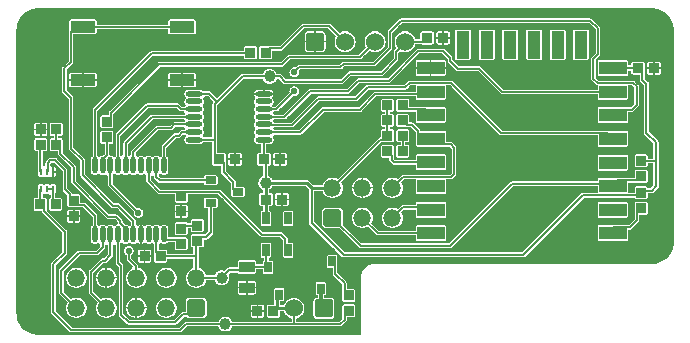
<source format=gbr>
%TF.GenerationSoftware,Altium Limited,Altium Designer,20.1.8 (145)*%
G04 Layer_Physical_Order=1*
G04 Layer_Color=2232046*
%FSLAX45Y45*%
%MOMM*%
%TF.SameCoordinates,106D5BB1-83B8-4C97-8579-1C7B844FC3FF*%
%TF.FilePolarity,Positive*%
%TF.FileFunction,Copper,L1,Top,Signal*%
%TF.Part,Single*%
G01*
G75*
%TA.AperFunction,SMDPad,CuDef*%
%ADD10O,1.40000X0.45000*%
G04:AMPARAMS|DCode=11|XSize=0.85mm|YSize=0.9mm|CornerRadius=0.0425mm|HoleSize=0mm|Usage=FLASHONLY|Rotation=270.000|XOffset=0mm|YOffset=0mm|HoleType=Round|Shape=RoundedRectangle|*
%AMROUNDEDRECTD11*
21,1,0.85000,0.81500,0,0,270.0*
21,1,0.76500,0.90000,0,0,270.0*
1,1,0.08500,-0.40750,-0.38250*
1,1,0.08500,-0.40750,0.38250*
1,1,0.08500,0.40750,0.38250*
1,1,0.08500,0.40750,-0.38250*
%
%ADD11ROUNDEDRECTD11*%
%ADD12C,1.00000*%
G04:AMPARAMS|DCode=13|XSize=0.6mm|YSize=0.9mm|CornerRadius=0.03mm|HoleSize=0mm|Usage=FLASHONLY|Rotation=90.000|XOffset=0mm|YOffset=0mm|HoleType=Round|Shape=RoundedRectangle|*
%AMROUNDEDRECTD13*
21,1,0.60000,0.84000,0,0,90.0*
21,1,0.54000,0.90000,0,0,90.0*
1,1,0.06000,0.42000,0.27000*
1,1,0.06000,0.42000,-0.27000*
1,1,0.06000,-0.42000,-0.27000*
1,1,0.06000,-0.42000,0.27000*
%
%ADD13ROUNDEDRECTD13*%
G04:AMPARAMS|DCode=14|XSize=0.6mm|YSize=0.9mm|CornerRadius=0.03mm|HoleSize=0mm|Usage=FLASHONLY|Rotation=0.000|XOffset=0mm|YOffset=0mm|HoleType=Round|Shape=RoundedRectangle|*
%AMROUNDEDRECTD14*
21,1,0.60000,0.84000,0,0,0.0*
21,1,0.54000,0.90000,0,0,0.0*
1,1,0.06000,0.27000,-0.42000*
1,1,0.06000,-0.27000,-0.42000*
1,1,0.06000,-0.27000,0.42000*
1,1,0.06000,0.27000,0.42000*
%
%ADD14ROUNDEDRECTD14*%
G04:AMPARAMS|DCode=15|XSize=0.25mm|YSize=0.55mm|CornerRadius=0.0125mm|HoleSize=0mm|Usage=FLASHONLY|Rotation=0.000|XOffset=0mm|YOffset=0mm|HoleType=Round|Shape=RoundedRectangle|*
%AMROUNDEDRECTD15*
21,1,0.25000,0.52500,0,0,0.0*
21,1,0.22500,0.55000,0,0,0.0*
1,1,0.02500,0.11250,-0.26250*
1,1,0.02500,-0.11250,-0.26250*
1,1,0.02500,-0.11250,0.26250*
1,1,0.02500,0.11250,0.26250*
%
%ADD15ROUNDEDRECTD15*%
G04:AMPARAMS|DCode=16|XSize=1.275mm|YSize=0.9mm|CornerRadius=0.045mm|HoleSize=0mm|Usage=FLASHONLY|Rotation=180.000|XOffset=0mm|YOffset=0mm|HoleType=Round|Shape=RoundedRectangle|*
%AMROUNDEDRECTD16*
21,1,1.27500,0.81000,0,0,180.0*
21,1,1.18500,0.90000,0,0,180.0*
1,1,0.09000,-0.59250,0.40500*
1,1,0.09000,0.59250,0.40500*
1,1,0.09000,0.59250,-0.40500*
1,1,0.09000,-0.59250,-0.40500*
%
%ADD16ROUNDEDRECTD16*%
G04:AMPARAMS|DCode=17|XSize=0.85mm|YSize=0.85mm|CornerRadius=0.0425mm|HoleSize=0mm|Usage=FLASHONLY|Rotation=90.000|XOffset=0mm|YOffset=0mm|HoleType=Round|Shape=RoundedRectangle|*
%AMROUNDEDRECTD17*
21,1,0.85000,0.76500,0,0,90.0*
21,1,0.76500,0.85000,0,0,90.0*
1,1,0.08500,0.38250,0.38250*
1,1,0.08500,0.38250,-0.38250*
1,1,0.08500,-0.38250,-0.38250*
1,1,0.08500,-0.38250,0.38250*
%
%ADD17ROUNDEDRECTD17*%
G04:AMPARAMS|DCode=18|XSize=0.85mm|YSize=0.85mm|CornerRadius=0.0425mm|HoleSize=0mm|Usage=FLASHONLY|Rotation=0.000|XOffset=0mm|YOffset=0mm|HoleType=Round|Shape=RoundedRectangle|*
%AMROUNDEDRECTD18*
21,1,0.85000,0.76500,0,0,0.0*
21,1,0.76500,0.85000,0,0,0.0*
1,1,0.08500,0.38250,-0.38250*
1,1,0.08500,-0.38250,-0.38250*
1,1,0.08500,-0.38250,0.38250*
1,1,0.08500,0.38250,0.38250*
%
%ADD18ROUNDEDRECTD18*%
%ADD19O,0.45000X1.40000*%
%TA.AperFunction,ConnectorPad*%
G04:AMPARAMS|DCode=20|XSize=1.1mm|YSize=2.3mm|CornerRadius=0.0055mm|HoleSize=0mm|Usage=FLASHONLY|Rotation=270.000|XOffset=0mm|YOffset=0mm|HoleType=Round|Shape=RoundedRectangle|*
%AMROUNDEDRECTD20*
21,1,1.10000,2.28900,0,0,270.0*
21,1,1.08900,2.30000,0,0,270.0*
1,1,0.01100,-1.14450,-0.54450*
1,1,0.01100,-1.14450,0.54450*
1,1,0.01100,1.14450,0.54450*
1,1,0.01100,1.14450,-0.54450*
%
%ADD20ROUNDEDRECTD20*%
G04:AMPARAMS|DCode=21|XSize=1.1mm|YSize=2.3mm|CornerRadius=0.0055mm|HoleSize=0mm|Usage=FLASHONLY|Rotation=0.000|XOffset=0mm|YOffset=0mm|HoleType=Round|Shape=RoundedRectangle|*
%AMROUNDEDRECTD21*
21,1,1.10000,2.28900,0,0,0.0*
21,1,1.08900,2.30000,0,0,0.0*
1,1,0.01100,0.54450,-1.14450*
1,1,0.01100,-0.54450,-1.14450*
1,1,0.01100,-0.54450,1.14450*
1,1,0.01100,0.54450,1.14450*
%
%ADD21ROUNDEDRECTD21*%
%TA.AperFunction,SMDPad,CuDef*%
G04:AMPARAMS|DCode=22|XSize=2.1mm|YSize=1mm|CornerRadius=0.05mm|HoleSize=0mm|Usage=FLASHONLY|Rotation=180.000|XOffset=0mm|YOffset=0mm|HoleType=Round|Shape=RoundedRectangle|*
%AMROUNDEDRECTD22*
21,1,2.10000,0.90000,0,0,180.0*
21,1,2.00000,1.00000,0,0,180.0*
1,1,0.10000,-1.00000,0.45000*
1,1,0.10000,1.00000,0.45000*
1,1,0.10000,1.00000,-0.45000*
1,1,0.10000,-1.00000,-0.45000*
%
%ADD22ROUNDEDRECTD22*%
G04:AMPARAMS|DCode=23|XSize=0.6mm|YSize=1.05mm|CornerRadius=0.03mm|HoleSize=0mm|Usage=FLASHONLY|Rotation=180.000|XOffset=0mm|YOffset=0mm|HoleType=Round|Shape=RoundedRectangle|*
%AMROUNDEDRECTD23*
21,1,0.60000,0.99000,0,0,180.0*
21,1,0.54000,1.05000,0,0,180.0*
1,1,0.06000,-0.27000,0.49500*
1,1,0.06000,0.27000,0.49500*
1,1,0.06000,0.27000,-0.49500*
1,1,0.06000,-0.27000,-0.49500*
%
%ADD23ROUNDEDRECTD23*%
%TA.AperFunction,Conductor*%
%ADD24C,0.12700*%
%ADD25C,0.15240*%
%ADD26C,0.20320*%
%ADD27C,0.25400*%
%ADD28C,0.30480*%
%TA.AperFunction,ComponentPad*%
%ADD29C,1.50000*%
%TA.AperFunction,ViaPad*%
%ADD30C,3.60000*%
%TA.AperFunction,ComponentPad*%
%ADD31C,1.52400*%
G04:AMPARAMS|DCode=32|XSize=1.524mm|YSize=1.524mm|CornerRadius=0.1905mm|HoleSize=0mm|Usage=FLASHONLY|Rotation=0.000|XOffset=0mm|YOffset=0mm|HoleType=Round|Shape=RoundedRectangle|*
%AMROUNDEDRECTD32*
21,1,1.52400,1.14300,0,0,0.0*
21,1,1.14300,1.52400,0,0,0.0*
1,1,0.38100,0.57150,-0.57150*
1,1,0.38100,-0.57150,-0.57150*
1,1,0.38100,-0.57150,0.57150*
1,1,0.38100,0.57150,0.57150*
%
%ADD32ROUNDEDRECTD32*%
G04:AMPARAMS|DCode=33|XSize=1.5mm|YSize=1.45mm|CornerRadius=0.18125mm|HoleSize=0mm|Usage=FLASHONLY|Rotation=180.000|XOffset=0mm|YOffset=0mm|HoleType=Round|Shape=RoundedRectangle|*
%AMROUNDEDRECTD33*
21,1,1.50000,1.08750,0,0,180.0*
21,1,1.13750,1.45000,0,0,180.0*
1,1,0.36250,-0.56875,0.54375*
1,1,0.36250,0.56875,0.54375*
1,1,0.36250,0.56875,-0.54375*
1,1,0.36250,-0.56875,-0.54375*
%
%ADD33ROUNDEDRECTD33*%
%ADD34O,1.50000X1.45000*%
%TA.AperFunction,ViaPad*%
%ADD35C,0.56000*%
G36*
X200000Y2782065D02*
X5397715D01*
X5415403Y2781417D01*
X5415921Y2781395D01*
X5417500Y2781327D01*
X5434444Y2778851D01*
X5435544Y2778688D01*
X5452888Y2774343D01*
X5469722Y2768320D01*
X5485884Y2760676D01*
X5501220Y2751484D01*
X5515580Y2740833D01*
X5528828Y2728826D01*
X5540835Y2715579D01*
X5551485Y2701218D01*
X5560677Y2685883D01*
X5568321Y2669720D01*
X5574344Y2652886D01*
X5578689Y2635543D01*
X5581312Y2617857D01*
X5582156Y2600680D01*
X5582067Y2600000D01*
Y800000D01*
X5582156Y799320D01*
X5581312Y782142D01*
X5578689Y764457D01*
X5574344Y747113D01*
X5568321Y730279D01*
X5560677Y714117D01*
X5551485Y698781D01*
X5540834Y684421D01*
X5528827Y671173D01*
X5515580Y659166D01*
X5501219Y648515D01*
X5485884Y639324D01*
X5469721Y631679D01*
X5452887Y625656D01*
X5435544Y621311D01*
X5417858Y618688D01*
X5400680Y617844D01*
X5400000Y617934D01*
X3068580Y617933D01*
X3050800Y617966D01*
X3037592Y617225D01*
X3033595Y616545D01*
X3024550Y615008D01*
X3011838Y611346D01*
X2999617Y606284D01*
X2988038Y599885D01*
X2977250Y592230D01*
X2967386Y583415D01*
X2958571Y573551D01*
X2950916Y562762D01*
X2944517Y551184D01*
X2939454Y538962D01*
X2935792Y526250D01*
X2934255Y517206D01*
X2933575Y513209D01*
X2932834Y500000D01*
X2932867D01*
Y17933D01*
X200000D01*
X199320Y17844D01*
X182142Y18688D01*
X164457Y21311D01*
X147113Y25656D01*
X130279Y31679D01*
X114117Y39323D01*
X98781Y48515D01*
X84420Y59166D01*
X71173Y71173D01*
X59166Y84420D01*
X48515Y98781D01*
X39323Y114117D01*
X31679Y130279D01*
X25656Y147113D01*
X21311Y164457D01*
X18688Y182142D01*
X17852Y199150D01*
X17934Y199769D01*
X17933Y2600000D01*
X17844Y2600680D01*
X18688Y2617856D01*
X21311Y2635542D01*
X25656Y2652885D01*
X31679Y2669720D01*
X39323Y2685882D01*
X48515Y2701218D01*
X59166Y2715579D01*
X71173Y2728826D01*
X84420Y2740833D01*
X98781Y2751484D01*
X114117Y2760675D01*
X130279Y2768320D01*
X147113Y2774343D01*
X164457Y2778688D01*
X182142Y2781311D01*
X199320Y2782155D01*
X200000Y2782065D01*
D02*
G37*
%LPC*%
G36*
X4877008Y2696167D02*
X4877006Y2696167D01*
X3275162D01*
X3275160Y2696167D01*
X3270187Y2695512D01*
X3265553Y2693592D01*
X3261573Y2690539D01*
X3261572Y2690538D01*
X3167518Y2596484D01*
X3164465Y2592504D01*
X3162545Y2587870D01*
X3161890Y2582897D01*
X3161890Y2582895D01*
Y2455493D01*
X3038093Y2331696D01*
X2787586D01*
X2787584Y2331696D01*
X2782612Y2331041D01*
X2777977Y2329122D01*
X2773998Y2326068D01*
X2773997Y2326067D01*
X2752234Y2304304D01*
X2414109D01*
X2414107Y2304304D01*
X2409134Y2303649D01*
X2404500Y2301730D01*
X2400521Y2298676D01*
X2400520Y2298675D01*
X2381999Y2280155D01*
X2378194Y2281309D01*
X2370215Y2282095D01*
X2362237Y2281309D01*
X2354565Y2278982D01*
X2347494Y2275202D01*
X2341297Y2270116D01*
X2336211Y2263919D01*
X2332432Y2256848D01*
X2330105Y2249177D01*
X2329319Y2241198D01*
X2330105Y2233219D01*
X2332432Y2225547D01*
X2336211Y2218477D01*
X2341297Y2212280D01*
X2347494Y2207193D01*
X2354565Y2203414D01*
X2362237Y2201087D01*
X2370215Y2200301D01*
X2378194Y2201087D01*
X2385866Y2203414D01*
X2392937Y2207193D01*
X2399134Y2212280D01*
X2404220Y2218477D01*
X2407999Y2225547D01*
X2410326Y2233219D01*
X2411112Y2241198D01*
X2410326Y2249177D01*
X2409172Y2252981D01*
X2422066Y2265875D01*
X2760191D01*
X2760193Y2265875D01*
X2765165Y2266530D01*
X2769800Y2268450D01*
X2773779Y2271503D01*
X2795543Y2293267D01*
X3046050D01*
X3046052Y2293267D01*
X3051025Y2293922D01*
X3055659Y2295841D01*
X3059639Y2298895D01*
X3194691Y2433948D01*
X3197745Y2437927D01*
X3199664Y2442561D01*
X3200319Y2447534D01*
X3200319Y2447536D01*
Y2574938D01*
X3283119Y2657738D01*
X4869049D01*
X4920712Y2606075D01*
Y2400670D01*
X4888051Y2368009D01*
X4884998Y2364030D01*
X4883078Y2359395D01*
X4882424Y2354423D01*
X4882424Y2354420D01*
Y2187978D01*
X4882424Y2187976D01*
X4883078Y2183003D01*
X4884998Y2178368D01*
X4888051Y2174389D01*
X4927007Y2135434D01*
X4927007Y2135433D01*
X4930987Y2132380D01*
X4935621Y2130460D01*
X4938843Y2130036D01*
X4938762Y2129419D01*
Y2094184D01*
X4139446D01*
X3948884Y2284746D01*
X3944904Y2287800D01*
X3940271Y2289719D01*
X3935297Y2290374D01*
X3935295Y2290374D01*
X3761493D01*
X3709271Y2342595D01*
Y2361342D01*
X3709272Y2361344D01*
X3708617Y2366317D01*
X3706697Y2370951D01*
X3703644Y2374931D01*
X3703643Y2374931D01*
X3644419Y2434156D01*
X3640439Y2437209D01*
X3635805Y2439129D01*
X3630832Y2439784D01*
X3630830Y2439784D01*
X3421153D01*
X3416180Y2439129D01*
X3411546Y2437209D01*
X3407566Y2434156D01*
X3407565Y2434155D01*
X3161834Y2188424D01*
X2913969D01*
X2913967Y2188424D01*
X2908994Y2187769D01*
X2904360Y2185850D01*
X2900381Y2182796D01*
X2900380Y2182795D01*
X2816508Y2098924D01*
X2501805D01*
X2501803Y2098924D01*
X2496830Y2098269D01*
X2492196Y2096350D01*
X2488216Y2093297D01*
X2488215Y2093296D01*
X2275254Y1880334D01*
X2195820D01*
X2188395Y1896911D01*
X2200016Y1909446D01*
X2217674D01*
X2217676Y1909445D01*
X2222649Y1910100D01*
X2227283Y1912020D01*
X2231262Y1915073D01*
X2358432Y2042243D01*
X2362237Y2041089D01*
X2370216Y2040303D01*
X2378194Y2041089D01*
X2385866Y2043416D01*
X2392937Y2047195D01*
X2399134Y2052281D01*
X2404220Y2058479D01*
X2408000Y2065549D01*
X2410327Y2073221D01*
X2411113Y2081200D01*
X2410327Y2089178D01*
X2408000Y2096850D01*
X2404220Y2103921D01*
X2399134Y2110118D01*
X2392937Y2115204D01*
X2385866Y2118984D01*
X2378194Y2121311D01*
X2370216Y2122097D01*
X2362237Y2121311D01*
X2354565Y2118984D01*
X2347495Y2115204D01*
X2341297Y2110118D01*
X2336211Y2103921D01*
X2332432Y2096850D01*
X2330105Y2089178D01*
X2329319Y2081200D01*
X2330105Y2073221D01*
X2331259Y2069416D01*
X2209717Y1947874D01*
X2189943D01*
X2189710Y1948311D01*
X2188915Y1949279D01*
X2185311Y1955298D01*
Y1967021D01*
X2188915Y1973041D01*
X2189710Y1974009D01*
X2192978Y1980124D01*
X2194991Y1986760D01*
X2195670Y1993660D01*
X2194991Y2000560D01*
X2192978Y2007196D01*
X2189710Y2013311D01*
X2188915Y2014279D01*
X2185311Y2020298D01*
Y2032021D01*
X2188915Y2038040D01*
X2189710Y2039009D01*
X2192978Y2045124D01*
X2194991Y2051759D01*
X2195045Y2052310D01*
X2112800D01*
X2030555D01*
X2030610Y2051759D01*
X2032622Y2045124D01*
X2035891Y2039009D01*
X2036686Y2038040D01*
X2040290Y2032021D01*
Y2020298D01*
X2036686Y2014279D01*
X2035891Y2013311D01*
X2032622Y2007196D01*
X2030610Y2000560D01*
X2029930Y1993660D01*
X2030610Y1986760D01*
X2032622Y1980124D01*
X2035891Y1974009D01*
X2036686Y1973041D01*
X2040290Y1967021D01*
Y1955298D01*
X2036686Y1949279D01*
X2035891Y1948311D01*
X2032622Y1942196D01*
X2030610Y1935560D01*
X2029930Y1928660D01*
X2030610Y1921759D01*
X2032622Y1915124D01*
X2035891Y1909009D01*
X2036686Y1908040D01*
X2040290Y1902021D01*
Y1890298D01*
X2036686Y1884279D01*
X2035891Y1883311D01*
X2032622Y1877196D01*
X2030610Y1870560D01*
X2029930Y1863660D01*
X2030610Y1856760D01*
X2032622Y1850124D01*
X2035891Y1844009D01*
X2036686Y1843041D01*
X2040290Y1837021D01*
Y1825298D01*
X2036686Y1819279D01*
X2035891Y1818311D01*
X2032622Y1812196D01*
X2030610Y1805560D01*
X2029930Y1798660D01*
X2030610Y1791759D01*
X2032622Y1785124D01*
X2035891Y1779009D01*
X2036686Y1778040D01*
X2040290Y1772021D01*
Y1760298D01*
X2036686Y1754279D01*
X2035891Y1753311D01*
X2032622Y1747196D01*
X2030610Y1740560D01*
X2029930Y1733660D01*
X2030610Y1726760D01*
X2032622Y1720124D01*
X2035891Y1714009D01*
X2036686Y1713041D01*
X2040290Y1707021D01*
Y1695298D01*
X2036686Y1689279D01*
X2035891Y1688311D01*
X2032622Y1682196D01*
X2030610Y1675560D01*
X2029930Y1668660D01*
X2030610Y1661759D01*
X2032622Y1655124D01*
X2035891Y1649009D01*
X2040290Y1643649D01*
X2045649Y1639250D01*
X2051765Y1635982D01*
X2058400Y1633969D01*
X2065300Y1633290D01*
X2092346D01*
Y1559746D01*
X2072060D01*
X2067635Y1559164D01*
X2063512Y1557455D01*
X2059971Y1554739D01*
X2057255Y1551198D01*
X2055547Y1547075D01*
X2054964Y1542650D01*
Y1466149D01*
X2055547Y1461725D01*
X2057255Y1457601D01*
X2059971Y1454061D01*
X2063512Y1451344D01*
X2067635Y1449636D01*
X2072060Y1449053D01*
X2108875D01*
Y1363934D01*
X2100817Y1360596D01*
X2092402Y1355440D01*
X2084897Y1349030D01*
X2078488Y1341525D01*
X2073331Y1333111D01*
X2069554Y1323993D01*
X2067251Y1314396D01*
X2066476Y1304557D01*
X2067251Y1294719D01*
X2069554Y1285122D01*
X2073331Y1276004D01*
X2078488Y1267590D01*
X2084897Y1260085D01*
X2092402Y1253675D01*
X2100817Y1248519D01*
X2103751Y1247303D01*
Y1218666D01*
X2088620D01*
X2084195Y1218084D01*
X2080072Y1216376D01*
X2076531Y1213659D01*
X2073814Y1210118D01*
X2072106Y1205995D01*
X2071524Y1201570D01*
Y1125070D01*
X2072106Y1120645D01*
X2073814Y1116522D01*
X2076531Y1112981D01*
X2080072Y1110264D01*
X2084195Y1108556D01*
X2088620Y1107974D01*
X2103751D01*
Y1069327D01*
X2102370D01*
X2098271Y1068787D01*
X2094452Y1067205D01*
X2091173Y1064688D01*
X2088656Y1061409D01*
X2087074Y1057590D01*
X2086535Y1053491D01*
Y954491D01*
X2087074Y950393D01*
X2088656Y946573D01*
X2091173Y943294D01*
X2094452Y940777D01*
X2098271Y939195D01*
X2102370Y938656D01*
X2156370D01*
X2160468Y939195D01*
X2164288Y940777D01*
X2167567Y943294D01*
X2170084Y946573D01*
X2171666Y950393D01*
X2172205Y954491D01*
Y1053491D01*
X2171666Y1057590D01*
X2170084Y1061409D01*
X2167567Y1064688D01*
X2164288Y1067205D01*
X2160468Y1068787D01*
X2156370Y1069327D01*
X2154989D01*
Y1107974D01*
X2170120D01*
X2174545Y1108556D01*
X2178668Y1110264D01*
X2182209Y1112981D01*
X2184926Y1116522D01*
X2186634Y1120645D01*
X2187216Y1125070D01*
Y1201570D01*
X2186634Y1205995D01*
X2184926Y1210118D01*
X2182209Y1213659D01*
X2178668Y1216376D01*
X2174545Y1218084D01*
X2170120Y1218666D01*
X2154989D01*
Y1247303D01*
X2157923Y1248519D01*
X2166338Y1253675D01*
X2173842Y1260085D01*
X2180252Y1267590D01*
X2185409Y1276004D01*
X2186624Y1278938D01*
X2465888D01*
X2494083Y1250744D01*
Y968144D01*
X2494868Y962177D01*
X2497172Y956616D01*
X2500836Y951840D01*
X2772340Y680336D01*
X2777116Y676672D01*
X2782676Y674368D01*
X2788644Y673583D01*
X4308927D01*
X4314894Y674368D01*
X4320455Y676672D01*
X4325231Y680336D01*
X4821386Y1176492D01*
X5252901D01*
X5252905Y1176455D01*
X5254614Y1172332D01*
X5257330Y1168791D01*
X5260871Y1166074D01*
X5264994Y1164366D01*
X5269419Y1163784D01*
X5345919D01*
X5350344Y1164366D01*
X5354468Y1166074D01*
X5358008Y1168791D01*
X5360725Y1172332D01*
X5362433Y1176455D01*
X5363016Y1180880D01*
Y1216032D01*
X5397965D01*
X5403933Y1216818D01*
X5409494Y1219122D01*
X5414269Y1222786D01*
X5449207Y1257724D01*
X5452871Y1262499D01*
X5455175Y1268060D01*
X5455961Y1274028D01*
Y1490769D01*
Y1647366D01*
X5455175Y1653334D01*
X5452872Y1658895D01*
X5449207Y1663670D01*
X5373618Y1739260D01*
Y2144925D01*
X5372832Y2150893D01*
X5370529Y2156454D01*
X5366864Y2161229D01*
X5340089Y2188004D01*
Y2243289D01*
X5340038Y2243679D01*
Y2313880D01*
X5339455Y2318304D01*
X5337747Y2322428D01*
X5335030Y2325968D01*
X5331490Y2328685D01*
X5327367Y2330393D01*
X5322942Y2330976D01*
X5241442D01*
X5237017Y2330393D01*
X5232894Y2328685D01*
X5229353Y2325968D01*
X5226636Y2322428D01*
X5224928Y2318304D01*
X5224345Y2313880D01*
Y2298687D01*
X5194391D01*
Y2330079D01*
X5193936Y2333538D01*
X5192600Y2336762D01*
X5190477Y2339529D01*
X5187709Y2341653D01*
X5184486Y2342988D01*
X5181027Y2343444D01*
X4952126D01*
X4948668Y2342988D01*
X4945444Y2341653D01*
X4942677Y2339529D01*
X4940553Y2336762D01*
X4939218Y2333538D01*
X4938762Y2330079D01*
Y2221179D01*
X4939218Y2217720D01*
X4940553Y2214497D01*
X4942677Y2211730D01*
X4945444Y2209606D01*
X4948668Y2208271D01*
X4952126Y2207815D01*
X5181027D01*
X5184486Y2208271D01*
X5187709Y2209606D01*
X5190477Y2211730D01*
X5192600Y2214497D01*
X5193936Y2217720D01*
X5194391Y2221179D01*
Y2252572D01*
X5224345D01*
Y2237379D01*
X5224928Y2232954D01*
X5226636Y2228831D01*
X5229353Y2225290D01*
X5232894Y2222574D01*
X5237017Y2220866D01*
X5241442Y2220283D01*
X5293974D01*
Y2178454D01*
X5294760Y2172486D01*
X5297064Y2166925D01*
X5300728Y2162150D01*
X5327503Y2135374D01*
Y1729709D01*
X5328289Y1723741D01*
X5330592Y1718180D01*
X5334256Y1713405D01*
X5409846Y1637815D01*
Y1509984D01*
X5363016D01*
Y1529020D01*
X5362433Y1533444D01*
X5360725Y1537568D01*
X5358008Y1541108D01*
X5354468Y1543825D01*
X5350344Y1545533D01*
X5345919Y1546116D01*
X5269419D01*
X5264994Y1545533D01*
X5260871Y1543825D01*
X5257330Y1541108D01*
X5254614Y1537568D01*
X5252905Y1533444D01*
X5252323Y1529020D01*
Y1452519D01*
X5252905Y1448094D01*
X5254614Y1443971D01*
X5257330Y1440430D01*
X5260871Y1437714D01*
X5264994Y1436006D01*
X5269419Y1435423D01*
X5345919D01*
X5350344Y1436006D01*
X5354468Y1437714D01*
X5358008Y1440430D01*
X5360725Y1443971D01*
X5362433Y1448094D01*
X5363016Y1452519D01*
Y1471555D01*
X5409846D01*
Y1283578D01*
X5388415Y1262147D01*
X5362292D01*
X5360725Y1265928D01*
X5358008Y1269469D01*
X5354468Y1272186D01*
X5350344Y1273894D01*
X5345919Y1274476D01*
X5269419D01*
X5264994Y1273894D01*
X5260871Y1272186D01*
X5257330Y1269469D01*
X5254614Y1265928D01*
X5252905Y1261805D01*
X5252323Y1257380D01*
Y1222607D01*
X5194701D01*
X5194391Y1222960D01*
Y1306455D01*
X5263909D01*
X5264994Y1306006D01*
X5269419Y1305423D01*
X5345919D01*
X5350344Y1306006D01*
X5354468Y1307714D01*
X5358008Y1310430D01*
X5360725Y1313971D01*
X5362433Y1318094D01*
X5363016Y1322519D01*
Y1399020D01*
X5362433Y1403444D01*
X5360725Y1407568D01*
X5358008Y1411108D01*
X5354468Y1413825D01*
X5350344Y1415533D01*
X5345919Y1416116D01*
X5269419D01*
X5264994Y1415533D01*
X5260871Y1413825D01*
X5257330Y1411108D01*
X5254614Y1407568D01*
X5252905Y1403444D01*
X5252323Y1399020D01*
Y1344884D01*
X5183608D01*
X5181027Y1345224D01*
X4952126D01*
X4948668Y1344768D01*
X4945444Y1343433D01*
X4942677Y1341309D01*
X4940553Y1338542D01*
X4939218Y1335318D01*
X4938762Y1331859D01*
Y1317282D01*
X4215111D01*
X4215109Y1317282D01*
X4210136Y1316627D01*
X4205502Y1314707D01*
X4201522Y1311654D01*
X4201522Y1311653D01*
X3681645Y791776D01*
X2939114D01*
X2781083Y949807D01*
X2781648Y955542D01*
Y1064293D01*
X2781053Y1070335D01*
X2779290Y1076146D01*
X2776428Y1081501D01*
X2772576Y1086194D01*
X2767882Y1090047D01*
X2762527Y1092909D01*
X2756716Y1094671D01*
X2750674Y1095267D01*
X2636924D01*
X2630881Y1094671D01*
X2625071Y1092909D01*
X2619716Y1090047D01*
X2615022Y1086194D01*
X2611170Y1081501D01*
X2608308Y1076146D01*
X2606545Y1070335D01*
X2605950Y1064293D01*
Y955542D01*
X2606545Y949500D01*
X2608308Y943689D01*
X2611170Y938334D01*
X2615022Y933641D01*
X2619716Y929788D01*
X2625071Y926926D01*
X2630881Y925164D01*
X2636924Y924568D01*
X2750674D01*
X2751859Y924685D01*
X2917567Y758976D01*
X2917568Y758975D01*
X2921548Y755922D01*
X2926182Y754003D01*
X2931155Y753347D01*
X2931157Y753348D01*
X3689602D01*
X3689604Y753347D01*
X3694577Y754002D01*
X3699211Y755922D01*
X3703191Y758975D01*
X4223068Y1278853D01*
X4938762D01*
Y1222960D01*
X4938453Y1222607D01*
X4811836D01*
X4805868Y1221821D01*
X4800307Y1219518D01*
X4795532Y1215853D01*
X4299376Y719698D01*
X2798195D01*
X2540197Y977695D01*
Y1238299D01*
X2610020D01*
X2612415Y1231243D01*
X2617355Y1221226D01*
X2623560Y1211940D01*
X2630924Y1203543D01*
X2639321Y1196179D01*
X2648607Y1189974D01*
X2658624Y1185034D01*
X2669200Y1181444D01*
X2680154Y1179265D01*
X2691299Y1178535D01*
X2696299D01*
X2707443Y1179265D01*
X2718397Y1181444D01*
X2728973Y1185034D01*
X2738990Y1189974D01*
X2748276Y1196179D01*
X2756673Y1203543D01*
X2764037Y1211940D01*
X2770242Y1221226D01*
X2775182Y1231243D01*
X2778772Y1241819D01*
X2780951Y1252773D01*
X2781682Y1263917D01*
X2780951Y1275062D01*
X2778772Y1286016D01*
X2775182Y1296592D01*
X2770242Y1306609D01*
X2768332Y1309468D01*
X3106419Y1647554D01*
X3124534D01*
X3124753Y1647583D01*
X3197664D01*
X3202089Y1648165D01*
X3206213Y1649874D01*
X3209753Y1652590D01*
X3212470Y1656131D01*
X3214178Y1660254D01*
X3214761Y1664679D01*
Y1741179D01*
X3214178Y1745604D01*
X3212470Y1749728D01*
X3209753Y1753268D01*
X3206213Y1755985D01*
X3202089Y1757693D01*
X3197664Y1758276D01*
X3179909D01*
X3179909Y1777423D01*
X3197664D01*
X3202089Y1778005D01*
X3206213Y1779713D01*
X3209753Y1782430D01*
X3212470Y1785971D01*
X3214178Y1790094D01*
X3214761Y1794519D01*
Y1871019D01*
X3214178Y1875444D01*
X3212470Y1879567D01*
X3209753Y1883108D01*
X3206213Y1885825D01*
X3202089Y1887533D01*
X3197664Y1888116D01*
X3179909D01*
Y1907263D01*
X3197664D01*
X3202089Y1907846D01*
X3206213Y1909554D01*
X3209753Y1912270D01*
X3212470Y1915811D01*
X3214178Y1919934D01*
X3214761Y1924359D01*
Y2000860D01*
X3214178Y2005285D01*
X3212470Y2009408D01*
X3209753Y2012948D01*
X3206213Y2015665D01*
X3202089Y2017373D01*
X3197664Y2017956D01*
X3121164D01*
X3116739Y2017373D01*
X3112616Y2015665D01*
X3109075Y2012948D01*
X3106359Y2009408D01*
X3104650Y2005285D01*
X3104068Y2000860D01*
Y1924359D01*
X3104650Y1919934D01*
X3106359Y1915811D01*
X3109075Y1912270D01*
X3112616Y1909554D01*
X3116739Y1907846D01*
X3121164Y1907263D01*
X3138919D01*
Y1888116D01*
X3121164D01*
X3116739Y1887533D01*
X3112616Y1885825D01*
X3109075Y1883108D01*
X3106359Y1879567D01*
X3104650Y1875444D01*
X3104068Y1871019D01*
Y1794519D01*
X3104650Y1790094D01*
X3106359Y1785971D01*
X3109075Y1782430D01*
X3112616Y1779713D01*
X3116739Y1778005D01*
X3121164Y1777423D01*
X3138919D01*
X3138918Y1758276D01*
X3121164D01*
X3116739Y1757693D01*
X3112616Y1755985D01*
X3109075Y1753268D01*
X3106359Y1749728D01*
X3104650Y1745604D01*
X3104068Y1741179D01*
Y1688545D01*
X3097930D01*
X3092625Y1687846D01*
X3087682Y1685799D01*
X3083437Y1682541D01*
X2738834Y1337938D01*
X2728973Y1342801D01*
X2718397Y1346391D01*
X2707443Y1348570D01*
X2696299Y1349300D01*
X2691299D01*
X2680154Y1348570D01*
X2669200Y1346391D01*
X2658624Y1342801D01*
X2648607Y1337861D01*
X2639321Y1331656D01*
X2630924Y1324292D01*
X2623560Y1315895D01*
X2617355Y1306609D01*
X2612415Y1296592D01*
X2610020Y1289537D01*
X2527752D01*
X2494616Y1322673D01*
X2489310Y1326744D01*
X2483131Y1329304D01*
X2476500Y1330177D01*
X2186624D01*
X2185409Y1333111D01*
X2180252Y1341525D01*
X2173842Y1349030D01*
X2166338Y1355440D01*
X2157923Y1360596D01*
X2149865Y1363934D01*
Y1449053D01*
X2153560D01*
X2157985Y1449636D01*
X2162108Y1451344D01*
X2165649Y1454061D01*
X2168366Y1457601D01*
X2170074Y1461725D01*
X2170657Y1466149D01*
Y1542650D01*
X2170074Y1547075D01*
X2168366Y1551198D01*
X2165649Y1554739D01*
X2162108Y1557455D01*
X2157985Y1559164D01*
X2153560Y1559746D01*
X2133337D01*
Y1633290D01*
X2160300D01*
X2167201Y1633969D01*
X2173836Y1635982D01*
X2179951Y1639250D01*
X2185311Y1643649D01*
X2189710Y1649009D01*
X2192978Y1655124D01*
X2194991Y1661759D01*
X2195670Y1668660D01*
X2194991Y1675560D01*
X2192978Y1682196D01*
X2189710Y1688311D01*
X2188915Y1689279D01*
X2185311Y1695298D01*
Y1696452D01*
X2199382Y1711906D01*
X2419365D01*
X2419367Y1711905D01*
X2424340Y1712560D01*
X2428975Y1714480D01*
X2432954Y1717533D01*
X2620336Y1904916D01*
X2926215D01*
X2926217Y1904915D01*
X2931190Y1905570D01*
X2935824Y1907490D01*
X2939804Y1910543D01*
X3065286Y2036026D01*
X3396662D01*
Y2023059D01*
X3397118Y2019600D01*
X3398453Y2016377D01*
X3400577Y2013610D01*
X3403344Y2011486D01*
X3406567Y2010151D01*
X3410026Y2009695D01*
X3638927D01*
X3642386Y2010151D01*
X3645609Y2011486D01*
X3648376Y2013610D01*
X3650500Y2016377D01*
X3651835Y2019600D01*
X3652291Y2023059D01*
Y2131959D01*
X3652629Y2132345D01*
X3691708D01*
X4110259Y1713794D01*
X4110260Y1713793D01*
X4114240Y1710740D01*
X4118874Y1708820D01*
X4123847Y1708165D01*
X4123849Y1708165D01*
X4938762D01*
Y1624279D01*
X4939218Y1620820D01*
X4940553Y1617597D01*
X4942677Y1614830D01*
X4945444Y1612706D01*
X4948668Y1611371D01*
X4952126Y1610915D01*
X5181027D01*
X5184486Y1611371D01*
X5187709Y1612706D01*
X5190477Y1614830D01*
X5192600Y1617597D01*
X5193936Y1620820D01*
X5194391Y1624279D01*
Y1733179D01*
X5193936Y1736638D01*
X5192600Y1739862D01*
X5190477Y1742629D01*
X5187709Y1744753D01*
X5184486Y1746088D01*
X5181027Y1746544D01*
X5018310D01*
X5017926Y1746594D01*
X5017924Y1746594D01*
X4131806D01*
X3713253Y2165146D01*
X3709274Y2168200D01*
X3704640Y2170119D01*
X3699667Y2170774D01*
X3699665Y2170774D01*
X3349290D01*
X3349288Y2170774D01*
X3344315Y2170119D01*
X3339681Y2168200D01*
X3335701Y2165146D01*
X3335701Y2165145D01*
X3302614Y2132058D01*
X2990679D01*
X2985706Y2131404D01*
X2981072Y2129484D01*
X2977092Y2126431D01*
X2977091Y2126430D01*
X2888105Y2037444D01*
X2573402D01*
X2573400Y2037444D01*
X2568427Y2036789D01*
X2563793Y2034870D01*
X2559813Y2031817D01*
X2559813Y2031816D01*
X2343331Y1815334D01*
X2199235D01*
X2191378Y1833114D01*
X2199382Y1841906D01*
X2283211D01*
X2283213Y1841905D01*
X2288186Y1842560D01*
X2292820Y1844480D01*
X2296800Y1847533D01*
X2509762Y2060495D01*
X2824465D01*
X2824467Y2060495D01*
X2829440Y2061150D01*
X2834075Y2063070D01*
X2838054Y2066123D01*
X2921926Y2149995D01*
X3169791D01*
X3169794Y2149995D01*
X3174766Y2150650D01*
X3179401Y2152570D01*
X3183380Y2155623D01*
X3429112Y2401355D01*
X3622873D01*
X3670843Y2353385D01*
Y2334638D01*
X3670843Y2334636D01*
X3671497Y2329663D01*
X3673417Y2325029D01*
X3676470Y2321049D01*
X3739946Y2257574D01*
X3739947Y2257573D01*
X3743926Y2254519D01*
X3748561Y2252600D01*
X3753534Y2251945D01*
X3927338D01*
X4117900Y2061384D01*
X4117901Y2061383D01*
X4121881Y2058329D01*
X4126514Y2056410D01*
X4131488Y2055755D01*
X4938762D01*
Y2020519D01*
X4939218Y2017060D01*
X4940553Y2013837D01*
X4942677Y2011070D01*
X4945444Y2008946D01*
X4948668Y2007611D01*
X4952126Y2007155D01*
X5181027D01*
X5184486Y2007611D01*
X5187709Y2008946D01*
X5190477Y2011070D01*
X5192600Y2013837D01*
X5193936Y2017060D01*
X5194391Y2020519D01*
Y2129419D01*
X5194730Y2129805D01*
X5233807D01*
X5250112Y2113501D01*
Y1973022D01*
X5221804Y1944714D01*
X5115228D01*
X5115226Y1944714D01*
X5114842Y1944664D01*
X4952126D01*
X4948668Y1944208D01*
X4945444Y1942873D01*
X4942677Y1940749D01*
X4940553Y1937982D01*
X4939218Y1934758D01*
X4938762Y1931299D01*
Y1822399D01*
X4939218Y1818940D01*
X4940553Y1815717D01*
X4942677Y1812950D01*
X4945444Y1810826D01*
X4948668Y1809491D01*
X4952126Y1809035D01*
X5181027D01*
X5184486Y1809491D01*
X5187709Y1810826D01*
X5190477Y1812950D01*
X5192600Y1815717D01*
X5193936Y1818940D01*
X5194391Y1822399D01*
Y1906285D01*
X5229761D01*
X5229763Y1906285D01*
X5234736Y1906940D01*
X5239370Y1908860D01*
X5243349Y1911913D01*
X5282912Y1951475D01*
X5282913Y1951476D01*
X5285966Y1955456D01*
X5287886Y1960090D01*
X5288540Y1965063D01*
Y2121458D01*
X5288541Y2121460D01*
X5287886Y2126433D01*
X5285966Y2131067D01*
X5282913Y2135047D01*
X5255353Y2162606D01*
X5251374Y2165660D01*
X5246739Y2167579D01*
X5241767Y2168234D01*
X5241764Y2168234D01*
X4948553D01*
X4920852Y2195935D01*
Y2346463D01*
X4953512Y2379124D01*
X4953513Y2379124D01*
X4956567Y2383104D01*
X4958486Y2387738D01*
X4959141Y2392711D01*
Y2614031D01*
X4959141Y2614033D01*
X4958486Y2619006D01*
X4956567Y2623641D01*
X4953513Y2627620D01*
X4953512Y2627621D01*
X4890594Y2690539D01*
X4886615Y2693592D01*
X4881981Y2695512D01*
X4877008Y2696167D01*
D02*
G37*
G36*
X1520000Y2687853D02*
X1320000D01*
X1315379Y2687244D01*
X1311074Y2685461D01*
X1307376Y2682624D01*
X1304539Y2678926D01*
X1302756Y2674621D01*
X1302147Y2670000D01*
Y2644214D01*
X697853D01*
Y2670000D01*
X697244Y2674621D01*
X695461Y2678926D01*
X692624Y2682624D01*
X688926Y2685461D01*
X684621Y2687244D01*
X680000Y2687853D01*
X480000D01*
X475380Y2687244D01*
X471074Y2685461D01*
X467376Y2682624D01*
X464539Y2678926D01*
X462756Y2674621D01*
X462147Y2670000D01*
Y2581441D01*
X462135Y2581350D01*
X462136Y2581348D01*
Y2339246D01*
X410237Y2287348D01*
X407184Y2283368D01*
X405264Y2278734D01*
X404609Y2273761D01*
X404610Y2273759D01*
Y2080461D01*
X404609Y2080459D01*
X405264Y2075486D01*
X407184Y2070852D01*
X410237Y2066872D01*
X461878Y2015232D01*
Y1595045D01*
X461878Y1595043D01*
X462532Y1590070D01*
X464452Y1585435D01*
X467506Y1581456D01*
X558893Y1490068D01*
Y1368153D01*
X558893Y1368151D01*
X559548Y1363178D01*
X561468Y1358544D01*
X564521Y1354564D01*
X820983Y1098103D01*
X820984Y1098102D01*
X824963Y1095048D01*
X829597Y1093129D01*
X834570Y1092474D01*
X870135D01*
X988566Y974044D01*
Y945443D01*
X988129Y945209D01*
X987161Y944414D01*
X981142Y940811D01*
X969418D01*
X963399Y944414D01*
X962431Y945209D01*
X956316Y948478D01*
X949680Y950491D01*
X942780Y951170D01*
X936147Y950517D01*
X916367Y970297D01*
Y984643D01*
X916367Y984645D01*
X915712Y989618D01*
X913793Y994252D01*
X910740Y998232D01*
X910739Y998232D01*
X877796Y1031175D01*
X873816Y1034229D01*
X869182Y1036148D01*
X864209Y1036803D01*
X864207Y1036803D01*
X802514D01*
X520806Y1318511D01*
Y1440558D01*
X520806Y1440560D01*
X520151Y1445533D01*
X518232Y1450168D01*
X515178Y1454147D01*
X515177Y1454148D01*
X409692Y1559633D01*
Y1591480D01*
X409692Y1591482D01*
X409674Y1591621D01*
Y1665882D01*
X409092Y1670307D01*
X407383Y1674430D01*
X404667Y1677971D01*
X401126Y1680688D01*
X397003Y1682396D01*
X392578Y1682979D01*
X373543D01*
Y1701930D01*
X392578D01*
X397003Y1702513D01*
X401126Y1704221D01*
X404666Y1706938D01*
X407383Y1710478D01*
X409091Y1714602D01*
X409674Y1719027D01*
Y1795527D01*
X409091Y1799952D01*
X407383Y1804075D01*
X404666Y1807616D01*
X401126Y1810332D01*
X397003Y1812041D01*
X392578Y1812623D01*
X316077D01*
X311652Y1812041D01*
X307529Y1810332D01*
X303988Y1807616D01*
X301272Y1804075D01*
X299564Y1799952D01*
X298981Y1795527D01*
Y1719027D01*
X299564Y1714602D01*
X301272Y1710478D01*
X303988Y1706938D01*
X307529Y1704221D01*
X311652Y1702513D01*
X316077Y1701930D01*
X335115D01*
Y1682979D01*
X316078D01*
X311653Y1682396D01*
X307529Y1680688D01*
X303989Y1677971D01*
X301272Y1674430D01*
X299564Y1670307D01*
X298981Y1665882D01*
Y1589382D01*
X299564Y1584957D01*
X301272Y1580834D01*
X303989Y1577293D01*
X307529Y1574576D01*
X311653Y1572868D01*
X316078Y1572286D01*
X371263D01*
Y1551676D01*
X371263Y1551674D01*
X371918Y1546701D01*
X373838Y1542067D01*
X376891Y1538087D01*
X482377Y1432601D01*
Y1310554D01*
X482377Y1310552D01*
X483032Y1305579D01*
X484952Y1300945D01*
X488005Y1296965D01*
X780967Y1004003D01*
X780968Y1004002D01*
X784948Y1000948D01*
X789582Y999029D01*
X794555Y998374D01*
X794557Y998374D01*
X856250D01*
X877939Y976686D01*
Y968384D01*
X877882Y962243D01*
X872860Y953814D01*
X864244Y948478D01*
X858129Y945209D01*
X857161Y944414D01*
X851142Y940811D01*
X839418D01*
X833399Y944414D01*
X832431Y945209D01*
X826316Y948478D01*
X819680Y950491D01*
X812780Y951170D01*
X805880Y950491D01*
X799244Y948478D01*
X793129Y945209D01*
X792160Y944414D01*
X786141Y940811D01*
X774419D01*
X768400Y944414D01*
X767431Y945209D01*
X761316Y948478D01*
X754680Y950491D01*
X747780Y951170D01*
X740880Y950491D01*
X734244Y948478D01*
X728129Y945209D01*
X727161Y944414D01*
X721142Y940811D01*
X717856D01*
X701994Y955516D01*
Y1024206D01*
X701995Y1024208D01*
X701339Y1029181D01*
X699420Y1033815D01*
X696367Y1037794D01*
X696366Y1037795D01*
X604199Y1129962D01*
X600220Y1133015D01*
X595586Y1134934D01*
X590613Y1135590D01*
X590611Y1135589D01*
X559536D01*
Y1190775D01*
X558954Y1195200D01*
X557246Y1199323D01*
X554529Y1202864D01*
X550988Y1205581D01*
X546865Y1207289D01*
X542440Y1207871D01*
X504245D01*
X487255Y1211299D01*
X486600Y1216271D01*
X484680Y1220905D01*
X481627Y1224885D01*
X481626Y1224886D01*
X447249Y1259262D01*
Y1415244D01*
X447250Y1415246D01*
X446594Y1420219D01*
X444675Y1424854D01*
X441622Y1428833D01*
X441621Y1428834D01*
X362115Y1508340D01*
X358135Y1511393D01*
X353501Y1513313D01*
X348528Y1513968D01*
X348526Y1513968D01*
X302410D01*
X302408Y1513968D01*
X297435Y1513313D01*
X292801Y1511393D01*
X288821Y1508340D01*
X269432Y1488951D01*
X266378Y1484971D01*
X264459Y1480337D01*
X263804Y1475364D01*
X263804Y1475362D01*
Y1450624D01*
X251868Y1443744D01*
X239932Y1450624D01*
Y1572286D01*
X262578D01*
X267003Y1572868D01*
X271126Y1574576D01*
X274667Y1577293D01*
X277383Y1580834D01*
X279092Y1584957D01*
X279674Y1589382D01*
Y1665882D01*
X279092Y1670307D01*
X277383Y1674430D01*
X274667Y1677971D01*
X271126Y1680688D01*
X267003Y1682396D01*
X262578Y1682979D01*
X186078D01*
X181653Y1682396D01*
X177529Y1680688D01*
X173989Y1677971D01*
X171272Y1674430D01*
X169564Y1670307D01*
X168981Y1665882D01*
Y1589382D01*
X169564Y1584957D01*
X171272Y1580834D01*
X173989Y1577293D01*
X177529Y1574576D01*
X181653Y1572868D01*
X186078Y1572286D01*
X201504D01*
Y1402516D01*
X201503Y1402514D01*
X201548Y1402176D01*
Y1370114D01*
X202027Y1366472D01*
X203433Y1363079D01*
X205669Y1360165D01*
X208583Y1357929D01*
X211976Y1356523D01*
X215618Y1356044D01*
X238118D01*
X241759Y1356523D01*
X245153Y1357928D01*
X258583D01*
X261977Y1356523D01*
X265618Y1356044D01*
X288118D01*
X291760Y1356523D01*
X295154Y1357928D01*
X308583D01*
X311977Y1356523D01*
X315618Y1356044D01*
X320518D01*
Y1396364D01*
Y1436684D01*
X315619D01*
X305345Y1446556D01*
X302233Y1451413D01*
Y1467405D01*
X310367Y1475539D01*
X340569D01*
X408821Y1407288D01*
Y1251305D01*
X408820Y1251303D01*
X409475Y1246330D01*
X411395Y1241696D01*
X414448Y1237717D01*
X448826Y1203339D01*
Y1186666D01*
X448825Y1186664D01*
X448844Y1186525D01*
Y1114275D01*
X449426Y1109850D01*
X451134Y1105727D01*
X453851Y1102186D01*
X457392Y1099469D01*
X461515Y1097761D01*
X465940Y1097179D01*
X538192D01*
X538329Y1097161D01*
X582654D01*
X663566Y1016249D01*
Y945443D01*
X663129Y945209D01*
X657769Y940811D01*
X653371Y935451D01*
X650102Y929336D01*
X648089Y922700D01*
X647410Y915800D01*
Y820800D01*
X648089Y813900D01*
X650102Y807264D01*
X653371Y801149D01*
X657769Y795789D01*
X663129Y791391D01*
X669244Y788122D01*
X675880Y786109D01*
X682780Y785430D01*
X689680Y786109D01*
X696316Y788122D01*
X702431Y791391D01*
X703399Y792186D01*
X709418Y795789D01*
X712704D01*
X726792Y782729D01*
X727021Y764139D01*
X692667Y729786D01*
X546854D01*
X546852Y729786D01*
X541879Y729131D01*
X537245Y727211D01*
X533265Y724158D01*
X533265Y724157D01*
X384124Y575017D01*
X381071Y571037D01*
X379151Y566403D01*
X378496Y561430D01*
X378496Y561428D01*
Y373755D01*
X378496Y373753D01*
X379151Y368781D01*
X381071Y364146D01*
X384124Y360167D01*
X450196Y294095D01*
X447561Y290151D01*
X442621Y280135D01*
X439031Y269559D01*
X436852Y258605D01*
X436122Y247460D01*
X436852Y236315D01*
X439031Y225361D01*
X442621Y214785D01*
X447561Y204769D01*
X453766Y195482D01*
X461130Y187085D01*
X469527Y179721D01*
X478813Y173516D01*
X488830Y168576D01*
X499406Y164986D01*
X510360Y162808D01*
X521504Y162077D01*
X526504D01*
X537649Y162808D01*
X548603Y164986D01*
X559179Y168576D01*
X569196Y173516D01*
X578482Y179721D01*
X586879Y187085D01*
X594243Y195482D01*
X600448Y204769D01*
X605388Y214785D01*
X608978Y225361D01*
X611157Y236315D01*
X611887Y247460D01*
X611157Y258605D01*
X608978Y269559D01*
X605388Y280135D01*
X600448Y290151D01*
X594243Y299438D01*
X586879Y307835D01*
X578482Y315199D01*
X569196Y321404D01*
X559179Y326344D01*
X548603Y329934D01*
X537649Y332112D01*
X526504Y332843D01*
X521504D01*
X510360Y332112D01*
X499406Y329934D01*
X488830Y326344D01*
X478813Y321404D01*
X477866Y320771D01*
X416925Y381712D01*
Y553471D01*
X554811Y691357D01*
X700624D01*
X700626Y691357D01*
X705599Y692012D01*
X710234Y693931D01*
X714213Y696985D01*
X761366Y744137D01*
X761367Y744138D01*
X764420Y748118D01*
X766340Y752752D01*
X766995Y757725D01*
X766994Y757727D01*
Y781472D01*
X784774Y789234D01*
X793566Y781084D01*
Y697606D01*
X761946Y665987D01*
X744507D01*
X744505Y665987D01*
X739532Y665332D01*
X734898Y663413D01*
X730918Y660359D01*
X730918Y660358D01*
X637243Y566684D01*
X634190Y562704D01*
X632270Y558070D01*
X631615Y553097D01*
X631615Y553095D01*
Y374636D01*
X631615Y374634D01*
X632270Y369661D01*
X634190Y365027D01*
X637243Y361048D01*
X704196Y294095D01*
X701561Y290151D01*
X696621Y280135D01*
X693031Y269559D01*
X690852Y258605D01*
X690122Y247460D01*
X690852Y236315D01*
X693031Y225361D01*
X696621Y214785D01*
X701561Y204769D01*
X707766Y195482D01*
X715130Y187085D01*
X723527Y179721D01*
X732813Y173516D01*
X742830Y168576D01*
X753406Y164986D01*
X764360Y162808D01*
X775504Y162077D01*
X780504D01*
X791649Y162808D01*
X802603Y164986D01*
X813179Y168576D01*
X823196Y173516D01*
X832482Y179721D01*
X840879Y187085D01*
X848243Y195482D01*
X854448Y204769D01*
X859388Y214785D01*
X862978Y225361D01*
X865157Y236315D01*
X865887Y247460D01*
X865157Y258605D01*
X862978Y269559D01*
X859388Y280135D01*
X854448Y290151D01*
X848243Y299438D01*
X840879Y307835D01*
X832482Y315199D01*
X823196Y321404D01*
X813179Y326344D01*
X802603Y329934D01*
X791649Y332112D01*
X780504Y332843D01*
X775504D01*
X764360Y332112D01*
X753406Y329934D01*
X742830Y326344D01*
X732813Y321404D01*
X731866Y320771D01*
X670044Y382593D01*
Y545138D01*
X752464Y627558D01*
X769903D01*
X769905Y627558D01*
X774878Y628213D01*
X779512Y630133D01*
X783492Y633186D01*
X826366Y676060D01*
X826367Y676061D01*
X829420Y680041D01*
X831340Y684675D01*
X831995Y689648D01*
X831994Y689650D01*
Y781473D01*
X849774Y789235D01*
X858566Y781084D01*
Y625438D01*
X858565Y625436D01*
X859221Y620463D01*
X861140Y615829D01*
X864193Y611849D01*
X883966Y592077D01*
Y188288D01*
X883965Y188286D01*
X884621Y183313D01*
X886540Y178679D01*
X889593Y174699D01*
X954296Y109997D01*
X954297Y109996D01*
X958276Y106943D01*
X962910Y105023D01*
X967883Y104368D01*
X967885Y104369D01*
X1362303D01*
X1362305Y104368D01*
X1367278Y105023D01*
X1371912Y106943D01*
X1375892Y109996D01*
X1438355Y172460D01*
X1460180D01*
X1461227Y171183D01*
X1465921Y167331D01*
X1471276Y164469D01*
X1477087Y162706D01*
X1483129Y162111D01*
X1596879D01*
X1602922Y162706D01*
X1608732Y164469D01*
X1614087Y167331D01*
X1618781Y171183D01*
X1622633Y175877D01*
X1625495Y181232D01*
X1627258Y187042D01*
X1627853Y193085D01*
Y301835D01*
X1627258Y307878D01*
X1625495Y313688D01*
X1622633Y319043D01*
X1618781Y323737D01*
X1614087Y327589D01*
X1608732Y330451D01*
X1602922Y332214D01*
X1596879Y332809D01*
X1483129D01*
X1477087Y332214D01*
X1471276Y330451D01*
X1465921Y327589D01*
X1461227Y323737D01*
X1457375Y319043D01*
X1454513Y313688D01*
X1452750Y307878D01*
X1452155Y301835D01*
Y210888D01*
X1430396D01*
X1425423Y210234D01*
X1420789Y208314D01*
X1416809Y205261D01*
X1416809Y205260D01*
X1354346Y142797D01*
X975842D01*
X922394Y196245D01*
Y600036D01*
X921740Y605009D01*
X919820Y609643D01*
X916767Y613623D01*
X916766Y613624D01*
X896994Y633395D01*
Y791157D01*
X897431Y791391D01*
X898400Y792186D01*
X904419Y795789D01*
X916141D01*
X922160Y792186D01*
X923129Y791391D01*
X929244Y788122D01*
X935880Y786109D01*
X942780Y785430D01*
X949680Y786109D01*
X956316Y788122D01*
X962431Y791391D01*
X963399Y792186D01*
X969418Y795789D01*
X981142D01*
X987161Y792186D01*
X988129Y791391D01*
X994244Y788122D01*
X1000880Y786109D01*
X1007780Y785430D01*
X1014680Y786109D01*
X1021316Y788122D01*
X1027431Y791391D01*
X1028400Y792186D01*
X1034419Y795789D01*
X1046141D01*
X1052160Y792186D01*
X1053129Y791391D01*
X1059244Y788122D01*
X1065880Y786109D01*
X1066430Y786055D01*
Y868300D01*
Y950545D01*
X1065880Y950491D01*
X1059244Y948478D01*
X1053129Y945209D01*
X1052160Y944414D01*
X1046141Y940811D01*
X1042856D01*
X1026994Y955516D01*
Y982000D01*
X1026995Y982002D01*
X1026340Y986975D01*
X1024420Y991609D01*
X1021367Y995589D01*
X1021366Y995590D01*
X891681Y1125275D01*
X887701Y1128328D01*
X883067Y1130248D01*
X878094Y1130903D01*
X878092Y1130903D01*
X842529D01*
X597322Y1376110D01*
Y1498027D01*
X596667Y1503000D01*
X594748Y1507634D01*
X591695Y1511614D01*
X591694Y1511614D01*
X500307Y1603002D01*
Y2023188D01*
X500307Y2023191D01*
X499652Y2028164D01*
X497732Y2032798D01*
X494679Y2036777D01*
X494678Y2036778D01*
X443038Y2088418D01*
Y2265802D01*
X494936Y2317700D01*
X494937Y2317700D01*
X497990Y2321680D01*
X499910Y2326314D01*
X500565Y2331287D01*
X500564Y2331289D01*
Y2562148D01*
X680000D01*
X684621Y2562756D01*
X688926Y2564539D01*
X692624Y2567376D01*
X695461Y2571074D01*
X697244Y2575380D01*
X697853Y2580000D01*
Y2605786D01*
X1302147D01*
Y2580000D01*
X1302756Y2575380D01*
X1304539Y2571074D01*
X1307376Y2567376D01*
X1311074Y2564539D01*
X1315379Y2562756D01*
X1320000Y2562148D01*
X1520000D01*
X1524621Y2562756D01*
X1528926Y2564539D01*
X1532624Y2567376D01*
X1535461Y2571074D01*
X1537244Y2575380D01*
X1537853Y2580000D01*
Y2670000D01*
X1537244Y2674621D01*
X1535461Y2678926D01*
X1532624Y2682624D01*
X1528926Y2685461D01*
X1524621Y2687244D01*
X1520000Y2687853D01*
D02*
G37*
G36*
X3670975Y2586587D02*
X3636575D01*
Y2537591D01*
X3688071D01*
Y2569491D01*
X3687489Y2573916D01*
X3685781Y2578039D01*
X3683064Y2581580D01*
X3679523Y2584297D01*
X3675400Y2586005D01*
X3670975Y2586587D01*
D02*
G37*
G36*
X3623875D02*
X3589475D01*
X3585050Y2586005D01*
X3580927Y2584297D01*
X3577386Y2581580D01*
X3574670Y2578039D01*
X3572961Y2573916D01*
X3572379Y2569491D01*
Y2537591D01*
X3623875D01*
Y2586587D01*
D02*
G37*
G36*
X2603150Y2589053D02*
X2552350D01*
Y2506350D01*
X2635054D01*
Y2557150D01*
X2634441Y2563374D01*
X2632625Y2569359D01*
X2629677Y2574874D01*
X2625709Y2579709D01*
X2620875Y2583677D01*
X2615359Y2586625D01*
X2609374Y2588441D01*
X2603150Y2589053D01*
D02*
G37*
G36*
X2539650D02*
X2488850D01*
X2482626Y2588441D01*
X2476641Y2586625D01*
X2471125Y2583677D01*
X2466291Y2579709D01*
X2462323Y2574874D01*
X2459375Y2569359D01*
X2457559Y2563374D01*
X2456946Y2557150D01*
Y2506350D01*
X2539650D01*
Y2589053D01*
D02*
G37*
G36*
X3688071Y2524891D02*
X3636575D01*
Y2475895D01*
X3670975D01*
X3675400Y2476477D01*
X3679523Y2478185D01*
X3683064Y2480902D01*
X3685781Y2484443D01*
X3687489Y2488566D01*
X3688071Y2492991D01*
Y2524891D01*
D02*
G37*
G36*
X3623875D02*
X3572379D01*
Y2492991D01*
X3572961Y2488566D01*
X3574670Y2484443D01*
X3577386Y2480902D01*
X3580927Y2478185D01*
X3585050Y2476477D01*
X3589475Y2475895D01*
X3623875D01*
Y2524891D01*
D02*
G37*
G36*
X3308000Y2589091D02*
X3296371Y2588328D01*
X3284942Y2586055D01*
X3273906Y2582309D01*
X3263454Y2577155D01*
X3253765Y2570680D01*
X3245003Y2562996D01*
X3237320Y2554235D01*
X3230845Y2544545D01*
X3225691Y2534093D01*
X3221945Y2523058D01*
X3219671Y2511628D01*
X3218909Y2500000D01*
X3219671Y2488371D01*
X3221945Y2476941D01*
X3225691Y2465906D01*
X3230845Y2455455D01*
X3234958Y2449299D01*
X3216506Y2430846D01*
X3213248Y2426601D01*
X3211201Y2421658D01*
X3210503Y2416354D01*
Y2359598D01*
X3100937Y2250032D01*
X2839421D01*
X2834117Y2249334D01*
X2829173Y2247286D01*
X2824929Y2244029D01*
X2763194Y2182295D01*
X2297423D01*
X2259647Y2220070D01*
X2255403Y2223328D01*
X2250460Y2225375D01*
X2245155Y2226073D01*
X2220080D01*
X2216743Y2234131D01*
X2211586Y2242546D01*
X2205176Y2250051D01*
X2197672Y2256460D01*
X2189257Y2261617D01*
X2180139Y2265393D01*
X2170543Y2267697D01*
X2160704Y2268472D01*
X2150865Y2267697D01*
X2141269Y2265393D01*
X2132151Y2261617D01*
X2123736Y2256460D01*
X2116231Y2250051D01*
X2109822Y2242546D01*
X2104665Y2234131D01*
X2101328Y2226073D01*
X1932104D01*
X1926799Y2225375D01*
X1921856Y2223328D01*
X1917612Y2220070D01*
X1917611Y2220069D01*
X1718231Y2020689D01*
X1665768Y2073152D01*
X1661523Y2076409D01*
X1656580Y2078457D01*
X1651275Y2079155D01*
X1599016D01*
X1595311Y2083670D01*
X1589951Y2088069D01*
X1583836Y2091338D01*
X1577201Y2093350D01*
X1570300Y2094030D01*
X1475300D01*
X1468400Y2093350D01*
X1461764Y2091338D01*
X1455649Y2088069D01*
X1450289Y2083670D01*
X1445891Y2078311D01*
X1442622Y2072195D01*
X1440610Y2065560D01*
X1439930Y2058660D01*
X1440610Y2051759D01*
X1442622Y2045124D01*
X1445891Y2039009D01*
X1446686Y2038040D01*
X1450289Y2032021D01*
Y2020298D01*
X1446686Y2014279D01*
X1445891Y2013311D01*
X1442622Y2007196D01*
X1440610Y2000560D01*
X1439930Y1993660D01*
X1440610Y1986760D01*
X1442622Y1980124D01*
X1445891Y1974009D01*
X1446686Y1973041D01*
X1450289Y1967021D01*
Y1963736D01*
X1436310Y1948657D01*
X1418279Y1948449D01*
X1395383Y1971347D01*
X1391403Y1974400D01*
X1386769Y1976319D01*
X1381796Y1976974D01*
X1381794Y1976974D01*
X1122218D01*
X1122216Y1976974D01*
X1117244Y1976320D01*
X1112609Y1974400D01*
X1108630Y1971347D01*
X1108629Y1971346D01*
X873233Y1735950D01*
X871893Y1735395D01*
X867913Y1732341D01*
X867912Y1732340D01*
X864193Y1728621D01*
X861140Y1724642D01*
X859221Y1720008D01*
X858565Y1715035D01*
X858566Y1715033D01*
Y1530443D01*
X858129Y1530210D01*
X857161Y1529415D01*
X851142Y1525811D01*
X839418D01*
X833399Y1529415D01*
X832431Y1530210D01*
X826316Y1533478D01*
X819680Y1535491D01*
X812138Y1537232D01*
X802895Y1552521D01*
Y1635258D01*
X821930D01*
X826355Y1635841D01*
X830478Y1637549D01*
X834019Y1640266D01*
X836736Y1643806D01*
X838444Y1647930D01*
X839027Y1652355D01*
Y1728855D01*
X838444Y1733280D01*
X836736Y1737403D01*
X834019Y1740944D01*
X830478Y1743660D01*
X826355Y1745369D01*
X821930Y1745951D01*
X745430D01*
X741005Y1745369D01*
X736882Y1743660D01*
X733341Y1740944D01*
X730624Y1737403D01*
X728916Y1733280D01*
X728334Y1728855D01*
Y1652355D01*
X728916Y1647930D01*
X730624Y1643806D01*
X733341Y1640266D01*
X736882Y1637549D01*
X741005Y1635841D01*
X745430Y1635258D01*
X764466D01*
Y1548073D01*
X751456Y1535808D01*
X747780Y1536170D01*
X740880Y1535491D01*
X734244Y1533478D01*
X728129Y1530210D01*
X727161Y1529415D01*
X721142Y1525811D01*
X717856D01*
X701994Y1540516D01*
Y1912540D01*
X1172175Y2382721D01*
X1942073D01*
Y2368109D01*
X1942655Y2363684D01*
X1944363Y2359561D01*
X1947080Y2356020D01*
X1950621Y2353304D01*
X1954744Y2351595D01*
X1959169Y2351013D01*
X2035669D01*
X2040094Y2351595D01*
X2044217Y2353304D01*
X2047758Y2356020D01*
X2050475Y2359561D01*
X2052183Y2363684D01*
X2052765Y2368109D01*
Y2444610D01*
X2052183Y2449034D01*
X2050475Y2453158D01*
X2047758Y2456698D01*
X2044217Y2459415D01*
X2040094Y2461123D01*
X2035669Y2461706D01*
X1959169D01*
X1954744Y2461123D01*
X1950621Y2459415D01*
X1947080Y2456698D01*
X1944363Y2453158D01*
X1942655Y2449034D01*
X1942073Y2444610D01*
Y2421150D01*
X1164218D01*
X1164216Y2421150D01*
X1159243Y2420495D01*
X1154609Y2418576D01*
X1150630Y2415522D01*
X1150629Y2415521D01*
X669193Y1934086D01*
X666140Y1930106D01*
X664220Y1925472D01*
X663565Y1920499D01*
X663566Y1920497D01*
Y1530443D01*
X663129Y1530210D01*
X657769Y1525811D01*
X653371Y1520451D01*
X650102Y1514336D01*
X648089Y1507701D01*
X647410Y1500800D01*
Y1405800D01*
X648089Y1398900D01*
X650102Y1392264D01*
X653371Y1386149D01*
X657769Y1380789D01*
X663129Y1376391D01*
X669244Y1373122D01*
X675880Y1371110D01*
X682780Y1370430D01*
X689680Y1371110D01*
X696316Y1373122D01*
X702431Y1376391D01*
X703399Y1377186D01*
X709418Y1380789D01*
X721142D01*
X727161Y1377186D01*
X728129Y1376391D01*
X734244Y1373122D01*
X740880Y1371110D01*
X747780Y1370430D01*
X754680Y1371110D01*
X761316Y1373122D01*
X767431Y1376391D01*
X768400Y1377186D01*
X774419Y1380789D01*
X777704D01*
X793566Y1366084D01*
Y1288428D01*
X793565Y1288426D01*
X794220Y1283453D01*
X796140Y1278819D01*
X799193Y1274840D01*
X1012343Y1061690D01*
X1011189Y1057885D01*
X1010403Y1049906D01*
X1011189Y1041927D01*
X1013516Y1034255D01*
X1017295Y1027185D01*
X1022381Y1020988D01*
X1028579Y1015901D01*
X1035649Y1012122D01*
X1043321Y1009795D01*
X1051300Y1009009D01*
X1059279Y1009795D01*
X1066950Y1012122D01*
X1074021Y1015901D01*
X1080218Y1020988D01*
X1085304Y1027185D01*
X1089084Y1034255D01*
X1091411Y1041927D01*
X1092197Y1049906D01*
X1091411Y1057885D01*
X1089084Y1065556D01*
X1085304Y1072627D01*
X1080218Y1078824D01*
X1074021Y1083910D01*
X1066950Y1087690D01*
X1059279Y1090017D01*
X1051300Y1090803D01*
X1043321Y1090017D01*
X1039517Y1088863D01*
X831994Y1296386D01*
Y1376158D01*
X832431Y1376391D01*
X833399Y1377186D01*
X839418Y1380789D01*
X851142D01*
X857161Y1377186D01*
X858129Y1376391D01*
X864244Y1373122D01*
X870880Y1371110D01*
X877780Y1370430D01*
X884680Y1371110D01*
X891316Y1373122D01*
X897431Y1376391D01*
X898400Y1377186D01*
X904419Y1380789D01*
X916141D01*
X922160Y1377186D01*
X923129Y1376391D01*
X929244Y1373122D01*
X935880Y1371110D01*
X942780Y1370430D01*
X949680Y1371110D01*
X956316Y1373122D01*
X962431Y1376391D01*
X963399Y1377186D01*
X969418Y1380789D01*
X981142D01*
X987161Y1377186D01*
X988129Y1376391D01*
X994244Y1373122D01*
X1000880Y1371110D01*
X1007780Y1370430D01*
X1014680Y1371110D01*
X1021316Y1373122D01*
X1027431Y1376391D01*
X1028400Y1377186D01*
X1034419Y1380789D01*
X1046141D01*
X1052160Y1377186D01*
X1053129Y1376391D01*
X1059244Y1373122D01*
X1065880Y1371110D01*
X1072780Y1370430D01*
X1079680Y1371110D01*
X1086316Y1373122D01*
X1092431Y1376391D01*
X1093399Y1377186D01*
X1099418Y1380789D01*
X1102704D01*
X1118566Y1366084D01*
Y1318402D01*
X1118565Y1318400D01*
X1119221Y1313427D01*
X1121140Y1308793D01*
X1124193Y1304813D01*
X1213636Y1215370D01*
X1213637Y1215369D01*
X1217617Y1212316D01*
X1222251Y1210396D01*
X1227224Y1209741D01*
X1227226Y1209742D01*
X1357234D01*
Y1154556D01*
X1357816Y1150131D01*
X1359524Y1146008D01*
X1362241Y1142467D01*
X1365782Y1139750D01*
X1369905Y1138042D01*
X1374330Y1137459D01*
X1450830D01*
X1455255Y1138042D01*
X1459378Y1139750D01*
X1462919Y1142467D01*
X1465636Y1146008D01*
X1467344Y1150131D01*
X1467926Y1154556D01*
Y1209742D01*
X1725007D01*
X2081325Y853425D01*
X2081325Y853423D01*
X2085305Y850370D01*
X2089939Y848451D01*
X2094912Y847796D01*
X2250282D01*
X2276505Y821572D01*
Y757643D01*
X2276505Y757641D01*
X2276534Y757419D01*
Y684491D01*
X2277074Y680393D01*
X2278656Y676573D01*
X2281172Y673294D01*
X2284452Y670777D01*
X2288271Y669195D01*
X2292370Y668656D01*
X2346370D01*
X2350468Y669195D01*
X2354287Y670777D01*
X2357567Y673294D01*
X2360083Y676573D01*
X2361666Y680393D01*
X2362205Y684491D01*
Y783491D01*
X2361666Y787590D01*
X2360083Y791409D01*
X2357567Y794689D01*
X2354287Y797205D01*
X2350468Y798787D01*
X2346370Y799327D01*
X2314934D01*
Y829531D01*
X2314279Y834504D01*
X2312360Y839138D01*
X2309307Y843118D01*
X2309306Y843119D01*
X2271828Y880597D01*
X2267848Y883650D01*
X2263214Y885570D01*
X2258241Y886225D01*
X2258239Y886225D01*
X2102871D01*
X1746553Y1242543D01*
X1742574Y1245596D01*
X1737939Y1247516D01*
X1732966Y1248170D01*
X1732964Y1248170D01*
X1448732D01*
X1448730Y1248170D01*
X1448591Y1248152D01*
X1376569D01*
X1376430Y1248170D01*
X1376428Y1248170D01*
X1235183D01*
X1156994Y1326359D01*
Y1366473D01*
X1174774Y1374234D01*
X1183566Y1366084D01*
Y1352740D01*
X1183565Y1352738D01*
X1184220Y1347765D01*
X1186140Y1343130D01*
X1189193Y1339151D01*
X1216331Y1312013D01*
X1220310Y1308960D01*
X1224945Y1307040D01*
X1229918Y1306385D01*
X1229920Y1306386D01*
X1605165D01*
Y1298600D01*
X1605704Y1294502D01*
X1607286Y1290682D01*
X1609803Y1287403D01*
X1613082Y1284886D01*
X1616902Y1283304D01*
X1621000Y1282765D01*
X1705000D01*
X1709098Y1283304D01*
X1712918Y1284886D01*
X1716197Y1287403D01*
X1718714Y1290682D01*
X1720296Y1294502D01*
X1720835Y1298600D01*
Y1352600D01*
X1720296Y1356699D01*
X1718714Y1360518D01*
X1716197Y1363797D01*
X1712918Y1366314D01*
X1709098Y1367896D01*
X1705000Y1368435D01*
X1621000D01*
X1616902Y1367896D01*
X1613082Y1366314D01*
X1609803Y1363797D01*
X1607286Y1360518D01*
X1605704Y1356699D01*
X1605165Y1352600D01*
Y1344814D01*
X1237877D01*
X1223225Y1359466D01*
X1223968Y1377526D01*
X1229418Y1380789D01*
X1241142D01*
X1247161Y1377186D01*
X1248129Y1376391D01*
X1254244Y1373122D01*
X1260880Y1371110D01*
X1267780Y1370430D01*
X1274680Y1371110D01*
X1281316Y1373122D01*
X1287431Y1376391D01*
X1292791Y1380789D01*
X1297189Y1386149D01*
X1300458Y1392264D01*
X1302471Y1398900D01*
X1303150Y1405800D01*
Y1500800D01*
X1302471Y1507701D01*
X1300458Y1514336D01*
X1297189Y1520451D01*
X1292791Y1525811D01*
X1287431Y1530210D01*
X1286994Y1530443D01*
Y1603580D01*
X1368737Y1685323D01*
X1392991D01*
X1392993Y1685322D01*
X1397966Y1685977D01*
X1402600Y1687897D01*
X1406579Y1690950D01*
X1428937Y1713308D01*
X1446968Y1712570D01*
X1450289Y1707021D01*
Y1695298D01*
X1446686Y1689279D01*
X1445891Y1688311D01*
X1442622Y1682196D01*
X1440610Y1675560D01*
X1439930Y1668660D01*
X1440610Y1661759D01*
X1442622Y1655124D01*
X1445891Y1649009D01*
X1450289Y1643649D01*
X1455649Y1639250D01*
X1461764Y1635982D01*
X1468400Y1633969D01*
X1475300Y1633290D01*
X1570300D01*
X1577201Y1633969D01*
X1583836Y1635982D01*
X1589951Y1639250D01*
X1595311Y1643649D01*
X1599016Y1648165D01*
X1676745D01*
Y1539280D01*
X1676774Y1539058D01*
Y1466149D01*
X1677356Y1461725D01*
X1679064Y1457601D01*
X1681781Y1454061D01*
X1685322Y1451344D01*
X1689445Y1449636D01*
X1693870Y1449053D01*
X1751505D01*
Y1393149D01*
X1752203Y1387845D01*
X1754251Y1382902D01*
X1757508Y1378657D01*
X1835125Y1301040D01*
Y1252980D01*
X1835165Y1252675D01*
Y1203600D01*
X1835704Y1199502D01*
X1837286Y1195682D01*
X1839803Y1192403D01*
X1843082Y1189886D01*
X1846902Y1188304D01*
X1851000Y1187765D01*
X1935000D01*
X1939098Y1188304D01*
X1942918Y1189886D01*
X1946197Y1192403D01*
X1948714Y1195682D01*
X1950296Y1199502D01*
X1950835Y1203600D01*
Y1257600D01*
X1950296Y1261699D01*
X1948714Y1265518D01*
X1946197Y1268797D01*
X1942918Y1271314D01*
X1939098Y1272896D01*
X1935000Y1273435D01*
X1876115D01*
Y1309530D01*
X1875417Y1314834D01*
X1873369Y1319777D01*
X1870112Y1324022D01*
X1792496Y1401639D01*
Y1469520D01*
X1792466Y1469742D01*
Y1542650D01*
X1791884Y1547075D01*
X1790176Y1551198D01*
X1787459Y1554739D01*
X1783918Y1557455D01*
X1779795Y1559164D01*
X1775370Y1559746D01*
X1717735D01*
Y1668660D01*
Y1962224D01*
X1732723Y1977212D01*
X1940594Y2185083D01*
X2101328D01*
X2104665Y2177025D01*
X2109822Y2168610D01*
X2116231Y2161105D01*
X2123736Y2154696D01*
X2132151Y2149539D01*
X2141269Y2145763D01*
X2150865Y2143459D01*
X2160704Y2142684D01*
X2170543Y2143459D01*
X2180139Y2145763D01*
X2189257Y2149539D01*
X2197672Y2154696D01*
X2205176Y2161105D01*
X2211586Y2168610D01*
X2216743Y2177025D01*
X2220080Y2185083D01*
X2236666D01*
X2274441Y2147307D01*
X2278686Y2144050D01*
X2283629Y2142002D01*
X2288934Y2141304D01*
X2771684D01*
X2776988Y2142002D01*
X2781931Y2144050D01*
X2786176Y2147307D01*
X2847910Y2209042D01*
X3109426D01*
X3114731Y2209740D01*
X3119674Y2211787D01*
X3123919Y2215045D01*
X3245490Y2336616D01*
X3248747Y2340860D01*
X3250795Y2345804D01*
X3251493Y2351108D01*
Y2407865D01*
X3265476Y2421848D01*
X3273906Y2417691D01*
X3284942Y2413945D01*
X3296371Y2411671D01*
X3308000Y2410909D01*
X3319629Y2411671D01*
X3331058Y2413945D01*
X3342094Y2417691D01*
X3352545Y2422845D01*
X3362235Y2429319D01*
X3370997Y2437003D01*
X3378680Y2445765D01*
X3385155Y2455455D01*
X3390309Y2465906D01*
X3394055Y2476941D01*
X3394626Y2479810D01*
X3443810D01*
X3445927Y2478185D01*
X3450051Y2476477D01*
X3454475Y2475895D01*
X3535975D01*
X3540400Y2476477D01*
X3544524Y2478185D01*
X3548064Y2480902D01*
X3550781Y2484443D01*
X3552489Y2488566D01*
X3553072Y2492991D01*
Y2569491D01*
X3552489Y2573916D01*
X3550781Y2578039D01*
X3548064Y2581580D01*
X3544524Y2584297D01*
X3540400Y2586005D01*
X3535975Y2586587D01*
X3454475D01*
X3450051Y2586005D01*
X3445927Y2584297D01*
X3442387Y2581580D01*
X3439670Y2578039D01*
X3437962Y2573916D01*
X3437379Y2569491D01*
Y2520801D01*
X3394504D01*
X3394055Y2523058D01*
X3390309Y2534093D01*
X3385155Y2544545D01*
X3378680Y2554235D01*
X3370997Y2562996D01*
X3362235Y2570680D01*
X3352545Y2577155D01*
X3342094Y2582309D01*
X3331058Y2586055D01*
X3319629Y2588328D01*
X3308000Y2589091D01*
D02*
G37*
G36*
X2635054Y2493650D02*
X2552350D01*
Y2410946D01*
X2603150D01*
X2609374Y2411559D01*
X2615359Y2413375D01*
X2620875Y2416323D01*
X2625709Y2420291D01*
X2629677Y2425125D01*
X2632625Y2430641D01*
X2634441Y2436626D01*
X2635054Y2442850D01*
Y2493650D01*
D02*
G37*
G36*
X2539650D02*
X2456946D01*
Y2442850D01*
X2457559Y2436626D01*
X2459375Y2430641D01*
X2462323Y2425125D01*
X2466291Y2420291D01*
X2471125Y2416323D01*
X2476641Y2413375D01*
X2482626Y2411559D01*
X2488850Y2410946D01*
X2539650D01*
Y2493650D01*
D02*
G37*
G36*
X3054000Y2589091D02*
X3042371Y2588328D01*
X3030942Y2586055D01*
X3019906Y2582309D01*
X3009454Y2577155D01*
X2999765Y2570680D01*
X2991003Y2562996D01*
X2983320Y2554235D01*
X2976845Y2544545D01*
X2971691Y2534093D01*
X2967945Y2523058D01*
X2965671Y2511628D01*
X2964909Y2500000D01*
X2965671Y2488371D01*
X2967945Y2476941D01*
X2971691Y2465906D01*
X2976845Y2455455D01*
X2979023Y2452196D01*
X2914946Y2388119D01*
X2324380D01*
X2319407Y2387465D01*
X2314773Y2385545D01*
X2310793Y2382492D01*
X2310792Y2382491D01*
X2255352Y2327050D01*
X1228334D01*
X1228332Y2327050D01*
X1223359Y2326395D01*
X1218725Y2324476D01*
X1214745Y2321423D01*
X1214744Y2321422D01*
X806243Y1912921D01*
X803190Y1908942D01*
X801270Y1904307D01*
X800616Y1899334D01*
X800616Y1899332D01*
Y1875951D01*
X745430D01*
X741005Y1875369D01*
X736882Y1873660D01*
X733341Y1870944D01*
X730624Y1867403D01*
X728916Y1863280D01*
X728334Y1858855D01*
Y1782355D01*
X728916Y1777930D01*
X730624Y1773806D01*
X733341Y1770266D01*
X736882Y1767549D01*
X741005Y1765841D01*
X745430Y1765258D01*
X821930D01*
X826355Y1765841D01*
X830478Y1767549D01*
X834019Y1770266D01*
X836736Y1773806D01*
X838444Y1777930D01*
X839027Y1782355D01*
Y1856616D01*
X839045Y1856755D01*
X839045Y1856757D01*
Y1891375D01*
X1236291Y2288622D01*
X2263309D01*
X2263311Y2288621D01*
X2268283Y2289276D01*
X2272918Y2291196D01*
X2276897Y2294249D01*
X2332339Y2349691D01*
X2922903D01*
X2922905Y2349690D01*
X2927878Y2350346D01*
X2932512Y2352265D01*
X2936492Y2355318D01*
X3006196Y2425022D01*
X3009454Y2422845D01*
X3019906Y2417691D01*
X3030942Y2413945D01*
X3042371Y2411671D01*
X3054000Y2410909D01*
X3065629Y2411671D01*
X3077058Y2413945D01*
X3088094Y2417691D01*
X3098545Y2422845D01*
X3108235Y2429319D01*
X3116997Y2437003D01*
X3124680Y2445765D01*
X3131155Y2455455D01*
X3136309Y2465906D01*
X3140055Y2476941D01*
X3142328Y2488371D01*
X3143091Y2500000D01*
X3142328Y2511628D01*
X3140055Y2523058D01*
X3136309Y2534093D01*
X3131155Y2544545D01*
X3124680Y2554235D01*
X3116997Y2562996D01*
X3108235Y2570680D01*
X3098545Y2577155D01*
X3088094Y2582309D01*
X3077058Y2586055D01*
X3065629Y2588328D01*
X3054000Y2589091D01*
D02*
G37*
G36*
X2665927Y2653288D02*
X2665925Y2653287D01*
X2445751D01*
X2440778Y2652632D01*
X2436144Y2650713D01*
X2432165Y2647660D01*
X2432164Y2647659D01*
X2246229Y2461724D01*
X2163571D01*
X2163569Y2461724D01*
X2163430Y2461706D01*
X2089169D01*
X2084744Y2461123D01*
X2080621Y2459415D01*
X2077080Y2456698D01*
X2074363Y2453158D01*
X2072655Y2449034D01*
X2072073Y2444610D01*
Y2368109D01*
X2072655Y2363684D01*
X2074363Y2359561D01*
X2077080Y2356020D01*
X2080621Y2353304D01*
X2084744Y2351595D01*
X2089169Y2351013D01*
X2165669D01*
X2170094Y2351595D01*
X2174217Y2353304D01*
X2177758Y2356020D01*
X2180475Y2359561D01*
X2182183Y2363684D01*
X2182765Y2368109D01*
Y2423295D01*
X2254186D01*
X2254188Y2423295D01*
X2259161Y2423950D01*
X2263795Y2425869D01*
X2267774Y2428923D01*
X2453710Y2614859D01*
X2657968D01*
X2725023Y2547804D01*
X2722845Y2544545D01*
X2717691Y2534093D01*
X2713945Y2523058D01*
X2711671Y2511628D01*
X2710909Y2500000D01*
X2711671Y2488371D01*
X2713945Y2476941D01*
X2717691Y2465906D01*
X2722845Y2455455D01*
X2729320Y2445765D01*
X2737003Y2437003D01*
X2745765Y2429319D01*
X2755454Y2422845D01*
X2765906Y2417691D01*
X2776942Y2413945D01*
X2788371Y2411671D01*
X2800000Y2410909D01*
X2811629Y2411671D01*
X2823058Y2413945D01*
X2834094Y2417691D01*
X2844545Y2422845D01*
X2854235Y2429319D01*
X2862997Y2437003D01*
X2870680Y2445765D01*
X2877155Y2455455D01*
X2882309Y2465906D01*
X2886055Y2476941D01*
X2888328Y2488371D01*
X2889091Y2500000D01*
X2888328Y2511628D01*
X2886055Y2523058D01*
X2882309Y2534093D01*
X2877155Y2544545D01*
X2870680Y2554235D01*
X2862997Y2562996D01*
X2854235Y2570680D01*
X2844545Y2577155D01*
X2834094Y2582309D01*
X2823058Y2586055D01*
X2811629Y2588328D01*
X2800000Y2589091D01*
X2788371Y2588328D01*
X2776942Y2586055D01*
X2765906Y2582309D01*
X2755454Y2577155D01*
X2752196Y2574977D01*
X2679514Y2647660D01*
X2675534Y2650713D01*
X2670900Y2652632D01*
X2665927Y2653288D01*
D02*
G37*
G36*
X4851627Y2601724D02*
X4742727D01*
X4739268Y2601268D01*
X4736044Y2599933D01*
X4733277Y2597809D01*
X4731153Y2595042D01*
X4729818Y2591819D01*
X4729362Y2588360D01*
Y2359459D01*
X4729818Y2356000D01*
X4731153Y2352777D01*
X4733277Y2350010D01*
X4736044Y2347886D01*
X4739268Y2346551D01*
X4742727Y2346095D01*
X4851627D01*
X4855086Y2346551D01*
X4858309Y2347886D01*
X4861076Y2350010D01*
X4863200Y2352777D01*
X4864535Y2356000D01*
X4864991Y2359459D01*
Y2588360D01*
X4864535Y2591819D01*
X4863200Y2595042D01*
X4861076Y2597809D01*
X4858309Y2599933D01*
X4855086Y2601268D01*
X4851627Y2601724D01*
D02*
G37*
G36*
X4653507D02*
X4544607D01*
X4541148Y2601268D01*
X4537924Y2599933D01*
X4535157Y2597809D01*
X4533033Y2595042D01*
X4531698Y2591819D01*
X4531242Y2588360D01*
Y2359459D01*
X4531698Y2356000D01*
X4533033Y2352777D01*
X4535157Y2350010D01*
X4537924Y2347886D01*
X4541148Y2346551D01*
X4544607Y2346095D01*
X4653507D01*
X4656966Y2346551D01*
X4660189Y2347886D01*
X4662956Y2350010D01*
X4665080Y2352777D01*
X4666415Y2356000D01*
X4666871Y2359459D01*
Y2588360D01*
X4666415Y2591819D01*
X4665080Y2595042D01*
X4662956Y2597809D01*
X4660189Y2599933D01*
X4656966Y2601268D01*
X4653507Y2601724D01*
D02*
G37*
G36*
X4455387D02*
X4346487D01*
X4343028Y2601268D01*
X4339804Y2599933D01*
X4337037Y2597809D01*
X4334913Y2595042D01*
X4333578Y2591819D01*
X4333122Y2588360D01*
Y2359459D01*
X4333578Y2356000D01*
X4334913Y2352777D01*
X4337037Y2350010D01*
X4339804Y2347886D01*
X4343028Y2346551D01*
X4346487Y2346095D01*
X4455387D01*
X4458846Y2346551D01*
X4462069Y2347886D01*
X4464836Y2350010D01*
X4466960Y2352777D01*
X4468295Y2356000D01*
X4468751Y2359459D01*
Y2588360D01*
X4468295Y2591819D01*
X4466960Y2595042D01*
X4464836Y2597809D01*
X4462069Y2599933D01*
X4458846Y2601268D01*
X4455387Y2601724D01*
D02*
G37*
G36*
X4252187D02*
X4143287D01*
X4139828Y2601268D01*
X4136604Y2599933D01*
X4133837Y2597809D01*
X4131713Y2595042D01*
X4130378Y2591819D01*
X4129922Y2588360D01*
Y2359459D01*
X4130378Y2356000D01*
X4131713Y2352777D01*
X4133837Y2350010D01*
X4136604Y2347886D01*
X4139828Y2346551D01*
X4143287Y2346095D01*
X4252187D01*
X4255646Y2346551D01*
X4258869Y2347886D01*
X4261636Y2350010D01*
X4263760Y2352777D01*
X4265095Y2356000D01*
X4265551Y2359459D01*
Y2588360D01*
X4265095Y2591819D01*
X4263760Y2595042D01*
X4261636Y2597809D01*
X4258869Y2599933D01*
X4255646Y2601268D01*
X4252187Y2601724D01*
D02*
G37*
G36*
X4054067D02*
X3945167D01*
X3941708Y2601268D01*
X3938484Y2599933D01*
X3935717Y2597809D01*
X3933593Y2595042D01*
X3932258Y2591819D01*
X3931802Y2588360D01*
Y2359459D01*
X3932258Y2356000D01*
X3933593Y2352777D01*
X3935717Y2350010D01*
X3938484Y2347886D01*
X3941708Y2346551D01*
X3945167Y2346095D01*
X4054067D01*
X4057526Y2346551D01*
X4060749Y2347886D01*
X4063516Y2350010D01*
X4065640Y2352777D01*
X4066975Y2356000D01*
X4067431Y2359459D01*
Y2588360D01*
X4066975Y2591819D01*
X4065640Y2595042D01*
X4063516Y2597809D01*
X4060749Y2599933D01*
X4057526Y2601268D01*
X4054067Y2601724D01*
D02*
G37*
G36*
X3850867D02*
X3741967D01*
X3738508Y2601268D01*
X3735284Y2599933D01*
X3732517Y2597809D01*
X3730393Y2595042D01*
X3729058Y2591819D01*
X3728602Y2588360D01*
Y2359459D01*
X3729058Y2356000D01*
X3730393Y2352777D01*
X3732517Y2350010D01*
X3735284Y2347886D01*
X3738508Y2346551D01*
X3741967Y2346095D01*
X3850867D01*
X3854326Y2346551D01*
X3857549Y2347886D01*
X3860316Y2350010D01*
X3862440Y2352777D01*
X3863775Y2356000D01*
X3864231Y2359459D01*
Y2588360D01*
X3863775Y2591819D01*
X3862440Y2595042D01*
X3860316Y2597809D01*
X3857549Y2599933D01*
X3854326Y2601268D01*
X3850867Y2601724D01*
D02*
G37*
G36*
X3638927Y2345984D02*
X3530827D01*
Y2284519D01*
X3652291D01*
Y2332619D01*
X3651835Y2336078D01*
X3650500Y2339302D01*
X3648376Y2342069D01*
X3645609Y2344193D01*
X3642386Y2345528D01*
X3638927Y2345984D01*
D02*
G37*
G36*
X3518127D02*
X3410026D01*
X3406567Y2345528D01*
X3403344Y2344193D01*
X3400577Y2342069D01*
X3398453Y2339302D01*
X3397118Y2336078D01*
X3396662Y2332619D01*
Y2284519D01*
X3518127D01*
Y2345984D01*
D02*
G37*
G36*
X5457941Y2330976D02*
X5423541D01*
Y2281979D01*
X5475038D01*
Y2313880D01*
X5474455Y2318304D01*
X5472747Y2322428D01*
X5470030Y2325968D01*
X5466489Y2328685D01*
X5462366Y2330393D01*
X5457941Y2330976D01*
D02*
G37*
G36*
X5410841D02*
X5376441D01*
X5372016Y2330393D01*
X5367893Y2328685D01*
X5364352Y2325968D01*
X5361636Y2322428D01*
X5359928Y2318304D01*
X5359345Y2313880D01*
Y2281979D01*
X5410841D01*
Y2330976D01*
D02*
G37*
G36*
X5475038Y2269279D02*
X5423541D01*
Y2220283D01*
X5457941D01*
X5462366Y2220866D01*
X5466489Y2222574D01*
X5470030Y2225290D01*
X5472747Y2228831D01*
X5474455Y2232954D01*
X5475038Y2237379D01*
Y2269279D01*
D02*
G37*
G36*
X5410841D02*
X5359345D01*
Y2237379D01*
X5359928Y2232954D01*
X5361636Y2228831D01*
X5364352Y2225290D01*
X5367893Y2222574D01*
X5372016Y2220866D01*
X5376441Y2220283D01*
X5410841D01*
Y2269279D01*
D02*
G37*
G36*
X3652291Y2271819D02*
X3530827D01*
Y2210355D01*
X3638927D01*
X3642386Y2210811D01*
X3645609Y2212146D01*
X3648376Y2214270D01*
X3650500Y2217037D01*
X3651835Y2220260D01*
X3652291Y2223719D01*
Y2271819D01*
D02*
G37*
G36*
X3518127D02*
X3396662D01*
Y2223719D01*
X3397118Y2220260D01*
X3398453Y2217037D01*
X3400577Y2214270D01*
X3403344Y2212146D01*
X3406567Y2210811D01*
X3410026Y2210355D01*
X3518127D01*
Y2271819D01*
D02*
G37*
G36*
X680000Y2237853D02*
X586350D01*
Y2181350D01*
X697853D01*
Y2220000D01*
X697244Y2224620D01*
X695461Y2228926D01*
X692624Y2232624D01*
X688926Y2235461D01*
X684621Y2237244D01*
X680000Y2237853D01*
D02*
G37*
G36*
X1520000D02*
X1426350D01*
Y2181350D01*
X1537853D01*
Y2220000D01*
X1537244Y2224620D01*
X1535461Y2228926D01*
X1532624Y2232624D01*
X1528926Y2235461D01*
X1524621Y2237244D01*
X1520000Y2237853D01*
D02*
G37*
G36*
X573650D02*
X480000D01*
X475380Y2237244D01*
X471074Y2235461D01*
X467376Y2232624D01*
X464539Y2228926D01*
X462756Y2224620D01*
X462147Y2220000D01*
Y2181350D01*
X573650D01*
Y2237853D01*
D02*
G37*
G36*
X1413650D02*
X1320000D01*
X1315379Y2237244D01*
X1311074Y2235461D01*
X1307376Y2232624D01*
X1304539Y2228926D01*
X1302756Y2224620D01*
X1302147Y2220000D01*
Y2181350D01*
X1413650D01*
Y2237853D01*
D02*
G37*
G36*
X1537853Y2168650D02*
X1426350D01*
Y2112147D01*
X1520000D01*
X1524621Y2112756D01*
X1528926Y2114539D01*
X1532624Y2117376D01*
X1535461Y2121074D01*
X1537244Y2125380D01*
X1537853Y2130000D01*
Y2168650D01*
D02*
G37*
G36*
X1413650D02*
X1302147D01*
Y2130000D01*
X1302756Y2125380D01*
X1304539Y2121074D01*
X1307376Y2117376D01*
X1311074Y2114539D01*
X1315379Y2112756D01*
X1320000Y2112147D01*
X1413650D01*
Y2168650D01*
D02*
G37*
G36*
X697853D02*
X586350D01*
Y2112147D01*
X680000D01*
X684621Y2112756D01*
X688926Y2114539D01*
X692624Y2117376D01*
X695461Y2121074D01*
X697244Y2125380D01*
X697853Y2130000D01*
Y2168650D01*
D02*
G37*
G36*
X573650D02*
X462147D01*
Y2130000D01*
X462756Y2125380D01*
X464539Y2121074D01*
X467376Y2117376D01*
X471074Y2114539D01*
X475380Y2112756D01*
X480000Y2112147D01*
X573650D01*
Y2168650D01*
D02*
G37*
G36*
X2160300Y2094030D02*
X2119150D01*
Y2065010D01*
X2195045D01*
X2194991Y2065560D01*
X2192978Y2072195D01*
X2189710Y2078311D01*
X2185311Y2083670D01*
X2179951Y2088069D01*
X2173836Y2091338D01*
X2167201Y2093350D01*
X2160300Y2094030D01*
D02*
G37*
G36*
X2106450D02*
X2065300D01*
X2058400Y2093350D01*
X2051765Y2091338D01*
X2045649Y2088069D01*
X2040290Y2083670D01*
X2035891Y2078311D01*
X2032622Y2072195D01*
X2030610Y2065560D01*
X2030556Y2065010D01*
X2106450D01*
Y2094030D01*
D02*
G37*
G36*
X3327664Y2017956D02*
X3251164D01*
X3246739Y2017373D01*
X3242616Y2015665D01*
X3239075Y2012948D01*
X3236359Y2009408D01*
X3234650Y2005285D01*
X3234068Y2000860D01*
Y1924359D01*
X3234650Y1919934D01*
X3236359Y1915811D01*
X3239075Y1912270D01*
X3242616Y1909554D01*
X3246739Y1907846D01*
X3251164Y1907263D01*
X3327664D01*
X3332089Y1907846D01*
X3332130Y1907862D01*
X3396662D01*
Y1824939D01*
X3397118Y1821480D01*
X3398453Y1818257D01*
X3400577Y1815490D01*
X3403344Y1813366D01*
X3406567Y1812031D01*
X3410026Y1811575D01*
X3638927D01*
X3642386Y1812031D01*
X3645609Y1813366D01*
X3648376Y1815490D01*
X3650500Y1818257D01*
X3651835Y1821480D01*
X3652291Y1824939D01*
Y1933839D01*
X3651835Y1937298D01*
X3650500Y1940522D01*
X3648376Y1943289D01*
X3645609Y1945413D01*
X3642386Y1946748D01*
X3638927Y1947204D01*
X3410026D01*
X3406567Y1946748D01*
X3405464Y1946291D01*
X3344761D01*
Y2000860D01*
X3344178Y2005285D01*
X3342470Y2009408D01*
X3339753Y2012948D01*
X3336213Y2015665D01*
X3332089Y2017373D01*
X3327664Y2017956D01*
D02*
G37*
G36*
X262578Y1812623D02*
X230677D01*
Y1763627D01*
X279674D01*
Y1795527D01*
X279091Y1799952D01*
X277383Y1804075D01*
X274666Y1807616D01*
X271126Y1810332D01*
X267003Y1812041D01*
X262578Y1812623D01*
D02*
G37*
G36*
X217977D02*
X186077D01*
X181652Y1812041D01*
X177529Y1810332D01*
X173988Y1807616D01*
X171272Y1804075D01*
X169564Y1799952D01*
X168981Y1795527D01*
Y1763627D01*
X217977D01*
Y1812623D01*
D02*
G37*
G36*
X279674Y1750927D02*
X230677D01*
Y1701930D01*
X262578D01*
X267003Y1702513D01*
X271126Y1704221D01*
X274666Y1706938D01*
X277383Y1710478D01*
X279091Y1714602D01*
X279674Y1719027D01*
Y1750927D01*
D02*
G37*
G36*
X217977D02*
X168981D01*
Y1719027D01*
X169564Y1714602D01*
X171272Y1710478D01*
X173988Y1706938D01*
X177529Y1704221D01*
X181652Y1702513D01*
X186077Y1701930D01*
X217977D01*
Y1750927D01*
D02*
G37*
G36*
X3327664Y1758276D02*
X3251164D01*
X3246739Y1757693D01*
X3242616Y1755985D01*
X3239075Y1753268D01*
X3236359Y1749728D01*
X3234650Y1745604D01*
X3234068Y1741179D01*
Y1664679D01*
X3234650Y1660254D01*
X3236359Y1656131D01*
X3239075Y1652590D01*
X3242616Y1649874D01*
X3246739Y1648165D01*
X3251164Y1647583D01*
X3270200D01*
Y1628435D01*
X3251164D01*
X3246739Y1627853D01*
X3242616Y1626145D01*
X3239075Y1623428D01*
X3236359Y1619887D01*
X3234650Y1615764D01*
X3234068Y1611339D01*
Y1534839D01*
X3234650Y1530414D01*
X3236359Y1526291D01*
X3239075Y1522750D01*
X3242616Y1520033D01*
X3246739Y1518325D01*
X3251164Y1517742D01*
X3327664D01*
X3332089Y1518325D01*
X3336213Y1520033D01*
X3339753Y1522750D01*
X3342470Y1526291D01*
X3344178Y1530414D01*
X3344761Y1534839D01*
Y1611339D01*
X3344178Y1615764D01*
X3342470Y1619887D01*
X3339753Y1623428D01*
X3336213Y1626145D01*
X3332089Y1627853D01*
X3327664Y1628435D01*
X3308629D01*
Y1647583D01*
X3327664D01*
X3332089Y1648165D01*
X3336213Y1649874D01*
X3339753Y1652590D01*
X3342470Y1656131D01*
X3344178Y1660254D01*
X3344761Y1664679D01*
Y1741179D01*
X3344178Y1745604D01*
X3342470Y1749728D01*
X3339753Y1753268D01*
X3336213Y1755985D01*
X3332089Y1757693D01*
X3327664Y1758276D01*
D02*
G37*
G36*
X2288560Y1559746D02*
X2254160D01*
Y1510750D01*
X2305656D01*
Y1542650D01*
X2305074Y1547075D01*
X2303366Y1551198D01*
X2300649Y1554739D01*
X2297108Y1557455D01*
X2292985Y1559164D01*
X2288560Y1559746D01*
D02*
G37*
G36*
X1910370D02*
X1875970D01*
Y1510750D01*
X1927466D01*
Y1542650D01*
X1926884Y1547075D01*
X1925175Y1551198D01*
X1922459Y1554739D01*
X1918918Y1557455D01*
X1914795Y1559164D01*
X1910370Y1559746D01*
D02*
G37*
G36*
X2241460D02*
X2207060D01*
X2202635Y1559164D01*
X2198512Y1557455D01*
X2194971Y1554739D01*
X2192254Y1551198D01*
X2190546Y1547075D01*
X2189964Y1542650D01*
Y1510750D01*
X2241460D01*
Y1559746D01*
D02*
G37*
G36*
X1863270D02*
X1828870D01*
X1824445Y1559164D01*
X1820322Y1557455D01*
X1816781Y1554739D01*
X1814064Y1551198D01*
X1812356Y1547075D01*
X1811774Y1542650D01*
Y1510750D01*
X1863270D01*
Y1559746D01*
D02*
G37*
G36*
X2305656Y1498050D02*
X2254160D01*
Y1449053D01*
X2288560D01*
X2292985Y1449636D01*
X2297108Y1451344D01*
X2300649Y1454061D01*
X2303366Y1457601D01*
X2305074Y1461725D01*
X2305656Y1466149D01*
Y1498050D01*
D02*
G37*
G36*
X2241460D02*
X2189964D01*
Y1466149D01*
X2190546Y1461725D01*
X2192254Y1457601D01*
X2194971Y1454061D01*
X2198512Y1451344D01*
X2202635Y1449636D01*
X2207060Y1449053D01*
X2241460D01*
Y1498050D01*
D02*
G37*
G36*
X1927466D02*
X1875970D01*
Y1449053D01*
X1910370D01*
X1914795Y1449636D01*
X1918918Y1451344D01*
X1922459Y1454061D01*
X1925175Y1457601D01*
X1926884Y1461725D01*
X1927466Y1466149D01*
Y1498050D01*
D02*
G37*
G36*
X1863270D02*
X1811774D01*
Y1466149D01*
X1812356Y1461725D01*
X1814064Y1457601D01*
X1816781Y1454061D01*
X1820322Y1451344D01*
X1824445Y1449636D01*
X1828870Y1449053D01*
X1863270D01*
Y1498050D01*
D02*
G37*
G36*
X3197664Y1628435D02*
X3121164D01*
X3116739Y1627853D01*
X3112616Y1626145D01*
X3109075Y1623428D01*
X3106358Y1619887D01*
X3104650Y1615764D01*
X3104068Y1611339D01*
Y1534839D01*
X3104650Y1530414D01*
X3106358Y1526291D01*
X3109075Y1522750D01*
X3112616Y1520033D01*
X3116739Y1518325D01*
X3121164Y1517742D01*
X3176349D01*
Y1498529D01*
X3176349Y1498527D01*
X3177004Y1493554D01*
X3178924Y1488920D01*
X3181977Y1484940D01*
X3202434Y1464484D01*
X3202434Y1464483D01*
X3206414Y1461429D01*
X3211048Y1459510D01*
X3216021Y1458855D01*
X3216023Y1458855D01*
X3399202D01*
Y1423619D01*
X3399658Y1420160D01*
X3400993Y1416937D01*
X3403117Y1414170D01*
X3405884Y1412046D01*
X3409107Y1410711D01*
X3412566Y1410255D01*
X3641467D01*
X3644926Y1410711D01*
X3648149Y1412046D01*
X3650916Y1414170D01*
X3653040Y1416937D01*
X3654375Y1420160D01*
X3654831Y1423619D01*
Y1532519D01*
X3654375Y1535978D01*
X3653040Y1539202D01*
X3650916Y1541969D01*
X3648149Y1544093D01*
X3644926Y1545428D01*
X3641467Y1545884D01*
X3412566D01*
X3409107Y1545428D01*
X3405884Y1544093D01*
X3403117Y1541969D01*
X3400993Y1539202D01*
X3399658Y1535978D01*
X3399202Y1532519D01*
Y1497284D01*
X3223980D01*
X3214778Y1506486D01*
Y1536937D01*
X3214778Y1536939D01*
X3214760Y1537074D01*
Y1611339D01*
X3214178Y1615764D01*
X3212470Y1619887D01*
X3209753Y1623428D01*
X3206212Y1626145D01*
X3202089Y1627853D01*
X3197664Y1628435D01*
D02*
G37*
G36*
X5181027Y1543344D02*
X4952126D01*
X4948668Y1542888D01*
X4945444Y1541553D01*
X4942677Y1539429D01*
X4940553Y1536662D01*
X4939218Y1533438D01*
X4938762Y1529979D01*
Y1421079D01*
X4939218Y1417620D01*
X4940553Y1414397D01*
X4942677Y1411630D01*
X4945444Y1409506D01*
X4948668Y1408171D01*
X4952126Y1407715D01*
X5181027D01*
X5184486Y1408171D01*
X5187709Y1409506D01*
X5190477Y1411630D01*
X5192600Y1414397D01*
X5193936Y1417620D01*
X5194391Y1421079D01*
Y1529979D01*
X5193936Y1533438D01*
X5192600Y1536662D01*
X5190477Y1539429D01*
X5187709Y1541553D01*
X5184486Y1542888D01*
X5181027Y1543344D01*
D02*
G37*
G36*
X338118Y1436684D02*
X333218D01*
Y1402714D01*
X352189D01*
Y1422614D01*
X351709Y1426255D01*
X350303Y1429649D01*
X348067Y1432563D01*
X345153Y1434799D01*
X341760Y1436204D01*
X338118Y1436684D01*
D02*
G37*
G36*
X352189Y1390014D02*
X333218D01*
Y1356044D01*
X338118D01*
X341760Y1356523D01*
X345153Y1357929D01*
X348067Y1360165D01*
X350303Y1363079D01*
X351709Y1366472D01*
X352189Y1370114D01*
Y1390014D01*
D02*
G37*
G36*
X3327664Y1888116D02*
X3251164D01*
X3246739Y1887533D01*
X3242616Y1885825D01*
X3239075Y1883108D01*
X3236359Y1879567D01*
X3234650Y1875444D01*
X3234068Y1871019D01*
Y1794519D01*
X3234650Y1790094D01*
X3236359Y1785971D01*
X3239075Y1782430D01*
X3242616Y1779713D01*
X3246739Y1778005D01*
X3251164Y1777423D01*
X3327664D01*
X3332089Y1778005D01*
X3332105Y1778012D01*
X3356940D01*
X3399152Y1735800D01*
Y1727382D01*
X3399152Y1727380D01*
X3399202Y1726998D01*
Y1624279D01*
X3399658Y1620820D01*
X3400993Y1617597D01*
X3403117Y1614830D01*
X3405884Y1612706D01*
X3409107Y1611371D01*
X3412566Y1610915D01*
X3575283D01*
X3575667Y1610865D01*
X3575669Y1610865D01*
X3685873D01*
X3703830Y1592909D01*
Y1389520D01*
X3687524Y1373214D01*
X3291881D01*
X3286908Y1372559D01*
X3282274Y1370640D01*
X3278294Y1367586D01*
X3278293Y1367585D01*
X3247937Y1337229D01*
X3246990Y1337861D01*
X3236973Y1342801D01*
X3226397Y1346391D01*
X3215443Y1348570D01*
X3204299Y1349300D01*
X3199299D01*
X3188154Y1348570D01*
X3177200Y1346391D01*
X3166624Y1342801D01*
X3156607Y1337861D01*
X3147321Y1331656D01*
X3138924Y1324292D01*
X3131560Y1315895D01*
X3125355Y1306609D01*
X3120415Y1296592D01*
X3116825Y1286016D01*
X3114647Y1275062D01*
X3113916Y1263917D01*
X3114647Y1252773D01*
X3116825Y1241819D01*
X3120415Y1231243D01*
X3125355Y1221226D01*
X3131560Y1211940D01*
X3138924Y1203543D01*
X3147321Y1196179D01*
X3156607Y1189974D01*
X3166624Y1185034D01*
X3177200Y1181444D01*
X3188154Y1179265D01*
X3199299Y1178535D01*
X3204299D01*
X3215443Y1179265D01*
X3226397Y1181444D01*
X3236973Y1185034D01*
X3246990Y1189974D01*
X3256276Y1196179D01*
X3264673Y1203543D01*
X3272037Y1211940D01*
X3278242Y1221226D01*
X3283182Y1231243D01*
X3286772Y1241819D01*
X3288951Y1252773D01*
X3289682Y1263917D01*
X3288951Y1275062D01*
X3286772Y1286016D01*
X3283182Y1296592D01*
X3278242Y1306609D01*
X3275607Y1310553D01*
X3299840Y1334785D01*
X3398864D01*
X3399202Y1334399D01*
Y1225499D01*
X3399658Y1222040D01*
X3400993Y1218817D01*
X3403117Y1216050D01*
X3405884Y1213926D01*
X3409107Y1212591D01*
X3412566Y1212135D01*
X3641467D01*
X3644926Y1212591D01*
X3648149Y1213926D01*
X3650916Y1216050D01*
X3653040Y1218817D01*
X3654375Y1222040D01*
X3654831Y1225499D01*
Y1334399D01*
X3655169Y1334785D01*
X3695481D01*
X3695483Y1334785D01*
X3700456Y1335440D01*
X3705090Y1337360D01*
X3709070Y1340413D01*
X3736630Y1367973D01*
X3736631Y1367974D01*
X3739684Y1371954D01*
X3741604Y1376588D01*
X3742259Y1381561D01*
X3742258Y1381563D01*
Y1600868D01*
X3741604Y1605841D01*
X3739684Y1610475D01*
X3736631Y1614454D01*
X3736630Y1614455D01*
X3707419Y1643666D01*
X3703439Y1646719D01*
X3698805Y1648639D01*
X3693832Y1649294D01*
X3693830Y1649294D01*
X3654831D01*
Y1733179D01*
X3654375Y1736638D01*
X3653040Y1739862D01*
X3650916Y1742629D01*
X3648149Y1744753D01*
X3644926Y1746088D01*
X3641467Y1746544D01*
X3437214D01*
X3436926Y1748732D01*
X3435007Y1753366D01*
X3431953Y1757346D01*
X3431952Y1757346D01*
X3378486Y1810813D01*
X3374506Y1813866D01*
X3369872Y1815786D01*
X3364899Y1816441D01*
X3364897Y1816441D01*
X3344761D01*
Y1871019D01*
X3344178Y1875444D01*
X3342470Y1879567D01*
X3339753Y1883108D01*
X3336213Y1885825D01*
X3332089Y1887533D01*
X3327664Y1888116D01*
D02*
G37*
G36*
X338118Y1291684D02*
X315618D01*
X311977Y1291204D01*
X308583Y1289799D01*
X295153D01*
X291759Y1291205D01*
X288118Y1291684D01*
X265618D01*
X261977Y1291204D01*
X258583Y1289799D01*
X245153D01*
X241759Y1291205D01*
X238118Y1291684D01*
X215618D01*
X211976Y1291204D01*
X208583Y1289799D01*
X205669Y1287563D01*
X203433Y1284649D01*
X202027Y1281255D01*
X201548Y1277614D01*
Y1245551D01*
X201503Y1245214D01*
X201504Y1245212D01*
Y1178026D01*
X180603D01*
X176178Y1177444D01*
X172055Y1175736D01*
X168514Y1173019D01*
X165797Y1169478D01*
X164089Y1165355D01*
X163507Y1160930D01*
Y1084430D01*
X164089Y1080005D01*
X165797Y1075882D01*
X168514Y1072341D01*
X172055Y1069624D01*
X176178Y1067916D01*
X180603Y1067334D01*
X219898D01*
X235788Y1062001D01*
X236444Y1057028D01*
X238363Y1052394D01*
X241416Y1048414D01*
X405898Y883933D01*
Y716103D01*
X317489Y627694D01*
X314435Y623715D01*
X312516Y619080D01*
X311861Y614107D01*
X311861Y614105D01*
Y207735D01*
X311861Y207733D01*
X312516Y202760D01*
X314435Y198126D01*
X317489Y194146D01*
X464689Y46946D01*
X464690Y46945D01*
X468670Y43891D01*
X473304Y41972D01*
X478277Y41317D01*
X478279Y41317D01*
X1406783D01*
X1406785Y41317D01*
X1411758Y41972D01*
X1416392Y43891D01*
X1420372Y46945D01*
X1463432Y90006D01*
X1727318D01*
X1727371Y89785D01*
X1731148Y80667D01*
X1736305Y72252D01*
X1742714Y64747D01*
X1750219Y58338D01*
X1758634Y53181D01*
X1767751Y49405D01*
X1777348Y47101D01*
X1787187Y46326D01*
X1797025Y47101D01*
X1806622Y49405D01*
X1815740Y53181D01*
X1824155Y58338D01*
X1831659Y64747D01*
X1838069Y72252D01*
X1843225Y80667D01*
X1847002Y89785D01*
X1847055Y90006D01*
X2758939D01*
X2758941Y90005D01*
X2763914Y90660D01*
X2768548Y92580D01*
X2772527Y95633D01*
X2809256Y132362D01*
X2809257Y132363D01*
X2812310Y136342D01*
X2814230Y140977D01*
X2814885Y145949D01*
X2814884Y145951D01*
Y165722D01*
X2870070D01*
X2874495Y166304D01*
X2878618Y168012D01*
X2882159Y170729D01*
X2884876Y174270D01*
X2886584Y178393D01*
X2887166Y182818D01*
Y259318D01*
X2886584Y263743D01*
X2884876Y267866D01*
X2882159Y271407D01*
X2878618Y274124D01*
X2874495Y275832D01*
X2870070Y276414D01*
X2793570D01*
X2789145Y275832D01*
X2785022Y274124D01*
X2781481Y271407D01*
X2778764Y267866D01*
X2777056Y263743D01*
X2776474Y259318D01*
Y185057D01*
X2776455Y184918D01*
X2776456Y184916D01*
Y153908D01*
X2750982Y128434D01*
X2386495D01*
Y155751D01*
X2390339Y156515D01*
X2401374Y160261D01*
X2411826Y165415D01*
X2421515Y171890D01*
X2430277Y179573D01*
X2437961Y188335D01*
X2444435Y198024D01*
X2449589Y208476D01*
X2453335Y219512D01*
X2455609Y230941D01*
X2456371Y242570D01*
X2455609Y254199D01*
X2453335Y265628D01*
X2449589Y276664D01*
X2444435Y287116D01*
X2437961Y296805D01*
X2430277Y305567D01*
X2421515Y313250D01*
X2411826Y319725D01*
X2401374Y324879D01*
X2390339Y328625D01*
X2378909Y330898D01*
X2367280Y331661D01*
X2355652Y330898D01*
X2344222Y328625D01*
X2333187Y324879D01*
X2322735Y319725D01*
X2313045Y313250D01*
X2304284Y305567D01*
X2296600Y296805D01*
X2290125Y287116D01*
X2284971Y276664D01*
X2282094Y268189D01*
X2250842D01*
Y301225D01*
X2269150D01*
X2273248Y301765D01*
X2277068Y303347D01*
X2280347Y305863D01*
X2282864Y309143D01*
X2284446Y312962D01*
X2284985Y317061D01*
Y401061D01*
X2284446Y405159D01*
X2282864Y408978D01*
X2280347Y412258D01*
X2277068Y414774D01*
X2273248Y416357D01*
X2269150Y416896D01*
X2215150D01*
X2211051Y416357D01*
X2207232Y414774D01*
X2203953Y412258D01*
X2201436Y408978D01*
X2199854Y405159D01*
X2199315Y401061D01*
Y317061D01*
X2199603Y314869D01*
Y273786D01*
X2152455D01*
X2148030Y273204D01*
X2143907Y271496D01*
X2140366Y268779D01*
X2137650Y265238D01*
X2135941Y261115D01*
X2135359Y256690D01*
Y180190D01*
X2135941Y175765D01*
X2137650Y171642D01*
X2140366Y168101D01*
X2143907Y165384D01*
X2148030Y163676D01*
X2152455Y163094D01*
X2233955D01*
X2238380Y163676D01*
X2242503Y165384D01*
X2246044Y168101D01*
X2248761Y171642D01*
X2250469Y175765D01*
X2251051Y180190D01*
Y216951D01*
X2282094D01*
X2284971Y208476D01*
X2290125Y198024D01*
X2296600Y188335D01*
X2304284Y179573D01*
X2313045Y171890D01*
X2322735Y165415D01*
X2333187Y160261D01*
X2344222Y156515D01*
X2348066Y155751D01*
Y128434D01*
X1847055D01*
X1847002Y128655D01*
X1843225Y137773D01*
X1838069Y146188D01*
X1831659Y153693D01*
X1824155Y160102D01*
X1815740Y165259D01*
X1806622Y169035D01*
X1797025Y171339D01*
X1787187Y172114D01*
X1777348Y171339D01*
X1767751Y169035D01*
X1758634Y165259D01*
X1750219Y160102D01*
X1742714Y153693D01*
X1736305Y146188D01*
X1731148Y137773D01*
X1727371Y128655D01*
X1727318Y128434D01*
X1455474D01*
X1450501Y127780D01*
X1445867Y125860D01*
X1441887Y122807D01*
X1441886Y122806D01*
X1398826Y79746D01*
X486236D01*
X350290Y215692D01*
Y606148D01*
X438698Y694556D01*
X438699Y694557D01*
X441752Y698537D01*
X443671Y703171D01*
X444326Y708144D01*
Y891890D01*
X444327Y891892D01*
X443672Y896865D01*
X441752Y901500D01*
X438699Y905479D01*
X438698Y905480D01*
X274217Y1069960D01*
Y1086528D01*
X274218Y1086530D01*
X274199Y1086669D01*
Y1160930D01*
X273617Y1165355D01*
X271909Y1169478D01*
X269192Y1173019D01*
X265651Y1175736D01*
X261528Y1177444D01*
X257103Y1178026D01*
X239932D01*
Y1206466D01*
X252811Y1213585D01*
X255953Y1214565D01*
X258583Y1212929D01*
X258583Y1212928D01*
X261977Y1211523D01*
X265618Y1211044D01*
X288118D01*
X289873Y1211275D01*
X293563Y1210465D01*
X302893Y1204991D01*
X307654Y1200109D01*
Y1177638D01*
X306178Y1177444D01*
X302055Y1175736D01*
X298514Y1173019D01*
X295797Y1169478D01*
X294089Y1165355D01*
X293507Y1160930D01*
Y1084430D01*
X294089Y1080005D01*
X295797Y1075882D01*
X298514Y1072341D01*
X302055Y1069624D01*
X306178Y1067916D01*
X310603Y1067334D01*
X387103D01*
X391528Y1067916D01*
X395651Y1069624D01*
X399192Y1072341D01*
X401909Y1075882D01*
X403617Y1080005D01*
X404199Y1084430D01*
Y1160930D01*
X403617Y1165355D01*
X401909Y1169478D01*
X399192Y1173019D01*
X395651Y1175736D01*
X391528Y1177444D01*
X387103Y1178026D01*
X346082D01*
Y1213642D01*
X348067Y1215165D01*
X350303Y1218079D01*
X351709Y1221472D01*
X352188Y1225114D01*
Y1277614D01*
X351709Y1281255D01*
X350303Y1284649D01*
X348067Y1287563D01*
X345153Y1289799D01*
X341760Y1291204D01*
X338118Y1291684D01*
D02*
G37*
G36*
X2954149Y1349048D02*
Y1270267D01*
X3035265D01*
X3034951Y1275062D01*
X3032772Y1286016D01*
X3029182Y1296592D01*
X3024242Y1306609D01*
X3018037Y1315895D01*
X3010673Y1324292D01*
X3002276Y1331656D01*
X2992990Y1337861D01*
X2982973Y1342801D01*
X2972397Y1346391D01*
X2961443Y1348570D01*
X2954149Y1349048D01*
D02*
G37*
G36*
X2941449D02*
X2934154Y1348570D01*
X2923200Y1346391D01*
X2912624Y1342801D01*
X2902607Y1337861D01*
X2893321Y1331656D01*
X2884924Y1324292D01*
X2877560Y1315895D01*
X2871355Y1306609D01*
X2866415Y1296592D01*
X2862825Y1286016D01*
X2860647Y1275062D01*
X2860332Y1270267D01*
X2941449D01*
Y1349048D01*
D02*
G37*
G36*
X3035265Y1257567D02*
X2954149D01*
Y1178787D01*
X2961443Y1179265D01*
X2972397Y1181444D01*
X2982973Y1185034D01*
X2992990Y1189973D01*
X3002276Y1196178D01*
X3010673Y1203542D01*
X3018037Y1211939D01*
X3024242Y1221226D01*
X3029182Y1231243D01*
X3032772Y1241818D01*
X3034951Y1252772D01*
X3035265Y1257567D01*
D02*
G37*
G36*
X2941449D02*
X2860332D01*
X2860647Y1252772D01*
X2862825Y1241818D01*
X2866415Y1231243D01*
X2871355Y1221226D01*
X2877560Y1211939D01*
X2884924Y1203542D01*
X2893321Y1196178D01*
X2902607Y1189973D01*
X2912624Y1185034D01*
X2923200Y1181444D01*
X2934154Y1179265D01*
X2941449Y1178787D01*
Y1257567D01*
D02*
G37*
G36*
X2305120Y1218666D02*
X2270720D01*
Y1169670D01*
X2322216D01*
Y1201570D01*
X2321634Y1205995D01*
X2319926Y1210118D01*
X2317209Y1213659D01*
X2313668Y1216376D01*
X2309545Y1218084D01*
X2305120Y1218666D01*
D02*
G37*
G36*
X2258020D02*
X2223620D01*
X2219195Y1218084D01*
X2215072Y1216376D01*
X2211531Y1213659D01*
X2208814Y1210118D01*
X2207106Y1205995D01*
X2206524Y1201570D01*
Y1169670D01*
X2258020D01*
Y1218666D01*
D02*
G37*
G36*
X3641467Y1144564D02*
X3412566D01*
X3409107Y1144108D01*
X3405884Y1142773D01*
X3403117Y1140649D01*
X3400993Y1137882D01*
X3399658Y1134658D01*
X3399202Y1131199D01*
Y1116765D01*
X3289434D01*
X3289432Y1116765D01*
X3284459Y1116110D01*
X3279825Y1114190D01*
X3275845Y1111137D01*
X3275844Y1111136D01*
X3247937Y1083229D01*
X3246990Y1083861D01*
X3236973Y1088801D01*
X3226397Y1092391D01*
X3215443Y1094570D01*
X3204299Y1095300D01*
X3199299D01*
X3188154Y1094570D01*
X3177200Y1092391D01*
X3166624Y1088801D01*
X3156607Y1083861D01*
X3147321Y1077656D01*
X3138924Y1070292D01*
X3131560Y1061895D01*
X3125355Y1052609D01*
X3120415Y1042592D01*
X3116825Y1032016D01*
X3114647Y1021062D01*
X3113916Y1009917D01*
X3114647Y998773D01*
X3116825Y987819D01*
X3120415Y977243D01*
X3125355Y967226D01*
X3131560Y957940D01*
X3138924Y949543D01*
X3147321Y942179D01*
X3156607Y935974D01*
X3166624Y931034D01*
X3177200Y927444D01*
X3188154Y925265D01*
X3199299Y924535D01*
X3204299D01*
X3215443Y925265D01*
X3226397Y927444D01*
X3236973Y931034D01*
X3246990Y935974D01*
X3256276Y942179D01*
X3264673Y949543D01*
X3272037Y957940D01*
X3278242Y967226D01*
X3283182Y977243D01*
X3286772Y987819D01*
X3288951Y998773D01*
X3289682Y1009917D01*
X3288951Y1021062D01*
X3286772Y1032016D01*
X3283182Y1042592D01*
X3278242Y1052609D01*
X3275607Y1056553D01*
X3297391Y1078336D01*
X3399202D01*
Y1022299D01*
X3399658Y1018840D01*
X3400993Y1015617D01*
X3403117Y1012850D01*
X3405884Y1010726D01*
X3409107Y1009391D01*
X3412566Y1008935D01*
X3641467D01*
X3644926Y1009391D01*
X3648149Y1010726D01*
X3650916Y1012850D01*
X3653040Y1015617D01*
X3654375Y1018840D01*
X3654831Y1022299D01*
Y1131199D01*
X3654375Y1134658D01*
X3653040Y1137882D01*
X3650916Y1140649D01*
X3648149Y1142773D01*
X3644926Y1144108D01*
X3641467Y1144564D01*
D02*
G37*
G36*
X2322216Y1156970D02*
X2270720D01*
Y1107973D01*
X2305120D01*
X2309545Y1108556D01*
X2313668Y1110264D01*
X2317209Y1112981D01*
X2319926Y1116522D01*
X2321634Y1120645D01*
X2322216Y1125070D01*
Y1156970D01*
D02*
G37*
G36*
X2258020D02*
X2206524D01*
Y1125070D01*
X2207106Y1120645D01*
X2208814Y1116522D01*
X2211531Y1112981D01*
X2215072Y1110264D01*
X2219195Y1108556D01*
X2223620Y1107973D01*
X2258020D01*
Y1156970D01*
D02*
G37*
G36*
X1450830Y1118152D02*
X1418930D01*
Y1069156D01*
X1467926D01*
Y1101056D01*
X1467344Y1105481D01*
X1465636Y1109604D01*
X1462919Y1113145D01*
X1459378Y1115862D01*
X1455255Y1117570D01*
X1450830Y1118152D01*
D02*
G37*
G36*
X1406230D02*
X1374330D01*
X1369905Y1117570D01*
X1365782Y1115862D01*
X1362241Y1113145D01*
X1359524Y1109604D01*
X1357816Y1105481D01*
X1357234Y1101056D01*
Y1069156D01*
X1406230D01*
Y1118152D01*
D02*
G37*
G36*
X542440Y1077871D02*
X510540D01*
Y1028875D01*
X559536D01*
Y1060775D01*
X558954Y1065200D01*
X557246Y1069323D01*
X554529Y1072864D01*
X550988Y1075581D01*
X546865Y1077289D01*
X542440Y1077871D01*
D02*
G37*
G36*
X497840D02*
X465940D01*
X461515Y1077289D01*
X457392Y1075581D01*
X453851Y1072864D01*
X451134Y1069323D01*
X449426Y1065200D01*
X448844Y1060775D01*
Y1028875D01*
X497840D01*
Y1077871D01*
D02*
G37*
G36*
X5181027Y1144564D02*
X4952126D01*
X4948668Y1144108D01*
X4945444Y1142773D01*
X4942677Y1140649D01*
X4940553Y1137882D01*
X4939218Y1134658D01*
X4938762Y1131199D01*
Y1022299D01*
X4939218Y1018840D01*
X4940553Y1015617D01*
X4942677Y1012850D01*
X4945444Y1010726D01*
X4948668Y1009391D01*
X4952126Y1008935D01*
X5181027D01*
X5184486Y1009391D01*
X5187709Y1010726D01*
X5190477Y1012850D01*
X5192600Y1015617D01*
X5193936Y1018840D01*
X5194391Y1022299D01*
Y1131199D01*
X5193936Y1134658D01*
X5192600Y1137882D01*
X5190477Y1140649D01*
X5187709Y1142773D01*
X5184486Y1144108D01*
X5181027Y1144564D01*
D02*
G37*
G36*
X1467926Y1056456D02*
X1418930D01*
Y1007460D01*
X1450830D01*
X1455255Y1008042D01*
X1459378Y1009750D01*
X1462919Y1012467D01*
X1465636Y1016008D01*
X1467344Y1020131D01*
X1467926Y1024556D01*
Y1056456D01*
D02*
G37*
G36*
X1406230D02*
X1357234D01*
Y1024556D01*
X1357816Y1020131D01*
X1359524Y1016008D01*
X1362241Y1012467D01*
X1365782Y1009750D01*
X1369905Y1008042D01*
X1374330Y1007460D01*
X1406230D01*
Y1056456D01*
D02*
G37*
G36*
X559536Y1016175D02*
X510540D01*
Y967179D01*
X542440D01*
X546865Y967761D01*
X550988Y969469D01*
X554529Y972186D01*
X557246Y975727D01*
X558954Y979850D01*
X559536Y984275D01*
Y1016175D01*
D02*
G37*
G36*
X497840D02*
X448844D01*
Y984275D01*
X449426Y979850D01*
X451134Y975727D01*
X453851Y972186D01*
X457392Y969469D01*
X461515Y967761D01*
X465940Y967179D01*
X497840D01*
Y1016175D01*
D02*
G37*
G36*
X1587085Y998716D02*
X1510585D01*
X1506160Y998134D01*
X1502037Y996426D01*
X1498496Y993709D01*
X1495779Y990168D01*
X1494071Y986045D01*
X1493489Y981620D01*
Y962585D01*
X1466541D01*
X1465636Y964768D01*
X1462919Y968309D01*
X1459378Y971026D01*
X1455255Y972734D01*
X1450830Y973317D01*
X1374330D01*
X1369905Y972734D01*
X1365782Y971026D01*
X1362241Y968309D01*
X1359524Y964768D01*
X1357816Y960645D01*
X1357234Y956220D01*
Y879720D01*
X1357816Y875295D01*
X1359524Y871172D01*
X1362241Y867631D01*
X1365782Y864914D01*
X1369905Y863206D01*
X1374330Y862624D01*
X1450830D01*
X1455255Y863206D01*
X1459378Y864914D01*
X1462919Y867631D01*
X1465636Y871172D01*
X1467344Y875295D01*
X1467926Y879720D01*
Y924156D01*
X1493489D01*
Y905120D01*
X1494071Y900695D01*
X1495779Y896572D01*
X1498496Y893031D01*
X1502037Y890314D01*
X1506160Y888606D01*
X1510585Y888024D01*
X1587085D01*
X1591510Y888606D01*
X1595633Y890314D01*
X1599174Y893031D01*
X1601891Y896572D01*
X1603599Y900695D01*
X1604181Y905120D01*
Y981620D01*
X1603599Y986045D01*
X1601891Y990168D01*
X1599174Y993709D01*
X1595633Y996426D01*
X1591510Y998134D01*
X1587085Y998716D01*
D02*
G37*
G36*
X5345919Y1144477D02*
X5269419D01*
X5264994Y1143894D01*
X5260871Y1142186D01*
X5257330Y1139469D01*
X5254614Y1135928D01*
X5252905Y1131805D01*
X5252323Y1127380D01*
Y1050880D01*
X5252337Y1050770D01*
Y996479D01*
X5202352Y946494D01*
X5079668D01*
X5079666Y946494D01*
X5079282Y946444D01*
X4952126D01*
X4948668Y945988D01*
X4945444Y944653D01*
X4942677Y942529D01*
X4940553Y939762D01*
X4939218Y936538D01*
X4938762Y933079D01*
Y824179D01*
X4939218Y820720D01*
X4940553Y817497D01*
X4942677Y814730D01*
X4945444Y812606D01*
X4948668Y811271D01*
X4952126Y810815D01*
X5181027D01*
X5184486Y811271D01*
X5187709Y812606D01*
X5190477Y814730D01*
X5192600Y817497D01*
X5193936Y820720D01*
X5194391Y824179D01*
Y904007D01*
X5210312Y908065D01*
X5215284Y908720D01*
X5219918Y910640D01*
X5223898Y913693D01*
X5285138Y974933D01*
X5285139Y974933D01*
X5288192Y978913D01*
X5290112Y983547D01*
X5290766Y988520D01*
X5290766Y988522D01*
Y1033784D01*
X5345919D01*
X5350344Y1034366D01*
X5354468Y1036074D01*
X5358008Y1038791D01*
X5360725Y1042332D01*
X5362433Y1046455D01*
X5363016Y1050880D01*
Y1127380D01*
X5362433Y1131805D01*
X5360725Y1135928D01*
X5358008Y1139469D01*
X5354468Y1142186D01*
X5350344Y1143894D01*
X5345919Y1144477D01*
D02*
G37*
G36*
X2346370Y1069327D02*
X2292370D01*
X2288271Y1068787D01*
X2284452Y1067205D01*
X2281172Y1064688D01*
X2278656Y1061409D01*
X2277074Y1057590D01*
X2276534Y1053491D01*
Y954491D01*
X2277074Y950393D01*
X2278656Y946573D01*
X2281172Y943294D01*
X2284452Y940777D01*
X2288271Y939195D01*
X2292370Y938656D01*
X2346370D01*
X2350468Y939195D01*
X2354287Y940777D01*
X2357567Y943294D01*
X2360083Y946573D01*
X2361666Y950393D01*
X2362205Y954491D01*
Y1053491D01*
X2361666Y1057590D01*
X2360083Y1061409D01*
X2357567Y1064688D01*
X2354287Y1067205D01*
X2350468Y1068787D01*
X2346370Y1069327D01*
D02*
G37*
G36*
X2950299Y1095301D02*
X2945299D01*
X2934154Y1094570D01*
X2923200Y1092391D01*
X2912624Y1088801D01*
X2902607Y1083861D01*
X2893321Y1077656D01*
X2884924Y1070293D01*
X2877560Y1061896D01*
X2871355Y1052609D01*
X2866415Y1042592D01*
X2862825Y1032016D01*
X2860647Y1021062D01*
X2859916Y1009918D01*
X2860647Y998773D01*
X2862825Y987819D01*
X2866415Y977243D01*
X2871355Y967226D01*
X2877560Y957940D01*
X2884924Y949543D01*
X2893321Y942179D01*
X2902607Y935974D01*
X2912624Y931034D01*
X2923200Y927444D01*
X2934154Y925265D01*
X2945299Y924535D01*
X2950299D01*
X2961443Y925265D01*
X2972397Y927444D01*
X2982973Y931034D01*
X2992990Y935974D01*
X2993937Y936606D01*
X3065500Y865044D01*
X3065500Y865043D01*
X3069480Y861989D01*
X3074114Y860070D01*
X3079087Y859415D01*
X3079089Y859415D01*
X3399202D01*
Y824179D01*
X3399658Y820720D01*
X3400993Y817497D01*
X3403117Y814730D01*
X3405884Y812606D01*
X3409107Y811271D01*
X3412566Y810815D01*
X3641467D01*
X3644926Y811271D01*
X3648149Y812606D01*
X3650916Y814730D01*
X3653040Y817497D01*
X3654375Y820720D01*
X3654831Y824179D01*
Y933079D01*
X3654375Y936538D01*
X3653040Y939762D01*
X3650916Y942529D01*
X3648149Y944653D01*
X3644926Y945988D01*
X3641467Y946444D01*
X3412566D01*
X3409107Y945988D01*
X3405884Y944653D01*
X3403117Y942529D01*
X3400993Y939762D01*
X3399658Y936538D01*
X3399202Y933079D01*
Y897844D01*
X3087046D01*
X3021607Y963283D01*
X3024242Y967226D01*
X3029182Y977243D01*
X3032772Y987819D01*
X3034951Y998773D01*
X3035682Y1009918D01*
X3034951Y1021062D01*
X3032772Y1032016D01*
X3029182Y1042592D01*
X3024242Y1052609D01*
X3018037Y1061896D01*
X3010673Y1070293D01*
X3002276Y1077656D01*
X2992990Y1083861D01*
X2982973Y1088801D01*
X2972397Y1092391D01*
X2961443Y1094570D01*
X2950299Y1095301D01*
D02*
G37*
G36*
X1705000Y1178436D02*
X1621000D01*
X1616902Y1177896D01*
X1613082Y1176314D01*
X1609803Y1173798D01*
X1607286Y1170518D01*
X1605704Y1166699D01*
X1605165Y1162600D01*
Y1108600D01*
X1605704Y1104502D01*
X1607286Y1100683D01*
X1609803Y1097403D01*
X1613082Y1094887D01*
X1616902Y1093304D01*
X1621000Y1092765D01*
X1639943D01*
Y894595D01*
X1614115Y868767D01*
X1581175D01*
X1580787Y868716D01*
X1510585D01*
X1506160Y868134D01*
X1502037Y866426D01*
X1498496Y863709D01*
X1495779Y860168D01*
X1494071Y856045D01*
X1493489Y851620D01*
Y775120D01*
X1494071Y770695D01*
X1495779Y766572D01*
X1498496Y763031D01*
X1502037Y760314D01*
X1506160Y758606D01*
X1510585Y758024D01*
X1516947D01*
Y706325D01*
X1295466D01*
Y721518D01*
X1294883Y725943D01*
X1293175Y730066D01*
X1290458Y733607D01*
X1286918Y736323D01*
X1282794Y738032D01*
X1278370Y738614D01*
X1225837D01*
Y788394D01*
X1241731Y795336D01*
X1241862Y795358D01*
X1247161Y792186D01*
X1248129Y791391D01*
X1254244Y788122D01*
X1260880Y786109D01*
X1267780Y785430D01*
X1274680Y786109D01*
X1281316Y788122D01*
X1287431Y791391D01*
X1292791Y795789D01*
X1297189Y801149D01*
X1297834Y802355D01*
X1357234D01*
Y749720D01*
X1357816Y745295D01*
X1359524Y741172D01*
X1362241Y737631D01*
X1365782Y734914D01*
X1369905Y733206D01*
X1374330Y732624D01*
X1450830D01*
X1455255Y733206D01*
X1459378Y734914D01*
X1462919Y737631D01*
X1465636Y741172D01*
X1467344Y745295D01*
X1467926Y749720D01*
Y826220D01*
X1467344Y830645D01*
X1465636Y834768D01*
X1462919Y838309D01*
X1459378Y841026D01*
X1455255Y842734D01*
X1450830Y843316D01*
X1403320D01*
X1403100Y843345D01*
X1303150D01*
Y915800D01*
X1302471Y922700D01*
X1300458Y929336D01*
X1297189Y935451D01*
X1292791Y940811D01*
X1287431Y945209D01*
X1281316Y948478D01*
X1274680Y950491D01*
X1267780Y951170D01*
X1260880Y950491D01*
X1254244Y948478D01*
X1248129Y945209D01*
X1247161Y944414D01*
X1241142Y940811D01*
X1229418D01*
X1223399Y944414D01*
X1222431Y945209D01*
X1216316Y948478D01*
X1209680Y950491D01*
X1202780Y951170D01*
X1195879Y950491D01*
X1189244Y948478D01*
X1183129Y945209D01*
X1182160Y944414D01*
X1176141Y940811D01*
X1164419D01*
X1158400Y944414D01*
X1157431Y945209D01*
X1151316Y948478D01*
X1144680Y950491D01*
X1137780Y951170D01*
X1130880Y950491D01*
X1124244Y948478D01*
X1118129Y945209D01*
X1117161Y944414D01*
X1111142Y940811D01*
X1099418D01*
X1093399Y944414D01*
X1092431Y945209D01*
X1086316Y948478D01*
X1079680Y950491D01*
X1079130Y950545D01*
Y868300D01*
Y786055D01*
X1079680Y786109D01*
X1086316Y788122D01*
X1092431Y791391D01*
X1093399Y792186D01*
X1099418Y795789D01*
X1111142D01*
X1117161Y792186D01*
X1118129Y791391D01*
X1124244Y788122D01*
X1130880Y786109D01*
X1137780Y785430D01*
X1144680Y786109D01*
X1151316Y788122D01*
X1157431Y791391D01*
X1158400Y792186D01*
X1163698Y795358D01*
X1163831Y795335D01*
X1179723Y788394D01*
Y715608D01*
X1179773Y715222D01*
Y645018D01*
X1180356Y640593D01*
X1182064Y636469D01*
X1184781Y632929D01*
X1188321Y630212D01*
X1192445Y628504D01*
X1196870Y627921D01*
X1278370D01*
X1282794Y628504D01*
X1286918Y630212D01*
X1290458Y632929D01*
X1293175Y636469D01*
X1294883Y640593D01*
X1295466Y645018D01*
Y660210D01*
X1516947D01*
Y584240D01*
X1515406Y583934D01*
X1504830Y580344D01*
X1494813Y575404D01*
X1485527Y569199D01*
X1477130Y561835D01*
X1469766Y553438D01*
X1463561Y544151D01*
X1458621Y534135D01*
X1455031Y523559D01*
X1452852Y512605D01*
X1452122Y501460D01*
X1452852Y490315D01*
X1455031Y479361D01*
X1458621Y468785D01*
X1463561Y458769D01*
X1469766Y449482D01*
X1477130Y441085D01*
X1485527Y433721D01*
X1494813Y427516D01*
X1504830Y422576D01*
X1515406Y418986D01*
X1526360Y416808D01*
X1537504Y416077D01*
X1542504D01*
X1553649Y416808D01*
X1564603Y418986D01*
X1575179Y422576D01*
X1585196Y427516D01*
X1594482Y433721D01*
X1602879Y441085D01*
X1610243Y449482D01*
X1616448Y458769D01*
X1621388Y468785D01*
X1624652Y478403D01*
X1696029D01*
X1698305Y472907D01*
X1703462Y464492D01*
X1709871Y456987D01*
X1717376Y450578D01*
X1725791Y445421D01*
X1734908Y441645D01*
X1744505Y439341D01*
X1754344Y438566D01*
X1764182Y439341D01*
X1773779Y441645D01*
X1782897Y445421D01*
X1791312Y450578D01*
X1798816Y456987D01*
X1805226Y464492D01*
X1810382Y472907D01*
X1814159Y482025D01*
X1816463Y491621D01*
X1817237Y501460D01*
X1816463Y511299D01*
X1814159Y520895D01*
X1811883Y526391D01*
X1828997Y543505D01*
X1893927D01*
X1894216Y542806D01*
X1896974Y539213D01*
X1900566Y536456D01*
X1904751Y534723D01*
X1909241Y534132D01*
X2027741D01*
X2032231Y534723D01*
X2036415Y536456D01*
X2040008Y539213D01*
X2042765Y542806D01*
X2044498Y546990D01*
X2045089Y551480D01*
Y572073D01*
X2104315D01*
Y547061D01*
X2104854Y542962D01*
X2106436Y539143D01*
X2108953Y535864D01*
X2112233Y533347D01*
X2116052Y531765D01*
X2120150Y531226D01*
X2174150D01*
X2178249Y531765D01*
X2182068Y533347D01*
X2185347Y535864D01*
X2187864Y539143D01*
X2189446Y542962D01*
X2189985Y547061D01*
Y631061D01*
X2189446Y635159D01*
X2187864Y638978D01*
X2185347Y642258D01*
X2182068Y644774D01*
X2178249Y646357D01*
X2174150Y646896D01*
X2158070D01*
Y668880D01*
X2160468Y669195D01*
X2164288Y670777D01*
X2167567Y673294D01*
X2170084Y676573D01*
X2171666Y680393D01*
X2172205Y684491D01*
Y783491D01*
X2171666Y787590D01*
X2170084Y791409D01*
X2167567Y794689D01*
X2164288Y797205D01*
X2160468Y798787D01*
X2156370Y799327D01*
X2102370D01*
X2098271Y798787D01*
X2094452Y797205D01*
X2091173Y794689D01*
X2088656Y791409D01*
X2087074Y787590D01*
X2086535Y783491D01*
Y684491D01*
X2087074Y680393D01*
X2088656Y676573D01*
X2091173Y673294D01*
X2094452Y670777D01*
X2098271Y669195D01*
X2102370Y668656D01*
X2111955D01*
Y644561D01*
X2108953Y642258D01*
X2106436Y638978D01*
X2104854Y635159D01*
X2104315Y631061D01*
Y618187D01*
X2045089D01*
Y632480D01*
X2044498Y636970D01*
X2042765Y641154D01*
X2040008Y644747D01*
X2036415Y647504D01*
X2032231Y649237D01*
X2027741Y649828D01*
X1909241D01*
X1904751Y649237D01*
X1900566Y647504D01*
X1896974Y644747D01*
X1894216Y641154D01*
X1892483Y636970D01*
X1891892Y632480D01*
Y589620D01*
X1819446D01*
X1813478Y588834D01*
X1807917Y586530D01*
X1803142Y582866D01*
X1779275Y558999D01*
X1773779Y561275D01*
X1764182Y563579D01*
X1754344Y564354D01*
X1744505Y563579D01*
X1734908Y561275D01*
X1725791Y557499D01*
X1717376Y552342D01*
X1709871Y545933D01*
X1703462Y538428D01*
X1698305Y530013D01*
X1696029Y524517D01*
X1624652D01*
X1621388Y534135D01*
X1616448Y544151D01*
X1610243Y553438D01*
X1602879Y561835D01*
X1594482Y569199D01*
X1585196Y575404D01*
X1575179Y580344D01*
X1564603Y583934D01*
X1563062Y584240D01*
Y683268D01*
Y758024D01*
X1587085D01*
X1591510Y758606D01*
X1595633Y760314D01*
X1599174Y763031D01*
X1601891Y766572D01*
X1603599Y770695D01*
X1604181Y775120D01*
Y822653D01*
X1623665D01*
X1629633Y823438D01*
X1635194Y825742D01*
X1639969Y829406D01*
X1679304Y868741D01*
X1682968Y873516D01*
X1685272Y879077D01*
X1686057Y885045D01*
Y1092765D01*
X1705000D01*
X1709098Y1093304D01*
X1712918Y1094887D01*
X1716197Y1097403D01*
X1718714Y1100683D01*
X1720296Y1104502D01*
X1720835Y1108600D01*
Y1162600D01*
X1720296Y1166699D01*
X1718714Y1170518D01*
X1716197Y1173798D01*
X1712918Y1176314D01*
X1709098Y1177896D01*
X1705000Y1178436D01*
D02*
G37*
G36*
X1143370Y738614D02*
X1108970D01*
Y689618D01*
X1160466D01*
Y721518D01*
X1159883Y725943D01*
X1158175Y730066D01*
X1155458Y733607D01*
X1151918Y736323D01*
X1147795Y738032D01*
X1143370Y738614D01*
D02*
G37*
G36*
X1096270D02*
X1061870D01*
X1057445Y738032D01*
X1053321Y736323D01*
X1049781Y733607D01*
X1047064Y730066D01*
X1045356Y725943D01*
X1044773Y721518D01*
Y689618D01*
X1096270D01*
Y738614D01*
D02*
G37*
G36*
X1160466Y676918D02*
X1108970D01*
Y627921D01*
X1143370D01*
X1147795Y628504D01*
X1151918Y630212D01*
X1155458Y632929D01*
X1158175Y636469D01*
X1159883Y640593D01*
X1160466Y645018D01*
Y676918D01*
D02*
G37*
G36*
X1096270D02*
X1044773D01*
Y645018D01*
X1045356Y640593D01*
X1047064Y636469D01*
X1049781Y632929D01*
X1053321Y630212D01*
X1057445Y628504D01*
X1061870Y627921D01*
X1096270D01*
Y676918D01*
D02*
G37*
G36*
X784354Y586590D02*
Y507810D01*
X865471D01*
X865157Y512605D01*
X862978Y523559D01*
X859388Y534135D01*
X854448Y544151D01*
X848243Y553438D01*
X840879Y561835D01*
X832482Y569199D01*
X823196Y575404D01*
X813179Y580344D01*
X802603Y583934D01*
X791649Y586112D01*
X784354Y586590D01*
D02*
G37*
G36*
X771654D02*
X764360Y586112D01*
X753406Y583934D01*
X742830Y580344D01*
X732813Y575404D01*
X723527Y569199D01*
X715130Y561835D01*
X707766Y553438D01*
X701561Y544151D01*
X696621Y534135D01*
X693031Y523559D01*
X690852Y512605D01*
X690538Y507810D01*
X771654D01*
Y586590D01*
D02*
G37*
G36*
X2027741Y474588D02*
X1974841D01*
Y423090D01*
X2045089D01*
Y457240D01*
X2044498Y461730D01*
X2042765Y465914D01*
X2040008Y469507D01*
X2036415Y472264D01*
X2032231Y473997D01*
X2027741Y474588D01*
D02*
G37*
G36*
X1962141D02*
X1909241D01*
X1904751Y473997D01*
X1900566Y472264D01*
X1896974Y469507D01*
X1894216Y465914D01*
X1892483Y461730D01*
X1891892Y457240D01*
Y423090D01*
X1962141D01*
Y474588D01*
D02*
G37*
G36*
X865471Y495110D02*
X784354D01*
Y416330D01*
X791649Y416808D01*
X802603Y418986D01*
X813179Y422576D01*
X823196Y427516D01*
X832482Y433721D01*
X840879Y441085D01*
X848243Y449482D01*
X854448Y458769D01*
X859388Y468785D01*
X862978Y479361D01*
X865157Y490315D01*
X865471Y495110D01*
D02*
G37*
G36*
X771654D02*
X690538D01*
X690852Y490315D01*
X693031Y479361D01*
X696621Y468785D01*
X701561Y458769D01*
X707766Y449482D01*
X715130Y441085D01*
X723527Y433721D01*
X732813Y427516D01*
X742830Y422576D01*
X753406Y418986D01*
X764360Y416808D01*
X771654Y416330D01*
Y495110D01*
D02*
G37*
G36*
X1288504Y586843D02*
X1283504D01*
X1272360Y586112D01*
X1261406Y583934D01*
X1250830Y580344D01*
X1240813Y575404D01*
X1231527Y569199D01*
X1223130Y561835D01*
X1215766Y553438D01*
X1209561Y544151D01*
X1204621Y534135D01*
X1201031Y523559D01*
X1198852Y512605D01*
X1198122Y501460D01*
X1198852Y490315D01*
X1201031Y479361D01*
X1204621Y468785D01*
X1209561Y458769D01*
X1215766Y449482D01*
X1223130Y441085D01*
X1231527Y433721D01*
X1240813Y427516D01*
X1250830Y422576D01*
X1261406Y418986D01*
X1272360Y416808D01*
X1283504Y416077D01*
X1288504D01*
X1299649Y416808D01*
X1310603Y418986D01*
X1321179Y422576D01*
X1331196Y427516D01*
X1340482Y433721D01*
X1348879Y441085D01*
X1356243Y449482D01*
X1362448Y458769D01*
X1367388Y468785D01*
X1370978Y479361D01*
X1373157Y490315D01*
X1373887Y501460D01*
X1373157Y512605D01*
X1370978Y523559D01*
X1367388Y534135D01*
X1362448Y544151D01*
X1356243Y553438D01*
X1348879Y561835D01*
X1340482Y569199D01*
X1331196Y575404D01*
X1321179Y580344D01*
X1310603Y583934D01*
X1299649Y586112D01*
X1288504Y586843D01*
D02*
G37*
G36*
X969603Y771751D02*
X961624Y770965D01*
X953952Y768638D01*
X946882Y764859D01*
X940684Y759773D01*
X935598Y753576D01*
X931819Y746505D01*
X929492Y738833D01*
X928706Y730855D01*
X929492Y722876D01*
X931819Y715204D01*
X935598Y708133D01*
X940684Y701936D01*
X946882Y696850D01*
X950388Y694976D01*
Y659388D01*
X950388Y659386D01*
X951043Y654413D01*
X952963Y649779D01*
X956016Y645799D01*
X1001209Y600607D01*
X997801Y580673D01*
X996830Y580344D01*
X986813Y575404D01*
X977527Y569199D01*
X969130Y561835D01*
X961766Y553438D01*
X955561Y544151D01*
X950621Y534135D01*
X947031Y523559D01*
X944852Y512605D01*
X944122Y501460D01*
X944852Y490315D01*
X947031Y479361D01*
X950621Y468785D01*
X955561Y458769D01*
X961766Y449482D01*
X969130Y441085D01*
X977527Y433721D01*
X986813Y427516D01*
X996830Y422576D01*
X1007406Y418986D01*
X1018360Y416808D01*
X1029504Y416077D01*
X1034504D01*
X1045649Y416808D01*
X1056603Y418986D01*
X1067179Y422576D01*
X1077196Y427516D01*
X1086482Y433721D01*
X1094879Y441085D01*
X1102243Y449482D01*
X1108448Y458769D01*
X1113388Y468785D01*
X1116978Y479361D01*
X1119157Y490315D01*
X1119887Y501460D01*
X1119157Y512605D01*
X1116978Y523559D01*
X1113388Y534135D01*
X1108448Y544151D01*
X1102243Y553438D01*
X1094879Y561835D01*
X1086482Y569199D01*
X1077196Y575404D01*
X1067179Y580344D01*
X1056603Y583934D01*
X1045723Y586098D01*
Y602478D01*
X1045723Y602480D01*
X1045068Y607453D01*
X1043148Y612087D01*
X1040095Y616067D01*
X1040094Y616068D01*
X988817Y667345D01*
Y694976D01*
X992324Y696850D01*
X998521Y701936D01*
X1003607Y708133D01*
X1007386Y715204D01*
X1009713Y722876D01*
X1010499Y730855D01*
X1009713Y738833D01*
X1007386Y746505D01*
X1003607Y753576D01*
X998521Y759773D01*
X992324Y764859D01*
X985253Y768638D01*
X977581Y770965D01*
X969603Y771751D01*
D02*
G37*
G36*
X526504Y586843D02*
X521504D01*
X510360Y586112D01*
X499406Y583934D01*
X488830Y580344D01*
X478813Y575404D01*
X469527Y569199D01*
X461130Y561835D01*
X453766Y553438D01*
X447561Y544151D01*
X442621Y534135D01*
X439031Y523559D01*
X436852Y512605D01*
X436122Y501460D01*
X436852Y490315D01*
X439031Y479361D01*
X442621Y468785D01*
X447561Y458769D01*
X453766Y449482D01*
X461130Y441085D01*
X469527Y433721D01*
X478813Y427516D01*
X488830Y422576D01*
X499406Y418986D01*
X510360Y416808D01*
X521504Y416077D01*
X526504D01*
X537649Y416808D01*
X548603Y418986D01*
X559179Y422576D01*
X569196Y427516D01*
X578482Y433721D01*
X586879Y441085D01*
X594243Y449482D01*
X600448Y458769D01*
X605388Y468785D01*
X608978Y479361D01*
X611157Y490315D01*
X611887Y501460D01*
X611157Y512605D01*
X608978Y523559D01*
X605388Y534135D01*
X600448Y544151D01*
X594243Y553438D01*
X586879Y561835D01*
X578482Y569199D01*
X569196Y575404D01*
X559179Y580344D01*
X548603Y583934D01*
X537649Y586112D01*
X526504Y586843D01*
D02*
G37*
G36*
X2045089Y410390D02*
X1974841D01*
Y358892D01*
X2027741D01*
X2032231Y359483D01*
X2036415Y361216D01*
X2040008Y363973D01*
X2042765Y367566D01*
X2044498Y371750D01*
X2045089Y376240D01*
Y410390D01*
D02*
G37*
G36*
X1962141D02*
X1891892D01*
Y376240D01*
X1892483Y371750D01*
X1894216Y367566D01*
X1896974Y363973D01*
X1900566Y361216D01*
X1904751Y359483D01*
X1909241Y358892D01*
X1962141D01*
Y410390D01*
D02*
G37*
G36*
X2717880Y696495D02*
X2663880D01*
X2659782Y695956D01*
X2655963Y694374D01*
X2652683Y691857D01*
X2650167Y688578D01*
X2648584Y684759D01*
X2648045Y680660D01*
Y596660D01*
X2648584Y592562D01*
X2650167Y588743D01*
X2652683Y585463D01*
X2655963Y582947D01*
X2659782Y581364D01*
X2663880Y580825D01*
X2695316D01*
Y536869D01*
X2695316Y536867D01*
X2695971Y531894D01*
X2697890Y527260D01*
X2700944Y523281D01*
X2776456Y447768D01*
Y387219D01*
X2776456Y387217D01*
X2776474Y387084D01*
Y312818D01*
X2777056Y308393D01*
X2778764Y304270D01*
X2781481Y300729D01*
X2785022Y298012D01*
X2789145Y296304D01*
X2793570Y295722D01*
X2870070D01*
X2874495Y296304D01*
X2878618Y298012D01*
X2882159Y300729D01*
X2884876Y304270D01*
X2886584Y308393D01*
X2887166Y312818D01*
Y389318D01*
X2886584Y393743D01*
X2884876Y397866D01*
X2882159Y401407D01*
X2878618Y404124D01*
X2874495Y405832D01*
X2870070Y406414D01*
X2814885D01*
Y455725D01*
X2814885Y455727D01*
X2814230Y460700D01*
X2812311Y465334D01*
X2809258Y469314D01*
X2809257Y469314D01*
X2733745Y544826D01*
Y615010D01*
X2733716Y615230D01*
Y680660D01*
X2733176Y684759D01*
X2731594Y688578D01*
X2729078Y691857D01*
X2725798Y694374D01*
X2721979Y695956D01*
X2717880Y696495D01*
D02*
G37*
G36*
X1038354Y332590D02*
Y253810D01*
X1119471D01*
X1119157Y258605D01*
X1116978Y269559D01*
X1113388Y280135D01*
X1108448Y290151D01*
X1102243Y299438D01*
X1094879Y307835D01*
X1086482Y315199D01*
X1077196Y321404D01*
X1067179Y326344D01*
X1056603Y329934D01*
X1045649Y332112D01*
X1038354Y332590D01*
D02*
G37*
G36*
X1025654D02*
X1018360Y332112D01*
X1007406Y329934D01*
X996830Y326344D01*
X986813Y321404D01*
X977527Y315199D01*
X969130Y307835D01*
X961766Y299438D01*
X955561Y290151D01*
X950621Y280135D01*
X947031Y269559D01*
X944852Y258605D01*
X944538Y253810D01*
X1025654D01*
Y332590D01*
D02*
G37*
G36*
X2098955Y273786D02*
X2064555D01*
Y224790D01*
X2116051D01*
Y256690D01*
X2115469Y261115D01*
X2113761Y265238D01*
X2111044Y268779D01*
X2107503Y271496D01*
X2103380Y273204D01*
X2098955Y273786D01*
D02*
G37*
G36*
X2051855D02*
X2017455D01*
X2013030Y273204D01*
X2008907Y271496D01*
X2005366Y268779D01*
X2002650Y265238D01*
X2000941Y261115D01*
X2000359Y256690D01*
Y224790D01*
X2051855D01*
Y273786D01*
D02*
G37*
G36*
X2116051Y212090D02*
X2064555D01*
Y163094D01*
X2098955D01*
X2103380Y163676D01*
X2107503Y165384D01*
X2111044Y168101D01*
X2113761Y171642D01*
X2115469Y175765D01*
X2116051Y180190D01*
Y212090D01*
D02*
G37*
G36*
X2051855D02*
X2000359D01*
Y180190D01*
X2000941Y175765D01*
X2002650Y171642D01*
X2005366Y168101D01*
X2008907Y165384D01*
X2013030Y163676D01*
X2017455Y163094D01*
X2051855D01*
Y212090D01*
D02*
G37*
G36*
X1119471Y241110D02*
X1038354D01*
Y162330D01*
X1045649Y162808D01*
X1056603Y164986D01*
X1067179Y168576D01*
X1077196Y173516D01*
X1086482Y179721D01*
X1094879Y187085D01*
X1102243Y195482D01*
X1108448Y204769D01*
X1113388Y214785D01*
X1116978Y225361D01*
X1119157Y236315D01*
X1119471Y241110D01*
D02*
G37*
G36*
X1025654D02*
X944538D01*
X944852Y236315D01*
X947031Y225361D01*
X950621Y214785D01*
X955561Y204769D01*
X961766Y195482D01*
X969130Y187085D01*
X977527Y179721D01*
X986813Y173516D01*
X996830Y168576D01*
X1007406Y164986D01*
X1018360Y162808D01*
X1025654Y162330D01*
Y241110D01*
D02*
G37*
G36*
X1288504Y332843D02*
X1283504D01*
X1272360Y332112D01*
X1261406Y329934D01*
X1250830Y326344D01*
X1240813Y321404D01*
X1231527Y315199D01*
X1223130Y307835D01*
X1215766Y299438D01*
X1209561Y290151D01*
X1204621Y280135D01*
X1201031Y269559D01*
X1198852Y258605D01*
X1198122Y247460D01*
X1198852Y236315D01*
X1201031Y225361D01*
X1204621Y214785D01*
X1209561Y204769D01*
X1215766Y195482D01*
X1223130Y187085D01*
X1231527Y179721D01*
X1240813Y173516D01*
X1250830Y168576D01*
X1261406Y164986D01*
X1272360Y162808D01*
X1283504Y162077D01*
X1288504D01*
X1299649Y162808D01*
X1310603Y164986D01*
X1321179Y168576D01*
X1331196Y173516D01*
X1340482Y179721D01*
X1348879Y187085D01*
X1356243Y195482D01*
X1362448Y204769D01*
X1367388Y214785D01*
X1370978Y225361D01*
X1373157Y236315D01*
X1373887Y247460D01*
X1373157Y258605D01*
X1370978Y269559D01*
X1367388Y280135D01*
X1362448Y290151D01*
X1356243Y299438D01*
X1348879Y307835D01*
X1340482Y315199D01*
X1331196Y321404D01*
X1321179Y326344D01*
X1310603Y329934D01*
X1299649Y332112D01*
X1288504Y332843D01*
D02*
G37*
G36*
X2622880Y466495D02*
X2568880D01*
X2564782Y465956D01*
X2560963Y464374D01*
X2557683Y461857D01*
X2555167Y458578D01*
X2553584Y454759D01*
X2553045Y450660D01*
Y366660D01*
X2553584Y362562D01*
X2555167Y358742D01*
X2557683Y355463D01*
X2560963Y352946D01*
X2564782Y351364D01*
X2567699Y350980D01*
Y331624D01*
X2564130D01*
X2557906Y331011D01*
X2551921Y329195D01*
X2546406Y326247D01*
X2541571Y322279D01*
X2537603Y317445D01*
X2534655Y311929D01*
X2532839Y305944D01*
X2532227Y299720D01*
Y185420D01*
X2532839Y179196D01*
X2534655Y173211D01*
X2537603Y167695D01*
X2541571Y162861D01*
X2546406Y158893D01*
X2551921Y155945D01*
X2557906Y154129D01*
X2564130Y153516D01*
X2678430D01*
X2684654Y154129D01*
X2690639Y155945D01*
X2696155Y158893D01*
X2700990Y162861D01*
X2704957Y167695D01*
X2707905Y173211D01*
X2709721Y179196D01*
X2710334Y185420D01*
Y299720D01*
X2709721Y305944D01*
X2707905Y311929D01*
X2704957Y317445D01*
X2700990Y322279D01*
X2696155Y326247D01*
X2690639Y329195D01*
X2684654Y331011D01*
X2678430Y331624D01*
X2624061D01*
Y350980D01*
X2626979Y351364D01*
X2630798Y352946D01*
X2634078Y355463D01*
X2636594Y358742D01*
X2638176Y362562D01*
X2638716Y366660D01*
Y450660D01*
X2638176Y454759D01*
X2636594Y458578D01*
X2634078Y461857D01*
X2630798Y464374D01*
X2626979Y465956D01*
X2622880Y466495D01*
D02*
G37*
%LPD*%
G36*
X3396662Y2131959D02*
Y2074454D01*
X3057329D01*
X3057327Y2074455D01*
X3052354Y2073800D01*
X3047720Y2071880D01*
X3043741Y2068827D01*
X3043740Y2068826D01*
X2918258Y1943344D01*
X2612377D01*
X2607404Y1942690D01*
X2602770Y1940770D01*
X2598791Y1937717D01*
X2598790Y1937716D01*
X2411408Y1750334D01*
X2199235D01*
X2191377Y1768114D01*
X2199382Y1776906D01*
X2351288D01*
X2351290Y1776905D01*
X2356263Y1777560D01*
X2360897Y1779480D01*
X2364877Y1782533D01*
X2581359Y1999016D01*
X2896063D01*
X2896065Y1999015D01*
X2901038Y1999670D01*
X2905672Y2001590D01*
X2909651Y2004643D01*
X2998638Y2093630D01*
X3310571D01*
X3310573Y2093630D01*
X3315546Y2094285D01*
X3320180Y2096204D01*
X3324159Y2099257D01*
X3357247Y2132345D01*
X3396324D01*
X3396662Y2131959D01*
D02*
G37*
G36*
X1397308Y1915074D02*
X1397309Y1915073D01*
X1401289Y1912020D01*
X1405923Y1910100D01*
X1410896Y1909445D01*
X1410898Y1909446D01*
X1435972D01*
X1443734Y1891666D01*
X1435584Y1882874D01*
X1163693D01*
X1163691Y1882875D01*
X1158718Y1882220D01*
X1154084Y1880300D01*
X1150104Y1877247D01*
X1150103Y1877246D01*
X929590Y1656732D01*
X926536Y1652753D01*
X924617Y1648119D01*
X923962Y1643146D01*
X923962Y1643144D01*
Y1539760D01*
X906182Y1531998D01*
X896994Y1540516D01*
Y1705364D01*
X1130175Y1938546D01*
X1373837D01*
X1397308Y1915074D01*
D02*
G37*
G36*
X1443763Y1826666D02*
X1435594Y1817851D01*
X1354017D01*
X1354015Y1817851D01*
X1349043Y1817197D01*
X1344408Y1815277D01*
X1340429Y1812223D01*
X1340428Y1812222D01*
X1316980Y1788774D01*
X1209899D01*
X1209897Y1788775D01*
X1204924Y1788120D01*
X1200290Y1786200D01*
X1196310Y1783147D01*
X1196310Y1783146D01*
X994193Y1581030D01*
X991140Y1577050D01*
X989220Y1572416D01*
X988565Y1567443D01*
X988566Y1567441D01*
Y1540586D01*
X970786Y1532854D01*
X962391Y1540680D01*
Y1635186D01*
X1171650Y1844446D01*
X1435999D01*
X1443763Y1826666D01*
D02*
G37*
G36*
X1443713Y1761642D02*
X1435584Y1752874D01*
X1422118D01*
X1422116Y1752875D01*
X1417143Y1752220D01*
X1412509Y1750300D01*
X1408529Y1747247D01*
X1408528Y1747246D01*
X1385034Y1723751D01*
X1360780D01*
X1360778Y1723751D01*
X1355805Y1723096D01*
X1351171Y1721177D01*
X1347191Y1718124D01*
X1347190Y1718123D01*
X1254193Y1625126D01*
X1251140Y1621146D01*
X1249220Y1616512D01*
X1248565Y1611539D01*
X1248566Y1611537D01*
Y1530443D01*
X1248129Y1530210D01*
X1247161Y1529415D01*
X1241142Y1525811D01*
X1229418D01*
X1223399Y1529415D01*
X1222431Y1530210D01*
X1216316Y1533478D01*
X1209680Y1535491D01*
X1202780Y1536170D01*
X1195879Y1535491D01*
X1189244Y1533478D01*
X1183129Y1530210D01*
X1182160Y1529415D01*
X1176141Y1525811D01*
X1164419D01*
X1158400Y1529415D01*
X1157431Y1530210D01*
X1151316Y1533478D01*
X1144680Y1535491D01*
X1137780Y1536170D01*
X1130880Y1535491D01*
X1124244Y1533478D01*
X1118129Y1530210D01*
X1117161Y1529415D01*
X1111142Y1525811D01*
X1099418D01*
X1093399Y1529415D01*
X1092431Y1530210D01*
X1086316Y1533478D01*
X1079680Y1535491D01*
X1072780Y1536170D01*
X1065880Y1535491D01*
X1059244Y1533478D01*
X1053129Y1530210D01*
X1052160Y1529415D01*
X1046141Y1525811D01*
X1042856D01*
X1026994Y1540516D01*
Y1559484D01*
X1217856Y1750346D01*
X1324937D01*
X1324939Y1750345D01*
X1329911Y1751000D01*
X1334546Y1752920D01*
X1338525Y1755973D01*
X1361974Y1779422D01*
X1435951D01*
X1443713Y1761642D01*
D02*
G37*
G36*
X1689246Y1991704D02*
X1682748Y1985206D01*
X1679490Y1980961D01*
X1677443Y1976018D01*
X1676745Y1970714D01*
Y1689155D01*
X1599016D01*
X1598915Y1689279D01*
X1595311Y1695298D01*
Y1707021D01*
X1598915Y1713041D01*
X1599710Y1714009D01*
X1602978Y1720124D01*
X1604991Y1726760D01*
X1605670Y1733660D01*
X1604991Y1740560D01*
X1602978Y1747196D01*
X1599710Y1753311D01*
X1598915Y1754279D01*
X1595311Y1760298D01*
Y1772021D01*
X1598915Y1778040D01*
X1599710Y1779009D01*
X1602978Y1785124D01*
X1604991Y1791759D01*
X1605670Y1798660D01*
X1604991Y1805560D01*
X1602978Y1812196D01*
X1599710Y1818311D01*
X1598915Y1819279D01*
X1595311Y1825298D01*
Y1837021D01*
X1598915Y1843041D01*
X1599710Y1844009D01*
X1602978Y1850124D01*
X1604991Y1856760D01*
X1605670Y1863660D01*
X1604991Y1870560D01*
X1602978Y1877196D01*
X1599710Y1883311D01*
X1598915Y1884279D01*
X1595311Y1890298D01*
Y1902021D01*
X1598915Y1908040D01*
X1599710Y1909009D01*
X1602978Y1915124D01*
X1604991Y1921759D01*
X1605670Y1928660D01*
X1604991Y1935560D01*
X1602978Y1942196D01*
X1599710Y1948311D01*
X1598915Y1949279D01*
X1595311Y1955298D01*
Y1967021D01*
X1598915Y1973041D01*
X1599710Y1974009D01*
X1602978Y1980124D01*
X1604991Y1986760D01*
X1605670Y1993660D01*
X1604991Y2000560D01*
X1602978Y2007196D01*
X1599710Y2013311D01*
X1598915Y2014279D01*
X1595311Y2020298D01*
Y2021919D01*
X1610546Y2038165D01*
X1642786D01*
X1689246Y1991704D01*
D02*
G37*
D10*
X1522800Y1928660D02*
D03*
Y1863660D02*
D03*
Y1798660D02*
D03*
Y1733660D02*
D03*
Y2058660D02*
D03*
Y1993660D02*
D03*
Y1668660D02*
D03*
X2112800Y2058660D02*
D03*
Y1993660D02*
D03*
Y1928660D02*
D03*
Y1863660D02*
D03*
Y1798660D02*
D03*
Y1733660D02*
D03*
Y1668660D02*
D03*
D11*
X2112810Y1504400D02*
D03*
X2247810D02*
D03*
X1734620D02*
D03*
X1869620D02*
D03*
X3630225Y2531241D02*
D03*
X3495225D02*
D03*
X2058205Y218440D02*
D03*
X2193205D02*
D03*
X2129370Y1163320D02*
D03*
X2264370Y1163320D02*
D03*
X5417191Y2275629D02*
D03*
X5282192D02*
D03*
X1237620Y683268D02*
D03*
X1102620D02*
D03*
D12*
X2129370Y1304557D02*
D03*
X2160704Y2205578D02*
D03*
X2517140Y818916D02*
D03*
X1787187Y109220D02*
D03*
X1754344Y501460D02*
D03*
D13*
X1663000Y1325600D02*
D03*
Y1135600D02*
D03*
X1893000Y1230600D02*
D03*
D14*
X2595880Y408660D02*
D03*
X2500880Y638660D02*
D03*
X2690880D02*
D03*
X2337150Y589061D02*
D03*
X2147150D02*
D03*
X2242150Y359061D02*
D03*
D15*
X326868Y1251364D02*
D03*
X276868D02*
D03*
X226868D02*
D03*
Y1396364D02*
D03*
X276868D02*
D03*
X326868D02*
D03*
D16*
X1968491Y591980D02*
D03*
Y416740D02*
D03*
D17*
X1997419Y2406359D02*
D03*
X2127419D02*
D03*
X3159414Y1573089D02*
D03*
X3289414D02*
D03*
X3159414Y1962609D02*
D03*
X3289414D02*
D03*
Y1702929D02*
D03*
X3159414D02*
D03*
X3289414Y1832769D02*
D03*
X3159414D02*
D03*
X354328Y1627632D02*
D03*
X224328D02*
D03*
X224327Y1757277D02*
D03*
X354327D02*
D03*
X348853Y1122680D02*
D03*
X218853D02*
D03*
D18*
X1412580Y917970D02*
D03*
Y787970D02*
D03*
X2831820Y351068D02*
D03*
Y221068D02*
D03*
X5307669Y1490769D02*
D03*
Y1360769D02*
D03*
X783680Y1690605D02*
D03*
Y1820605D02*
D03*
X1548835Y943370D02*
D03*
Y813370D02*
D03*
X1412580Y1192806D02*
D03*
Y1062806D02*
D03*
X5307669Y1219130D02*
D03*
Y1089130D02*
D03*
X504190Y1152525D02*
D03*
Y1022525D02*
D03*
D19*
X682780Y868300D02*
D03*
X747780D02*
D03*
X812780D02*
D03*
X877780D02*
D03*
X942780D02*
D03*
X1007780D02*
D03*
X1072780D02*
D03*
X1137780D02*
D03*
X1202780D02*
D03*
X1267780D02*
D03*
X682780Y1453300D02*
D03*
X747780D02*
D03*
X812780D02*
D03*
X877780D02*
D03*
X942780D02*
D03*
X1007780D02*
D03*
X1072780D02*
D03*
X1137780D02*
D03*
X1202780D02*
D03*
X1267780D02*
D03*
D20*
X5066577Y878629D02*
D03*
Y2074969D02*
D03*
X3524477Y2278169D02*
D03*
X5066577Y1076749D02*
D03*
Y1277409D02*
D03*
Y1475529D02*
D03*
Y1678729D02*
D03*
Y1876849D02*
D03*
Y2275629D02*
D03*
X3524477Y2077509D02*
D03*
Y1879389D02*
D03*
X3527017Y1678729D02*
D03*
Y1478069D02*
D03*
Y1279949D02*
D03*
Y1076749D02*
D03*
Y878629D02*
D03*
D21*
X4797177Y2473909D02*
D03*
X4599057D02*
D03*
X4400937D02*
D03*
X4197737D02*
D03*
X3999617D02*
D03*
X3796417D02*
D03*
D22*
X580000Y2625000D02*
D03*
X1420000D02*
D03*
X580000Y2175000D02*
D03*
X1420000D02*
D03*
D23*
X2129370Y733991D02*
D03*
X2224370Y733991D02*
D03*
X2319370Y733991D02*
D03*
Y1003991D02*
D03*
X2129370D02*
D03*
D24*
X812780Y1288426D02*
X1051300Y1049906D01*
X812780Y1288426D02*
Y1453300D01*
X1051300Y1049906D02*
Y1049906D01*
X1026508Y506956D02*
Y602480D01*
X969603Y659386D02*
X1026508Y602480D01*
Y506956D02*
X1032004Y501460D01*
X969603Y659386D02*
Y730855D01*
X903180Y188286D02*
Y600036D01*
X877780Y625436D02*
X903180Y600036D01*
X877780Y625436D02*
Y868300D01*
X3195564Y1498527D02*
X3216021Y1478069D01*
X3527016D01*
X428035Y1251303D02*
Y1415246D01*
X468040Y1186664D02*
Y1211298D01*
X428035Y1251303D02*
X468040Y1211298D01*
Y1186664D02*
X538329Y1116375D01*
X590613D01*
X682780Y868300D02*
Y1024208D01*
X590613Y1116375D02*
X682780Y1024208D01*
X390478Y1551674D02*
X501592Y1440560D01*
Y1310552D02*
X794555Y1017589D01*
X501592Y1310552D02*
Y1440560D01*
X2795671Y387217D02*
Y455727D01*
X2714530Y536867D02*
Y615010D01*
Y536867D02*
X2795671Y455727D01*
X2690880Y638660D02*
X2714530Y615010D01*
X1787187Y109220D02*
X2367280D01*
X1455474D02*
X1787187D01*
X4939927Y2392711D02*
Y2614033D01*
X4877008Y2676952D02*
X4939927Y2614033D01*
X4901638Y2354423D02*
X4939927Y2392711D01*
X4901638Y2187976D02*
Y2354423D01*
Y2187976D02*
X4940594Y2149020D01*
X3275160Y2676952D02*
X4877008D01*
X2217676Y1928660D02*
X2370216Y2081200D01*
X2112800Y1928660D02*
X2217676D01*
X2370215Y2241198D02*
X2370216D01*
X2414107Y2285090D02*
X2760193D01*
X2370216Y2241198D02*
X2414107Y2285090D01*
X2760193D02*
X2787584Y2312482D01*
X794555Y1017589D02*
X864209D01*
X834570Y1111688D02*
X878094D01*
X578108Y1368151D02*
Y1498027D01*
Y1368151D02*
X834570Y1111688D01*
X682780Y1920499D02*
X1164216Y2401936D01*
X1992995D02*
X1997419Y2406359D01*
X1164216Y2401936D02*
X1992995D01*
X2254188Y2442509D02*
X2445751Y2634073D01*
X2163569Y2442509D02*
X2254188D01*
X2445751Y2634073D02*
X2665927D01*
X2127419Y2406359D02*
X2163569Y2442509D01*
X2665927Y2634073D02*
X2800000Y2500000D01*
X2787584Y2312482D02*
X3046052D01*
X1228332Y2307836D02*
X2263311D01*
X2324380Y2368905D02*
X2922905D01*
X2263311Y2307836D02*
X2324380Y2368905D01*
X3181105Y2447534D02*
Y2582897D01*
X3275160Y2676952D01*
X3046052Y2312482D02*
X3181105Y2447534D01*
X3169794Y2169210D02*
X3421153Y2420569D01*
X2913967Y2169210D02*
X3169794D01*
X2922905Y2368905D02*
X3054000Y2500000D01*
X819830Y1899334D02*
X1228332Y2307836D01*
X2094912Y867010D02*
X2258241D01*
X2295720Y757641D02*
Y829531D01*
X2258241Y867010D02*
X2295720Y829531D01*
X1732966Y1228956D02*
X2094912Y867010D01*
X1448730Y1228956D02*
X1732966D01*
X1229918Y1325600D02*
X1663000D01*
X1412580Y1192806D02*
X1448730Y1228956D01*
X1376430D02*
X1412580Y1192806D01*
X1137780Y1318400D02*
Y1453300D01*
Y1318400D02*
X1227224Y1228956D01*
X1376430D01*
X2295720Y757641D02*
X2319370Y733991D01*
X1007780Y1567443D02*
X1209897Y1769560D01*
X1324939D02*
X1354015Y1798637D01*
X1209897Y1769560D02*
X1324939D01*
X1354015Y1798637D02*
X1522777D01*
X1522800Y1798660D01*
X1007780Y1453300D02*
Y1567443D01*
X883211Y1718754D02*
X1122216Y1957760D01*
X1381796D02*
X1410896Y1928660D01*
X1122216Y1957760D02*
X1381796D01*
X1163691Y1863660D02*
X1522800D01*
X943176Y1643146D02*
X1163691Y1863660D01*
X943176Y1453697D02*
Y1643146D01*
X877780Y1453300D02*
Y1715035D01*
X881500Y1718754D01*
X883211D01*
X2573400Y2018230D02*
X2896065D01*
X2351290Y1796120D02*
X2573400Y2018230D01*
X2501803Y2079710D02*
X2824467D01*
X2283213Y1861120D02*
X2501803Y2079710D01*
X864209Y1017589D02*
X897153Y984645D01*
Y962337D02*
Y984645D01*
X878094Y1111688D02*
X1007780Y982002D01*
Y868300D02*
Y982002D01*
X700626Y710571D02*
X747780Y757725D01*
X546852Y710571D02*
X700626D01*
X1202780Y1352738D02*
Y1453300D01*
Y1352738D02*
X1229918Y1325600D01*
X783680Y1539365D02*
Y1690605D01*
X747780Y1503465D02*
X783680Y1539365D01*
X682780Y1453300D02*
Y1920499D01*
X1267780Y1453300D02*
Y1611539D01*
X2112800Y1731120D02*
X2419367D01*
X2612377Y1924130D01*
X2112800Y1796120D02*
X2351290D01*
X2112800Y1861120D02*
X2283213D01*
X1437980Y943370D02*
X1548835D01*
X1412580Y917970D02*
X1437980Y943370D01*
X819830Y1856755D02*
Y1899334D01*
X783680Y1820605D02*
X819830Y1856755D01*
X2612377Y1924130D02*
X2926217D01*
X3057327Y2055240D02*
X3502207D01*
X2926217Y1924130D02*
X3057327Y2055240D01*
X3310573Y2112844D02*
X3349288Y2151560D01*
X3699667D02*
X4123847Y1727380D01*
X3349288Y2151560D02*
X3699667D01*
X2824467Y2079710D02*
X2913967Y2169210D01*
X2896065Y2018230D02*
X2990679Y2112844D01*
X3310573D01*
X3502207Y2055240D02*
X3524477Y2077509D01*
X220718Y1245214D02*
X226868Y1251364D01*
X220718Y1124545D02*
Y1245214D01*
X276868Y1251364D02*
X326868D01*
Y1144665D02*
Y1251364D01*
Y1144665D02*
X348853Y1122680D01*
X220718Y1624022D02*
X224328Y1627632D01*
X220718Y1402514D02*
Y1624022D01*
Y1402514D02*
X226868Y1396364D01*
X283018Y1402514D02*
Y1475364D01*
X276868Y1396364D02*
X283018Y1402514D01*
Y1475364D02*
X302408Y1494753D01*
X348528D01*
X428035Y1415246D01*
X3291881Y1354000D02*
X3695483D01*
X3723044Y1381561D02*
Y1600868D01*
X3695483Y1354000D02*
X3723044Y1381561D01*
X3575667Y1630079D02*
X3693832D01*
X3723044Y1600868D01*
X942780Y868300D02*
Y916710D01*
X897153Y962337D02*
X942780Y916710D01*
X3201799Y1263917D02*
X3291881Y1354000D01*
X3201799Y1009917D02*
X3289432Y1097550D01*
X3506216D02*
X3527017Y1076749D01*
X3289432Y1097550D02*
X3506216D01*
X3201799Y1009917D02*
X3201799D01*
X3079087Y878629D02*
X3527016D01*
X2947799Y1009918D02*
X3079087Y878629D01*
X2693800Y1009917D02*
X2931155Y772562D01*
X2693799Y1009917D02*
X2693800D01*
X2931155Y772562D02*
X3689604D01*
X5066576Y1277410D02*
X5114836Y1325669D01*
X5066576Y1277410D02*
X5066577Y1277409D01*
X5045919Y1298067D02*
X5066576Y1277410D01*
X481092Y1595043D02*
Y2023191D01*
Y1595043D02*
X578108Y1498027D01*
X390478Y1551674D02*
Y1591482D01*
X354328Y1627632D02*
X390478Y1591482D01*
X255003Y1062001D02*
Y1086530D01*
X425112Y708144D02*
Y891892D01*
X255003Y1062001D02*
X425112Y891892D01*
X5307669Y1490769D02*
X5432903D01*
X3689604Y772562D02*
X4215109Y1298067D01*
X5045919D01*
X2367280Y109220D02*
Y242570D01*
Y109220D02*
X2758941D01*
X4123847Y1727380D02*
X5017926D01*
X5066577Y1678729D01*
X3753534Y2271160D02*
X3935297D01*
X4131488Y2074969D02*
X5066576D01*
X3935297Y2271160D02*
X4131488Y2074969D01*
X3690057Y2334636D02*
X3753534Y2271160D01*
X1267780Y1611539D02*
X1360778Y1704537D01*
X1422116Y1733660D02*
X1522800D01*
X1360778Y1704537D02*
X1392993D01*
X1422116Y1733660D01*
X5271552Y988520D02*
Y1078413D01*
X5210311Y927280D02*
X5271552Y988520D01*
Y1078413D02*
X5282269Y1089130D01*
X5114836Y1325669D02*
X5272569D01*
X5307669Y1360769D01*
X5079666Y927280D02*
X5210311D01*
X5031016Y878629D02*
X5079666Y927280D01*
X3418367Y1727380D02*
Y1743759D01*
X3364899Y1797226D02*
X3418367Y1743759D01*
Y1727380D02*
X3467017Y1678729D01*
X423824Y2080459D02*
X481092Y2023191D01*
X3289414Y1573089D02*
Y1702929D01*
Y1832769D02*
X3289415D01*
X3324958Y1797226D02*
X3364899D01*
X3289415Y1832769D02*
X3324958Y1797226D01*
X3289414Y1962609D02*
X3289415D01*
X3324948Y1927077D02*
X3476789D01*
X3289415Y1962609D02*
X3324948Y1927077D01*
X3527017Y1678729D02*
X3575667Y1630079D01*
X3467017Y1678729D02*
X3527017D01*
X3195564Y1498527D02*
Y1536939D01*
X3159414Y1573089D02*
X3195564Y1536939D01*
X3476789Y1927077D02*
X3524477Y1879389D01*
X3421153Y2420569D02*
X3630832D01*
X4940594Y2149020D02*
X5241767D01*
X5269326Y2121460D01*
Y1965063D02*
Y2121460D01*
X478277Y60532D02*
X1406785D01*
X1455474Y109220D01*
X1430396Y191674D02*
X1484218D01*
X967883Y123583D02*
X1362305D01*
X1430396Y191674D01*
X1484218D02*
X1540004Y247460D01*
X2795670Y145949D02*
Y184918D01*
X2758941Y109220D02*
X2795670Y145949D01*
X2795671Y387217D02*
X2831820Y351068D01*
X2795670Y184918D02*
X2831820Y221068D01*
X331075Y207733D02*
Y614107D01*
Y207733D02*
X478277Y60532D01*
X218853Y1122680D02*
X220718Y1124545D01*
X218853Y1122680D02*
X255003Y1086530D01*
X903180Y188286D02*
X967883Y123583D01*
X744505Y646773D02*
X769905D01*
X812780Y689648D02*
Y868300D01*
X769905Y646773D02*
X812780Y689648D01*
X650830Y553097D02*
X744505Y646773D01*
X650830Y374634D02*
Y553097D01*
X331075Y614107D02*
X425112Y708144D01*
X5229763Y1925500D02*
X5269326Y1965063D01*
X5115226Y1925500D02*
X5229763D01*
X5066576Y1876849D02*
X5115226Y1925500D01*
X397711Y561430D02*
X546852Y710571D01*
X524004Y247460D02*
X524004D01*
X397711Y373753D02*
X524004Y247460D01*
X397711Y373753D02*
Y561430D01*
X650830Y374634D02*
X778004Y247460D01*
X423824Y2080459D02*
Y2273761D01*
X481350Y2331287D01*
Y2581350D01*
X3630832Y2420569D02*
X3690057Y2361344D01*
X747780Y1453300D02*
Y1503465D01*
X3690057Y2334636D02*
Y2361344D01*
X580000Y2625000D02*
X1420000D01*
X525000D02*
X580000D01*
X481350Y2581350D02*
X525000Y2625000D01*
X354328Y1627632D02*
X354329Y1627634D01*
X354327Y1757277D02*
X354329Y1757275D01*
Y1627634D02*
Y1757275D01*
X1410896Y1928660D02*
X1522800D01*
X747780Y757725D02*
Y868300D01*
D25*
X3109426Y2229537D02*
X3230998Y2351108D01*
X2771684Y2161799D02*
X2839421Y2229537D01*
X3109426D01*
X2288934Y2161799D02*
X2771684D01*
X1932104Y2205578D02*
X2245155D01*
X2288934Y2161799D01*
X3230998Y2351108D02*
Y2416354D01*
X3464290Y2500305D02*
X3495225Y2531241D01*
X3308000Y2500000D02*
X3308306Y2500305D01*
X3464290D01*
X3308000Y2493356D02*
Y2500000D01*
X3230998Y2416354D02*
X3308000Y2493356D01*
X1878000Y1230600D02*
X1893000D01*
X1855620Y1252980D02*
X1878000Y1230600D01*
X1855620Y1252980D02*
Y1309530D01*
X1772000Y1393149D02*
Y1469520D01*
Y1393149D02*
X1855620Y1309530D01*
X1734620Y1504400D02*
X1737120D01*
X1772000Y1469520D01*
X2129370Y1304557D02*
Y1487840D01*
X2112810Y1504400D02*
X2129370Y1487840D01*
X1522800Y2058660D02*
X1651275D01*
X1718231Y1991704D01*
X1697240Y1970714D02*
X1718231Y1991704D01*
X1932104Y2205578D01*
X1697240Y1668660D02*
Y1970714D01*
X1522800Y1668660D02*
X1697240D01*
Y1539280D02*
Y1668660D01*
Y1539280D02*
X1732120Y1504400D01*
X2160704Y2205578D02*
Y2205578D01*
X2112810Y1504400D02*
X2112841Y1504431D01*
X2112800Y1668660D02*
X2112841Y1668619D01*
Y1504431D02*
Y1668619D01*
X1281527Y822850D02*
X1403100D01*
X1267780Y836597D02*
Y868300D01*
Y836597D02*
X1281527Y822850D01*
X1403100D02*
X1412580Y813370D01*
X2693799Y1263918D02*
X3097930Y1668049D01*
X2693799Y1263917D02*
Y1263918D01*
X3097930Y1668049D02*
X3124534D01*
X3159414Y1702929D01*
X3159414Y1832769D02*
X3159414Y1962609D01*
X3159414Y1702929D02*
X3159414Y1832769D01*
D26*
X2141081Y595130D02*
X2147150Y589061D01*
X1943073Y566562D02*
X1971641Y595130D01*
X2141081D01*
X2135012Y601199D02*
X2147150Y589061D01*
X2135012Y601199D02*
Y728349D01*
X2129370Y733991D02*
X2135012Y728349D01*
X1754344Y501460D02*
X1819446Y566562D01*
X1943073D01*
X1663000Y885045D02*
Y1135600D01*
X1623665Y845710D02*
X1663000Y885045D01*
X1540004Y501460D02*
X1754344D01*
X1235120Y683268D02*
X1540004D01*
X1202780Y715608D02*
Y868300D01*
Y715608D02*
X1235120Y683268D01*
X1581175Y845710D02*
X1623665D01*
X1540004Y804539D02*
X1581175Y845710D01*
X1540004Y501460D02*
Y683268D01*
Y804539D01*
X2517140Y968144D02*
Y1263918D01*
X2788644Y696640D02*
X4308927D01*
X2517140Y968144D02*
X2788644Y696640D01*
X5307669Y1219130D02*
X5327629Y1239090D01*
X5288088Y1199549D02*
X5307669Y1219130D01*
X5350560Y1729709D02*
Y2144925D01*
X5317032Y2178454D02*
Y2243289D01*
Y2178454D02*
X5350560Y2144925D01*
Y1729709D02*
X5432903Y1647366D01*
Y1274028D02*
Y1490769D01*
Y1647366D01*
X5397965Y1239090D02*
X5432903Y1274028D01*
X5327629Y1239090D02*
X5397965D01*
X5282192Y2275629D02*
X5284692D01*
X5066576D02*
X5282192D01*
X5284692D02*
X5317032Y2243289D01*
X4811836Y1199549D02*
X5288088D01*
X4308927Y696640D02*
X4811836Y1199549D01*
D27*
X2193205Y218440D02*
X2225222Y250457D01*
Y342133D02*
X2242150Y359061D01*
X2225222Y250457D02*
Y342133D01*
X2217335Y242570D02*
X2367280D01*
X2129370Y1188720D02*
Y1304557D01*
Y1003991D02*
Y1188720D01*
Y1304557D02*
X2476500D01*
X2517140Y1263918D01*
X2693799D01*
X2693799Y1263917D01*
D28*
X2595880Y267970D02*
X2621280Y242570D01*
X2595880Y267970D02*
Y408660D01*
D29*
X5080000Y2667000D02*
D03*
X127000Y2286000D02*
D03*
X5461000Y2032000D02*
D03*
Y1778000D02*
D03*
X2032000Y2667000D02*
D03*
X1778000D02*
D03*
X127000Y2032000D02*
D03*
D30*
X2800000Y1700000D02*
D03*
X200000Y800000D02*
D03*
Y2600000D02*
D03*
X5400000D02*
D03*
Y800000D02*
D03*
D31*
X3308000Y2500000D02*
D03*
X3054000D02*
D03*
X2800000D02*
D03*
X2367280Y242570D02*
D03*
D32*
X2546000Y2500000D02*
D03*
X2621280Y242570D02*
D03*
D33*
X1540004Y247460D02*
D03*
X2693799Y1009917D02*
D03*
D34*
X1286004Y247460D02*
D03*
X1032004D02*
D03*
X778004D02*
D03*
X524004D02*
D03*
Y501460D02*
D03*
X778004D02*
D03*
X1032004D02*
D03*
X1286004D02*
D03*
X1540004D02*
D03*
X2947799Y1009918D02*
D03*
X3201799Y1009917D02*
D03*
Y1263917D02*
D03*
X2947799Y1263917D02*
D03*
X2693799Y1263917D02*
D03*
D35*
X1051300Y1049906D02*
D03*
X2889678Y747500D02*
D03*
X924830Y644925D02*
D03*
X1723691Y1392101D02*
D03*
X2081532Y821903D02*
D03*
X2172953Y914060D02*
D03*
X2058670Y969791D02*
D03*
X1748700Y1146684D02*
D03*
X1807300Y1221161D02*
D03*
X531058Y1478538D02*
D03*
X668582Y1344215D02*
D03*
X621493Y1516232D02*
D03*
X4858366Y2629055D02*
D03*
X4892877Y2412200D02*
D03*
X4985034Y2371330D02*
D03*
X2384748Y2321855D02*
D03*
X2370216Y2081200D02*
D03*
X2088741Y2260786D02*
D03*
X2232666D02*
D03*
X2807073Y2265432D02*
D03*
X3277633Y2612887D02*
D03*
X3182678Y2382569D02*
D03*
X2980070Y2359531D02*
D03*
X2209996Y2360655D02*
D03*
X2431484Y2210119D02*
D03*
X2308947D02*
D03*
X2431484Y2113479D02*
D03*
X2308947D02*
D03*
X2370215Y2241198D02*
D03*
X1916208Y2354886D02*
D03*
X2349500Y1163320D02*
D03*
X1631259Y2010340D02*
D03*
X1305450Y1816610D02*
D03*
X875929Y1158738D02*
D03*
X859830Y1345203D02*
D03*
X1639456Y1720187D02*
D03*
X729830Y1901011D02*
D03*
X863722Y1765804D02*
D03*
X2112800Y2123440D02*
D03*
X2761580Y653579D02*
D03*
X2688997Y724360D02*
D03*
X2730587Y156270D02*
D03*
X2446134D02*
D03*
X2288426D02*
D03*
X2876576Y2065280D02*
D03*
X2908365Y1972816D02*
D03*
X2466280Y1053297D02*
D03*
X5224469Y1372719D02*
D03*
X3372264Y2006459D02*
D03*
X3076816Y2008190D02*
D03*
X3290516Y2159894D02*
D03*
X2804979Y2126760D02*
D03*
X380379Y1396364D02*
D03*
X1968500Y330200D02*
D03*
X1864396Y416740D02*
D03*
X2072585D02*
D03*
X3675994Y1401050D02*
D03*
X2660494Y896718D02*
D03*
X2578099Y979112D02*
D03*
X3076214Y1577999D02*
D03*
X2247810Y1419860D02*
D03*
X681138Y757621D02*
D03*
X3631910Y2616790D02*
D03*
X508742Y1235725D02*
D03*
X5299700Y1928899D02*
D03*
X5382043Y1555769D02*
D03*
X5376899Y1289950D02*
D03*
X5382043Y1425769D02*
D03*
X1870160Y1421299D02*
D03*
X5222277Y1250409D02*
D03*
X1870160Y1587500D02*
D03*
X1955800Y1504400D02*
D03*
X2257188Y1079846D02*
D03*
X2264370Y1247140D02*
D03*
X3371570Y819612D02*
D03*
X1412483Y1661713D02*
D03*
X635730Y1964433D02*
D03*
X2399879Y1778170D02*
D03*
X2331801Y1843170D02*
D03*
X3378039Y1401050D02*
D03*
X3371317Y1653959D02*
D03*
X3368777Y2104509D02*
D03*
X3445607Y1783689D02*
D03*
X3317534Y2383489D02*
D03*
X5217187Y2197239D02*
D03*
X3368776Y2278169D02*
D03*
X2870649Y2753995D02*
D03*
X926145Y1692985D02*
D03*
X1362307Y1910710D02*
D03*
X1458572Y45780D02*
D03*
X2437980Y638660D02*
D03*
Y559020D02*
D03*
X2562860D02*
D03*
Y638660D02*
D03*
X2437980Y717144D02*
D03*
X2562860D02*
D03*
X2500880Y559020D02*
D03*
Y717144D02*
D03*
X344063Y1039480D02*
D03*
X765730Y709136D02*
D03*
X731031Y1562913D02*
D03*
X378125Y326800D02*
D03*
X471761Y702019D02*
D03*
X3370580Y1049020D02*
D03*
X3682181Y1218880D02*
D03*
X1496060Y1062806D02*
D03*
X2334260Y1503680D02*
D03*
X2247810Y1587500D02*
D03*
X267768Y1526652D02*
D03*
X1373504Y1751587D02*
D03*
X2828008Y965511D02*
D03*
X2058205Y301438D02*
D03*
X1972904Y218440D02*
D03*
X3731081Y747500D02*
D03*
X504190Y939623D02*
D03*
X1016653Y680546D02*
D03*
X380965Y1207662D02*
D03*
X858605Y1064638D02*
D03*
X969603Y730855D02*
D03*
X1102620Y599790D02*
D03*
X1105330Y766567D02*
D03*
X334470Y45780D02*
D03*
X5224254Y1148002D02*
D03*
X4914767Y1148689D02*
D03*
X3680176Y2104509D02*
D03*
X3682716Y832213D02*
D03*
X4910093Y1251017D02*
D03*
X5222276Y2101970D02*
D03*
X4901056Y2122019D02*
D03*
X1072353Y1565478D02*
D03*
X993016Y1623848D02*
D03*
X1412101Y1993993D02*
D03*
X5089128Y645780D02*
D03*
X4395820D02*
D03*
X3702512D02*
D03*
X3009204D02*
D03*
X3773022Y2318209D02*
D03*
X3671559Y2447298D02*
D03*
X2003205Y2058799D02*
D03*
X2264340Y1908786D02*
D03*
X830730Y1561397D02*
D03*
X844720Y970539D02*
D03*
X5417191Y2193434D02*
D03*
X5554208Y1164215D02*
D03*
X497486Y108675D02*
D03*
X3807931Y2753995D02*
D03*
X3679482Y2278169D02*
D03*
X223520Y1840992D02*
D03*
X5502676Y2275629D02*
D03*
X55880Y1744092D02*
D03*
X2412366Y2753995D02*
D03*
X1572260Y2175000D02*
D03*
X4620214Y2753995D02*
D03*
X55880Y1120905D02*
D03*
X776990Y115501D02*
D03*
X2854197Y45780D02*
D03*
X2203704D02*
D03*
X580000Y2085340D02*
D03*
X558800Y2753995D02*
D03*
X1371083D02*
D03*
X1072780Y977892D02*
D03*
X2222395Y2058799D02*
D03*
X3523811Y2373519D02*
D03*
%TF.MD5,2569fa9d15ba05431fa8d806f74cefc1*%
M02*

</source>
